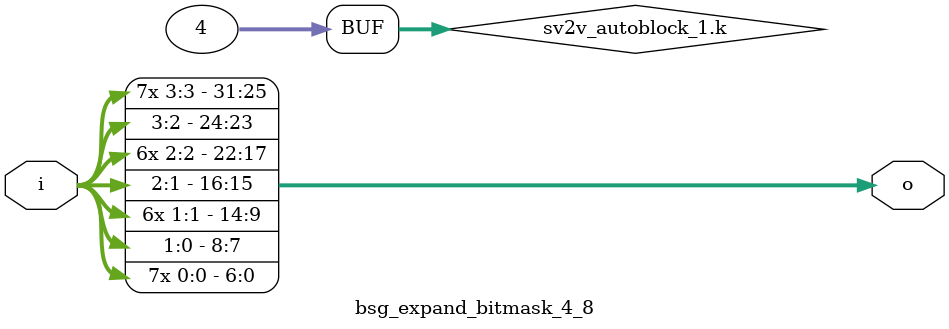
<source format=v>


(* dont_touch = "yes" *)
module top
(
  clk_i,
  reset_i,
  cache_pkt_i,
  v_i,
  ready_o,
  data_o,
  v_o,
  yumi_i,
  dma_pkt_o,
  dma_pkt_v_o,
  dma_pkt_yumi_i,
  dma_data_i,
  dma_data_v_i,
  dma_data_ready_o,
  dma_data_o,
  dma_data_v_o,
  dma_data_yumi_i,
  v_we_o
);

  input [68:0] cache_pkt_i;
  output [31:0] data_o;
  output [28:0] dma_pkt_o;
  input [31:0] dma_data_i;
  output [31:0] dma_data_o;
  input clk_i;
  input reset_i;
  input v_i;
  input yumi_i;
  input dma_pkt_yumi_i;
  input dma_data_v_i;
  input dma_data_yumi_i;
  output ready_o;
  output v_o;
  output dma_pkt_v_o;
  output dma_data_ready_o;
  output dma_data_v_o;
  output v_we_o;

  bsg_cache
  wrapper
  (
    .cache_pkt_i(cache_pkt_i),
    .data_o(data_o),
    .dma_pkt_o(dma_pkt_o),
    .dma_data_i(dma_data_i),
    .dma_data_o(dma_data_o),
    .clk_i(clk_i),
    .reset_i(reset_i),
    .v_i(v_i),
    .yumi_i(yumi_i),
    .dma_pkt_yumi_i(dma_pkt_yumi_i),
    .dma_data_v_i(dma_data_v_i),
    .dma_data_yumi_i(dma_data_yumi_i),
    .ready_o(ready_o),
    .v_o(v_o),
    .dma_pkt_v_o(dma_pkt_v_o),
    .dma_data_ready_o(dma_data_ready_o),
    .dma_data_v_o(dma_data_v_o),
    .v_we_o(v_we_o)
  );


endmodule



module bsg_cache_pkt_decode_data_width_p32_addr_width_p28
(
  cache_pkt_i,
  decode_o
);

  input [68:0] cache_pkt_i;
  output [15:0] decode_o;
  wire [15:0] decode_o;
  wire N0,N1,N2,N3,N4,N5,N6,N7,N8,N9,N10,N11,N12,N13,N14,N15,N16,N17,N18,N19,N20,N21,
  N22,N23,N24,N25,N26,N27,N28,N29,N30,N31,N32,N33,N34,N35,N36,N37,N38,N39,N40,N42,
  N43,N44,N46,N48,N49,N50,N51,N52,N54,N56,N57,N59,N61,N62,N63,N64,N66,N67,N68,N69,
  N70,N71,N72,N73,N74,N75,N76,N77,N78,N79,N80,N81,N82,N83,N84,N85,N86,N87,N88,N89,
  N90,N91,N92,N93,N94,N95,N96,N97,N98,N99,N100,N101,N102,N103,N104,N105,N106,N107,
  N109,N110,N111,N112,N113,N114,N115,N116,N117,N118,N119,N120,N121,N122,N123,N124,
  N125,N126,N127,N128,N129,N130,N131,N132,N133,N134,N135;
  assign N7 = cache_pkt_i[67] | cache_pkt_i[66];
  assign N8 = N42 | N36;
  assign N9 = N7 | N8;
  assign N10 = N48 | cache_pkt_i[66];
  assign N11 = N10 | N8;
  assign N12 = cache_pkt_i[67] | N61;
  assign N13 = N12 | N8;
  assign N15 = N42 | cache_pkt_i[64];
  assign N16 = N7 | N15;
  assign N17 = N10 | N15;
  assign N18 = N12 | N15;
  assign N20 = cache_pkt_i[65] | N36;
  assign N21 = N7 | N20;
  assign N22 = N10 | N20;
  assign N23 = N12 | N20;
  assign N25 = N48 & N61;
  assign N26 = N42 & N36;
  assign N27 = N25 & N26;
  assign N28 = cache_pkt_i[65] | cache_pkt_i[64];
  assign N29 = N10 | N28;
  assign N30 = N12 | N28;
  assign N32 = cache_pkt_i[67] & cache_pkt_i[66];
  assign N35 = ~cache_pkt_i[68];
  assign N36 = ~cache_pkt_i[64];
  assign N37 = cache_pkt_i[67] | N35;
  assign N38 = cache_pkt_i[66] | N37;
  assign N39 = cache_pkt_i[65] | N38;
  assign N40 = N36 | N39;
  assign decode_o[8] = ~N40;
  assign N42 = ~cache_pkt_i[65];
  assign N43 = N42 | N38;
  assign N44 = cache_pkt_i[64] | N43;
  assign decode_o[7] = ~N44;
  assign N46 = N36 | N43;
  assign decode_o[6] = ~N46;
  assign N48 = ~cache_pkt_i[67];
  assign N49 = N48 | N35;
  assign N50 = cache_pkt_i[66] | N49;
  assign N51 = cache_pkt_i[65] | N50;
  assign N52 = cache_pkt_i[64] | N51;
  assign decode_o[5] = ~N52;
  assign N54 = N36 | N51;
  assign decode_o[4] = ~N54;
  assign N56 = N42 | N50;
  assign N57 = cache_pkt_i[64] | N56;
  assign decode_o[3] = ~N57;
  assign N59 = N36 | N56;
  assign decode_o[2] = ~N59;
  assign N61 = ~cache_pkt_i[66];
  assign N62 = N61 | N49;
  assign N63 = cache_pkt_i[65] | N62;
  assign N64 = cache_pkt_i[64] | N63;
  assign decode_o[1] = ~N64;
  assign N66 = cache_pkt_i[67] | cache_pkt_i[68];
  assign N67 = cache_pkt_i[66] | N66;
  assign N68 = cache_pkt_i[65] | N67;
  assign N69 = cache_pkt_i[64] | N68;
  assign N70 = ~N69;
  assign N71 = N36 | N68;
  assign N72 = ~N71;
  assign N73 = N42 | N67;
  assign N74 = cache_pkt_i[64] | N73;
  assign N75 = ~N74;
  assign N76 = N36 | N73;
  assign N77 = ~N76;
  assign N78 = N48 | cache_pkt_i[68];
  assign N79 = N61 | N78;
  assign N80 = cache_pkt_i[65] | N79;
  assign N81 = cache_pkt_i[64] | N80;
  assign N82 = ~N81;
  assign N83 = N36 | N80;
  assign N84 = ~N83;
  assign N85 = N61 | N66;
  assign N86 = cache_pkt_i[65] | N85;
  assign N87 = cache_pkt_i[64] | N86;
  assign N88 = ~N87;
  assign N89 = N36 | N86;
  assign N90 = ~N89;
  assign N91 = N42 | N85;
  assign N92 = cache_pkt_i[64] | N91;
  assign N93 = ~N92;
  assign N94 = N36 | N91;
  assign N95 = ~N94;
  assign N96 = cache_pkt_i[66] | N78;
  assign N97 = cache_pkt_i[65] | N96;
  assign N98 = cache_pkt_i[64] | N97;
  assign N99 = ~N98;
  assign N100 = N36 | N97;
  assign N101 = ~N100;
  assign N102 = N42 | N96;
  assign N103 = cache_pkt_i[64] | N102;
  assign N104 = ~N103;
  assign N105 = N36 | N102;
  assign N106 = ~N105;
  assign N107 = cache_pkt_i[64] | N39;
  assign decode_o[9] = ~N107;
  assign { N34, N33 } = (N0)? { 1'b1, 1'b1 } : 
                        (N1)? { 1'b1, 1'b0 } : 
                        (N2)? { 1'b0, 1'b1 } : 
                        (N3)? { 1'b0, 1'b0 } : 
                        (N4)? { 1'b0, 1'b0 } : 1'b0;
  assign N0 = N14;
  assign N1 = N19;
  assign N2 = N24;
  assign N3 = N31;
  assign N4 = N32;
  assign decode_o[15:14] = (N5)? { N34, N33 } : 
                           (N6)? { 1'b0, 1'b0 } : 1'b0;
  assign N5 = N35;
  assign N6 = cache_pkt_i[68];
  assign N14 = N111 | N112;
  assign N111 = N109 | N110;
  assign N109 = ~N9;
  assign N110 = ~N11;
  assign N112 = ~N13;
  assign N19 = N115 | N116;
  assign N115 = N113 | N114;
  assign N113 = ~N16;
  assign N114 = ~N17;
  assign N116 = ~N18;
  assign N24 = N119 | N120;
  assign N119 = N117 | N118;
  assign N117 = ~N21;
  assign N118 = ~N22;
  assign N120 = ~N23;
  assign N31 = N122 | N123;
  assign N122 = N27 | N121;
  assign N121 = ~N29;
  assign N123 = ~N30;
  assign decode_o[12] = N82 | N84;
  assign decode_o[13] = N125 | N77;
  assign N125 = N124 | N75;
  assign N124 = N70 | N72;
  assign decode_o[11] = N132 | N82;
  assign N132 = N131 | N95;
  assign N131 = N130 | N93;
  assign N130 = N129 | N90;
  assign N129 = N128 | N88;
  assign N128 = N127 | N77;
  assign N127 = N126 | N75;
  assign N126 = N70 | N72;
  assign decode_o[10] = N135 | N84;
  assign N135 = N134 | N106;
  assign N134 = N133 | N104;
  assign N133 = N99 | N101;
  assign decode_o[0] = ~decode_o[9];

endmodule



module bsg_dff_width_p1
(
  clk_i,
  data_i,
  data_o
);

  input [0:0] data_i;
  output [0:0] data_o;
  input clk_i;
  reg [0:0] data_o;

  always @(posedge clk_i) begin
    if(1'b1) begin
      { data_o[0:0] } <= { data_i[0:0] };
    end 
  end


endmodule



module bsg_dff_en_width_p40_harden_p0_strength_p0
(
  clk_i,
  data_i,
  en_i,
  data_o
);

  input [39:0] data_i;
  output [39:0] data_o;
  input clk_i;
  input en_i;
  reg [39:0] data_o;

  always @(posedge clk_i) begin
    if(en_i) begin
      { data_o[39:0] } <= { data_i[39:0] };
    end 
  end


endmodule



module bsg_dff_en_bypass_width_p40
(
  clk_i,
  en_i,
  data_i,
  data_o
);

  input [39:0] data_i;
  output [39:0] data_o;
  input clk_i;
  input en_i;
  wire [39:0] data_o,data_r;
  wire N0,N1,N2,N3;

  bsg_dff_en_width_p40_harden_p0_strength_p0
  dff
  (
    .clk_i(clk_i),
    .data_i(data_i),
    .en_i(en_i),
    .data_o(data_r)
  );

  assign data_o = (N0)? data_i : 
                  (N1)? data_r : 1'b0;
  assign N0 = N3;
  assign N1 = N2;
  assign N2 = ~en_i;
  assign N3 = en_i;

endmodule



module bsg_mem_1rw_sync_mask_write_bit_synth_width_p40_els_p64_latch_last_read_p1
(
  clk_i,
  reset_i,
  data_i,
  addr_i,
  v_i,
  w_mask_i,
  w_i,
  data_o
);

  input [39:0] data_i;
  input [5:0] addr_i;
  input [39:0] w_mask_i;
  output [39:0] data_o;
  input clk_i;
  input reset_i;
  input v_i;
  input w_i;
  wire [39:0] data_o,data_out;
  wire N0,N1,N2,N3,N4,N5,N6,N7,N8,N9,N10,N11,N12,N13,N14,N15,N16,N17,N18,N19,N20,N21,
  N22,N23,N24,N25,N26,N27,N28,N29,N30,N31,N32,N33,N34,N35,N36,N37,N38,N39,N40,N41,
  N42,N43,N44,N45,N46,N47,N48,read_en,N49,N50,N51,N52,N53,N54,N55,N56,N57,N58,N59,
  N60,N61,N62,N63,N64,N65,N66,N67,N68,N69,N70,N71,N72,N73,N74,N75,N76,N77,N78,N79,
  N80,N81,N82,N83,N84,N85,N86,N87,N88,N89,N90,N91,N92,N93,N94,N95,N96,N97,N98,N99,
  N100,N101,N102,N103,N104,N105,N106,N107,N108,N109,N110,N111,N112,N113,N114,N115,
  N116,N117,N118,N119,N120,N121,N122,N123,N124,N125,N126,N127,N128,N129,N130,N131,
  N132,N133,N134,N135,N136,N137,N138,N139,N140,N141,N142,N143,N144,N145,N146,N147,
  N148,N149,N150,N151,N152,N153,N154,N155,N156,N157,N158,N159,N160,N161,N162,N163,
  N164,N165,N166,N167,N168,N169,N170,N171,N172,N173,N174,N175,N176,N177,N178,
  llr_read_en_r,N179,N180,N181,N182,N183,N184,N185,N186,N187,N188,N189,N190,N191,N192,
  N193,N194,N195,N196,N197,N198,N199,N200,N201,N202,N203,N204,N205,N206,N207,N208,
  N209,N210,N211,N212,N213,N214,N215,N216,N217,N218,N219,N220,N221,N222,N223,N224,
  N225,N226,N227,N228,N229,N230,N231,N232,N233,N234,N235,N236,N237,N238,N239,N240,
  N241,N242,N243,N244,N245,N246,N247,N248,N249,N250,N251,N252,N253,N254,N255,N256,
  N257,N258,N259,N260,N261,N262,N263,N264,N265,N266,N267,N268,N269,N270,N271,N272,
  N273,N274,N275,N276,N277,N278,N279,N280,N281,N282,N283,N284,N285,N286,N287,N288,
  N289,N290,N291,N292,N293,N294,N295,N296,N297,N298,N299,N300,N301,N302,N303,N304,
  N305,N306,N307,N308,N309,N310,N311,N312,N313,N314,N315,N316,N317,N318,N319,N320,
  N321,N322,N323,N324,N325,N326,N327,N328,N329,N330,N331,N332,N333,N334,N335,N336,
  N337,N338,N339,N340,N341,N342,N343,N344,N345,N346,N347,N348,N349,N350,N351,N352,
  N353,N354,N355,N356,N357,N358,N359,N360,N361,N362,N363,N364,N365,N366,N367,N368,
  N369,N370,N371,N372,N373,N374,N375,N376,N377,N378,N379,N380,N381,N382,N383,N384,
  N385,N386,N387,N388,N389,N390,N391,N392,N393,N394,N395,N396,N397,N398,N399,N400,
  N401,N402,N403,N404,N405,N406,N407,N408,N409,N410,N411,N412,N413,N414,N415,N416,
  N417,N418,N419,N420,N421,N422,N423,N424,N425,N426,N427,N428,N429,N430,N431,N432,
  N433,N434,N435,N436,N437,N438,N439,N440,N441,N442,N443,N444,N445,N446,N447,N448,
  N449,N450,N451,N452,N453,N454,N455,N456,N457,N458,N459,N460,N461,N462,N463,N464,
  N465,N466,N467,N468,N469,N470,N471,N472,N473,N474,N475,N476,N477,N478,N479,N480,
  N481,N482,N483,N484,N485,N486,N487,N488,N489,N490,N491,N492,N493,N494,N495,N496,
  N497,N498,N499,N500,N501,N502,N503,N504,N505,N506,N507,N508,N509,N510,N511,N512,
  N513,N514,N515,N516,N517,N518,N519,N520,N521,N522,N523,N524,N525,N526,N527,N528,
  N529,N530,N531,N532,N533,N534,N535,N536,N537,N538,N539,N540,N541,N542,N543,N544,
  N545,N546,N547,N548,N549,N550,N551,N552,N553,N554,N555,N556,N557,N558,N559,N560,
  N561,N562,N563,N564,N565,N566,N567,N568,N569,N570,N571,N572,N573,N574,N575,N576,
  N577,N578,N579,N580,N581,N582,N583,N584,N585,N586,N587,N588,N589,N590,N591,N592,
  N593,N594,N595,N596,N597,N598,N599,N600,N601,N602,N603,N604,N605,N606,N607,N608,
  N609,N610,N611,N612,N613,N614,N615,N616,N617,N618,N619,N620,N621,N622,N623,N624,
  N625,N626,N627,N628,N629,N630,N631,N632,N633,N634,N635,N636,N637,N638,N639,N640,
  N641,N642,N643,N644,N645,N646,N647,N648,N649,N650,N651,N652,N653,N654,N655,N656,
  N657,N658,N659,N660,N661,N662,N663,N664,N665,N666,N667,N668,N669,N670,N671,N672,
  N673,N674,N675,N676,N677,N678,N679,N680,N681,N682,N683,N684,N685,N686,N687,N688,
  N689,N690,N691,N692,N693,N694,N695,N696,N697,N698,N699,N700,N701,N702,N703,N704,
  N705,N706,N707,N708,N709,N710,N711,N712,N713,N714,N715,N716,N717,N718,N719,N720,
  N721,N722,N723,N724,N725,N726,N727,N728,N729,N730,N731,N732,N733,N734,N735,N736,
  N737,N738,N739,N740,N741,N742,N743,N744,N745,N746,N747,N748,N749,N750,N751,N752,
  N753,N754,N755,N756,N757,N758,N759,N760,N761,N762,N763,N764,N765,N766,N767,N768,
  N769,N770,N771,N772,N773,N774,N775,N776,N777,N778,N779,N780,N781,N782,N783,N784,
  N785,N786,N787,N788,N789,N790,N791,N792,N793,N794,N795,N796,N797,N798,N799,N800,
  N801,N802,N803,N804,N805,N806,N807,N808,N809,N810,N811,N812,N813,N814,N815,N816,
  N817,N818,N819,N820,N821,N822,N823,N824,N825,N826,N827,N828,N829,N830,N831,N832,
  N833,N834,N835,N836,N837,N838,N839,N840,N841,N842,N843,N844,N845,N846,N847,N848,
  N849,N850,N851,N852,N853,N854,N855,N856,N857,N858,N859,N860,N861,N862,N863,N864,
  N865,N866,N867,N868,N869,N870,N871,N872,N873,N874,N875,N876,N877,N878,N879,N880,
  N881,N882,N883,N884,N885,N886,N887,N888,N889,N890,N891,N892,N893,N894,N895,N896,
  N897,N898,N899,N900,N901,N902,N903,N904,N905,N906,N907,N908,N909,N910,N911,N912,
  N913,N914,N915,N916,N917,N918,N919,N920,N921,N922,N923,N924,N925,N926,N927,N928,
  N929,N930,N931,N932,N933,N934,N935,N936,N937,N938,N939,N940,N941,N942,N943,N944,
  N945,N946,N947,N948,N949,N950,N951,N952,N953,N954,N955,N956,N957,N958,N959,N960,
  N961,N962,N963,N964,N965,N966,N967,N968,N969,N970,N971,N972,N973,N974,N975,N976,
  N977,N978,N979,N980,N981,N982,N983,N984,N985,N986,N987,N988,N989,N990,N991,N992,
  N993,N994,N995,N996,N997,N998,N999,N1000,N1001,N1002,N1003,N1004,N1005,N1006,N1007,
  N1008,N1009,N1010,N1011,N1012,N1013,N1014,N1015,N1016,N1017,N1018,N1019,N1020,
  N1021,N1022,N1023,N1024,N1025,N1026,N1027,N1028,N1029,N1030,N1031,N1032,N1033,
  N1034,N1035,N1036,N1037,N1038,N1039,N1040,N1041,N1042,N1043,N1044,N1045,N1046,N1047,
  N1048,N1049,N1050,N1051,N1052,N1053,N1054,N1055,N1056,N1057,N1058,N1059,N1060,
  N1061,N1062,N1063,N1064,N1065,N1066,N1067,N1068,N1069,N1070,N1071,N1072,N1073,
  N1074,N1075,N1076,N1077,N1078,N1079,N1080,N1081,N1082,N1083,N1084,N1085,N1086,N1087,
  N1088,N1089,N1090,N1091,N1092,N1093,N1094,N1095,N1096,N1097,N1098,N1099,N1100,
  N1101,N1102,N1103,N1104,N1105,N1106,N1107,N1108,N1109,N1110,N1111,N1112,N1113,
  N1114,N1115,N1116,N1117,N1118,N1119,N1120,N1121,N1122,N1123,N1124,N1125,N1126,N1127,
  N1128,N1129,N1130,N1131,N1132,N1133,N1134,N1135,N1136,N1137,N1138,N1139,N1140,
  N1141,N1142,N1143,N1144,N1145,N1146,N1147,N1148,N1149,N1150,N1151,N1152,N1153,
  N1154,N1155,N1156,N1157,N1158,N1159,N1160,N1161,N1162,N1163,N1164,N1165,N1166,N1167,
  N1168,N1169,N1170,N1171,N1172,N1173,N1174,N1175,N1176,N1177,N1178,N1179,N1180,
  N1181,N1182,N1183,N1184,N1185,N1186,N1187,N1188,N1189,N1190,N1191,N1192,N1193,
  N1194,N1195,N1196,N1197,N1198,N1199,N1200,N1201,N1202,N1203,N1204,N1205,N1206,N1207,
  N1208,N1209,N1210,N1211,N1212,N1213,N1214,N1215,N1216,N1217,N1218,N1219,N1220,
  N1221,N1222,N1223,N1224,N1225,N1226,N1227,N1228,N1229,N1230,N1231,N1232,N1233,
  N1234,N1235,N1236,N1237,N1238,N1239,N1240,N1241,N1242,N1243,N1244,N1245,N1246,N1247,
  N1248,N1249,N1250,N1251,N1252,N1253,N1254,N1255,N1256,N1257,N1258,N1259,N1260,
  N1261,N1262,N1263,N1264,N1265,N1266,N1267,N1268,N1269,N1270,N1271,N1272,N1273,
  N1274,N1275,N1276,N1277,N1278,N1279,N1280,N1281,N1282,N1283,N1284,N1285,N1286,N1287,
  N1288,N1289,N1290,N1291,N1292,N1293,N1294,N1295,N1296,N1297,N1298,N1299,N1300,
  N1301,N1302,N1303,N1304,N1305,N1306,N1307,N1308,N1309,N1310,N1311,N1312,N1313,
  N1314,N1315,N1316,N1317,N1318,N1319,N1320,N1321,N1322,N1323,N1324,N1325,N1326,N1327,
  N1328,N1329,N1330,N1331,N1332,N1333,N1334,N1335,N1336,N1337,N1338,N1339,N1340,
  N1341,N1342,N1343,N1344,N1345,N1346,N1347,N1348,N1349,N1350,N1351,N1352,N1353,
  N1354,N1355,N1356,N1357,N1358,N1359,N1360,N1361,N1362,N1363,N1364,N1365,N1366,N1367,
  N1368,N1369,N1370,N1371,N1372,N1373,N1374,N1375,N1376,N1377,N1378,N1379,N1380,
  N1381,N1382,N1383,N1384,N1385,N1386,N1387,N1388,N1389,N1390,N1391,N1392,N1393,
  N1394,N1395,N1396,N1397,N1398,N1399,N1400,N1401,N1402,N1403,N1404,N1405,N1406,N1407,
  N1408,N1409,N1410,N1411,N1412,N1413,N1414,N1415,N1416,N1417,N1418,N1419,N1420,
  N1421,N1422,N1423,N1424,N1425,N1426,N1427,N1428,N1429,N1430,N1431,N1432,N1433,
  N1434,N1435,N1436,N1437,N1438,N1439,N1440,N1441,N1442,N1443,N1444,N1445,N1446,N1447,
  N1448,N1449,N1450,N1451,N1452,N1453,N1454,N1455,N1456,N1457,N1458,N1459,N1460,
  N1461,N1462,N1463,N1464,N1465,N1466,N1467,N1468,N1469,N1470,N1471,N1472,N1473,
  N1474,N1475,N1476,N1477,N1478,N1479,N1480,N1481,N1482,N1483,N1484,N1485,N1486,N1487,
  N1488,N1489,N1490,N1491,N1492,N1493,N1494,N1495,N1496,N1497,N1498,N1499,N1500,
  N1501,N1502,N1503,N1504,N1505,N1506,N1507,N1508,N1509,N1510,N1511,N1512,N1513,
  N1514,N1515,N1516,N1517,N1518,N1519,N1520,N1521,N1522,N1523,N1524,N1525,N1526,N1527,
  N1528,N1529,N1530,N1531,N1532,N1533,N1534,N1535,N1536,N1537,N1538,N1539,N1540,
  N1541,N1542,N1543,N1544,N1545,N1546,N1547,N1548,N1549,N1550,N1551,N1552,N1553,
  N1554,N1555,N1556,N1557,N1558,N1559,N1560,N1561,N1562,N1563,N1564,N1565,N1566,N1567,
  N1568,N1569,N1570,N1571,N1572,N1573,N1574,N1575,N1576,N1577,N1578,N1579,N1580,
  N1581,N1582,N1583,N1584,N1585,N1586,N1587,N1588,N1589,N1590,N1591,N1592,N1593,
  N1594,N1595,N1596,N1597,N1598,N1599,N1600,N1601,N1602,N1603,N1604,N1605,N1606,N1607,
  N1608,N1609,N1610,N1611,N1612,N1613,N1614,N1615,N1616,N1617,N1618,N1619,N1620,
  N1621,N1622,N1623,N1624,N1625,N1626,N1627,N1628,N1629,N1630,N1631,N1632,N1633,
  N1634,N1635,N1636,N1637,N1638,N1639,N1640,N1641,N1642,N1643,N1644,N1645,N1646,N1647,
  N1648,N1649,N1650,N1651,N1652,N1653,N1654,N1655,N1656,N1657,N1658,N1659,N1660,
  N1661,N1662,N1663,N1664,N1665,N1666,N1667,N1668,N1669,N1670,N1671,N1672,N1673,
  N1674,N1675,N1676,N1677,N1678,N1679,N1680,N1681,N1682,N1683,N1684,N1685,N1686,N1687,
  N1688,N1689,N1690,N1691,N1692,N1693,N1694,N1695,N1696,N1697,N1698,N1699,N1700,
  N1701,N1702,N1703,N1704,N1705,N1706,N1707,N1708,N1709,N1710,N1711,N1712,N1713,
  N1714,N1715,N1716,N1717,N1718,N1719,N1720,N1721,N1722,N1723,N1724,N1725,N1726,N1727,
  N1728,N1729,N1730,N1731,N1732,N1733,N1734,N1735,N1736,N1737,N1738,N1739,N1740,
  N1741,N1742,N1743,N1744,N1745,N1746,N1747,N1748,N1749,N1750,N1751,N1752,N1753,
  N1754,N1755,N1756,N1757,N1758,N1759,N1760,N1761,N1762,N1763,N1764,N1765,N1766,N1767,
  N1768,N1769,N1770,N1771,N1772,N1773,N1774,N1775,N1776,N1777,N1778,N1779,N1780,
  N1781,N1782,N1783,N1784,N1785,N1786,N1787,N1788,N1789,N1790,N1791,N1792,N1793,
  N1794,N1795,N1796,N1797,N1798,N1799,N1800,N1801,N1802,N1803,N1804,N1805,N1806,N1807,
  N1808,N1809,N1810,N1811,N1812,N1813,N1814,N1815,N1816,N1817,N1818,N1819,N1820,
  N1821,N1822,N1823,N1824,N1825,N1826,N1827,N1828,N1829,N1830,N1831,N1832,N1833,
  N1834,N1835,N1836,N1837,N1838,N1839,N1840,N1841,N1842,N1843,N1844,N1845,N1846,N1847,
  N1848,N1849,N1850,N1851,N1852,N1853,N1854,N1855,N1856,N1857,N1858,N1859,N1860,
  N1861,N1862,N1863,N1864,N1865,N1866,N1867,N1868,N1869,N1870,N1871,N1872,N1873,
  N1874,N1875,N1876,N1877,N1878,N1879,N1880,N1881,N1882,N1883,N1884,N1885,N1886,N1887,
  N1888,N1889,N1890,N1891,N1892,N1893,N1894,N1895,N1896,N1897,N1898,N1899,N1900,
  N1901,N1902,N1903,N1904,N1905,N1906,N1907,N1908,N1909,N1910,N1911,N1912,N1913,
  N1914,N1915,N1916,N1917,N1918,N1919,N1920,N1921,N1922,N1923,N1924,N1925,N1926,N1927,
  N1928,N1929,N1930,N1931,N1932,N1933,N1934,N1935,N1936,N1937,N1938,N1939,N1940,
  N1941,N1942,N1943,N1944,N1945,N1946,N1947,N1948,N1949,N1950,N1951,N1952,N1953,
  N1954,N1955,N1956,N1957,N1958,N1959,N1960,N1961,N1962,N1963,N1964,N1965,N1966,N1967,
  N1968,N1969,N1970,N1971,N1972,N1973,N1974,N1975,N1976,N1977,N1978,N1979,N1980,
  N1981,N1982,N1983,N1984,N1985,N1986,N1987,N1988,N1989,N1990,N1991,N1992,N1993,
  N1994,N1995,N1996,N1997,N1998,N1999,N2000,N2001,N2002,N2003,N2004,N2005,N2006,N2007,
  N2008,N2009,N2010,N2011,N2012,N2013,N2014,N2015,N2016,N2017,N2018,N2019,N2020,
  N2021,N2022,N2023,N2024,N2025,N2026,N2027,N2028,N2029,N2030,N2031,N2032,N2033,
  N2034,N2035,N2036,N2037,N2038,N2039,N2040,N2041,N2042,N2043,N2044,N2045,N2046,N2047,
  N2048,N2049,N2050,N2051,N2052,N2053,N2054,N2055,N2056,N2057,N2058,N2059,N2060,
  N2061,N2062,N2063,N2064,N2065,N2066,N2067,N2068,N2069,N2070,N2071,N2072,N2073,
  N2074,N2075,N2076,N2077,N2078,N2079,N2080,N2081,N2082,N2083,N2084,N2085,N2086,N2087,
  N2088,N2089,N2090,N2091,N2092,N2093,N2094,N2095,N2096,N2097,N2098,N2099,N2100,
  N2101,N2102,N2103,N2104,N2105,N2106,N2107,N2108,N2109,N2110,N2111,N2112,N2113,
  N2114,N2115,N2116,N2117,N2118,N2119,N2120,N2121,N2122,N2123,N2124,N2125,N2126,N2127,
  N2128,N2129,N2130,N2131,N2132,N2133,N2134,N2135,N2136,N2137,N2138,N2139,N2140,
  N2141,N2142,N2143,N2144,N2145,N2146,N2147,N2148,N2149,N2150,N2151,N2152,N2153,
  N2154,N2155,N2156,N2157,N2158,N2159,N2160,N2161,N2162,N2163,N2164,N2165,N2166,N2167,
  N2168,N2169,N2170,N2171,N2172,N2173,N2174,N2175,N2176,N2177,N2178,N2179,N2180,
  N2181,N2182,N2183,N2184,N2185,N2186,N2187,N2188,N2189,N2190,N2191,N2192,N2193,
  N2194,N2195,N2196,N2197,N2198,N2199,N2200,N2201,N2202,N2203,N2204,N2205,N2206,N2207,
  N2208,N2209,N2210,N2211,N2212,N2213,N2214,N2215,N2216,N2217,N2218,N2219,N2220,
  N2221,N2222,N2223,N2224,N2225,N2226,N2227,N2228,N2229,N2230,N2231,N2232,N2233,
  N2234,N2235,N2236,N2237,N2238,N2239,N2240,N2241,N2242,N2243,N2244,N2245,N2246,N2247,
  N2248,N2249,N2250,N2251,N2252,N2253,N2254,N2255,N2256,N2257,N2258,N2259,N2260,
  N2261,N2262,N2263,N2264,N2265,N2266,N2267,N2268,N2269,N2270,N2271,N2272,N2273,
  N2274,N2275,N2276,N2277,N2278,N2279,N2280,N2281,N2282,N2283,N2284,N2285,N2286,N2287,
  N2288,N2289,N2290,N2291,N2292,N2293,N2294,N2295,N2296,N2297,N2298,N2299,N2300,
  N2301,N2302,N2303,N2304,N2305,N2306,N2307,N2308,N2309,N2310,N2311,N2312,N2313,
  N2314,N2315,N2316,N2317,N2318,N2319,N2320,N2321,N2322,N2323,N2324,N2325,N2326,N2327,
  N2328,N2329,N2330,N2331,N2332,N2333,N2334,N2335,N2336,N2337,N2338,N2339,N2340,
  N2341,N2342,N2343,N2344,N2345,N2346,N2347,N2348,N2349,N2350,N2351,N2352,N2353,
  N2354,N2355,N2356,N2357,N2358,N2359,N2360,N2361,N2362,N2363,N2364,N2365,N2366,N2367,
  N2368,N2369,N2370,N2371,N2372,N2373,N2374,N2375,N2376,N2377,N2378,N2379,N2380,
  N2381,N2382,N2383,N2384,N2385,N2386,N2387,N2388,N2389,N2390,N2391,N2392,N2393,
  N2394,N2395,N2396,N2397,N2398,N2399,N2400,N2401,N2402,N2403,N2404,N2405,N2406,N2407,
  N2408,N2409,N2410,N2411,N2412,N2413,N2414,N2415,N2416,N2417,N2418,N2419,N2420,
  N2421,N2422,N2423,N2424,N2425,N2426,N2427,N2428,N2429,N2430,N2431,N2432,N2433,
  N2434,N2435,N2436,N2437,N2438,N2439,N2440,N2441,N2442,N2443,N2444,N2445,N2446,N2447,
  N2448,N2449,N2450,N2451,N2452,N2453,N2454,N2455,N2456,N2457,N2458,N2459,N2460,
  N2461,N2462,N2463,N2464,N2465,N2466,N2467,N2468,N2469,N2470,N2471,N2472,N2473,
  N2474,N2475,N2476,N2477,N2478,N2479,N2480,N2481,N2482,N2483,N2484,N2485,N2486,N2487,
  N2488,N2489,N2490,N2491,N2492,N2493,N2494,N2495,N2496,N2497,N2498,N2499,N2500,
  N2501,N2502,N2503,N2504,N2505,N2506,N2507,N2508,N2509,N2510,N2511,N2512,N2513,
  N2514,N2515,N2516,N2517,N2518,N2519,N2520,N2521,N2522,N2523,N2524,N2525,N2526,N2527,
  N2528,N2529,N2530,N2531,N2532,N2533,N2534,N2535,N2536,N2537,N2538,N2539,N2540,
  N2541,N2542,N2543,N2544,N2545,N2546,N2547,N2548,N2549,N2550,N2551,N2552,N2553,
  N2554,N2555,N2556,N2557,N2558,N2559,N2560,N2561,N2562,N2563,N2564,N2565,N2566,N2567,
  N2568,N2569,N2570,N2571,N2572,N2573,N2574,N2575,N2576,N2577,N2578,N2579,N2580,
  N2581,N2582,N2583,N2584,N2585,N2586,N2587,N2588,N2589,N2590,N2591,N2592,N2593,
  N2594,N2595,N2596,N2597,N2598,N2599,N2600,N2601,N2602,N2603,N2604,N2605,N2606,N2607,
  N2608,N2609,N2610,N2611,N2612,N2613,N2614,N2615,N2616,N2617,N2618,N2619,N2620,
  N2621,N2622,N2623,N2624,N2625,N2626,N2627,N2628,N2629,N2630,N2631,N2632,N2633,
  N2634,N2635,N2636,N2637,N2638,N2639,N2640,N2641,N2642,N2643,N2644,N2645,N2646,N2647,
  N2648,N2649,N2650,N2651,N2652,N2653,N2654,N2655,N2656,N2657,N2658,N2659,N2660,
  N2661,N2662,N2663,N2664,N2665,N2666,N2667,N2668,N2669,N2670,N2671,N2672,N2673,
  N2674,N2675,N2676,N2677,N2678,N2679,N2680,N2681,N2682,N2683,N2684,N2685,N2686,N2687,
  N2688,N2689,N2690,N2691,N2692,N2693,N2694,N2695,N2696,N2697,N2698,N2699,N2700,
  N2701,N2702,N2703,N2704,N2705,N2706,N2707,N2708,N2709,N2710,N2711,N2712,N2713,
  N2714,N2715,N2716,N2717,N2718,N2719,N2720,N2721,N2722,N2723,N2724,N2725,N2726,N2727,
  N2728,N2729,N2730,N2731,N2732,N2733,N2734,N2735,N2736,N2737,N2738,N2739,N2740,
  N2741,N2742,N2743,N2744,N2745,N2746,N2747,N2748,N2749,N2750,N2751,N2752,N2753,
  N2754,N2755,N2756,N2757,N2758,N2759,N2760,N2761,N2762,N2763,N2764,N2765,N2766,N2767,
  N2768,N2769,N2770,N2771,N2772,N2773,N2774,N2775,N2776,N2777,N2778,N2779,N2780,
  N2781,N2782,N2783,N2784,N2785,N2786,N2787,N2788,N2789,N2790,N2791,N2792,N2793,
  N2794,N2795,N2796,N2797,N2798,N2799,N2800,N2801,N2802,N2803,N2804,N2805,N2806,N2807,
  N2808,N2809,N2810,N2811,N2812,N2813,N2814,N2815,N2816,N2817,N2818,N2819,N2820,
  N2821,N2822,N2823,N2824,N2825,N2826,N2827,N2828,N2829,N2830,N2831,N2832,N2833,
  N2834,N2835,N2836,N2837,N2838,N2839,N2840,N2841,N2842,N2843,N2844,N2845,N2846,N2847,
  N2848,N2849,N2850,N2851,N2852,N2853,N2854,N2855,N2856,N2857,N2858,N2859,N2860,
  N2861,N2862,N2863,N2864,N2865,N2866,N2867,N2868,N2869,N2870,N2871,N2872,N2873,
  N2874,N2875,N2876,N2877,N2878,N2879,N2880,N2881,N2882,N2883,N2884,N2885,N2886,N2887,
  N2888,N2889,N2890,N2891,N2892,N2893,N2894,N2895,N2896,N2897,N2898,N2899,N2900,
  N2901,N2902,N2903,N2904,N2905,N2906,N2907,N2908,N2909,N2910,N2911,N2912,N2913,
  N2914,N2915,N2916,N2917,N2918,N2919,N2920,N2921,N2922,N2923,N2924,N2925,N2926,N2927,
  N2928,N2929,N2930,N2931,N2932,N2933,N2934,N2935,N2936,N2937,N2938,N2939,N2940,
  N2941,N2942,N2943,N2944,N2945,N2946,N2947,N2948,N2949,N2950,N2951,N2952,N2953,
  N2954,N2955,N2956,N2957,N2958,N2959,N2960,N2961,N2962,N2963,N2964,N2965,N2966,N2967,
  N2968,N2969,N2970,N2971,N2972,N2973,N2974,N2975,N2976,N2977,N2978,N2979,N2980,
  N2981,N2982,N2983,N2984,N2985,N2986,N2987,N2988,N2989,N2990,N2991,N2992,N2993,
  N2994,N2995,N2996,N2997,N2998,N2999,N3000,N3001,N3002,N3003,N3004,N3005,N3006,N3007,
  N3008,N3009,N3010,N3011,N3012,N3013,N3014,N3015,N3016,N3017,N3018,N3019,N3020,
  N3021,N3022,N3023,N3024,N3025,N3026,N3027,N3028,N3029,N3030,N3031,N3032,N3033,
  N3034,N3035,N3036,N3037,N3038,N3039,N3040,N3041,N3042,N3043,N3044,N3045,N3046,N3047,
  N3048,N3049,N3050,N3051,N3052,N3053,N3054,N3055,N3056,N3057,N3058,N3059,N3060,
  N3061,N3062,N3063,N3064,N3065,N3066,N3067,N3068,N3069,N3070,N3071,N3072,N3073,
  N3074,N3075,N3076,N3077,N3078,N3079,N3080,N3081,N3082,N3083,N3084,N3085,N3086,N3087,
  N3088,N3089,N3090,N3091,N3092,N3093,N3094,N3095,N3096,N3097,N3098,N3099,N3100,
  N3101,N3102,N3103,N3104,N3105,N3106,N3107,N3108,N3109,N3110,N3111,N3112,N3113,
  N3114,N3115,N3116,N3117,N3118,N3119,N3120,N3121,N3122,N3123,N3124,N3125,N3126,N3127,
  N3128,N3129,N3130,N3131,N3132,N3133,N3134,N3135,N3136,N3137,N3138,N3139,N3140,
  N3141,N3142,N3143,N3144,N3145,N3146,N3147,N3148,N3149,N3150,N3151,N3152,N3153,
  N3154,N3155,N3156,N3157,N3158,N3159,N3160,N3161,N3162,N3163,N3164,N3165,N3166,N3167,
  N3168,N3169,N3170,N3171,N3172,N3173,N3174,N3175,N3176,N3177,N3178,N3179,N3180,
  N3181,N3182,N3183,N3184,N3185,N3186,N3187,N3188,N3189,N3190,N3191,N3192,N3193,
  N3194,N3195,N3196,N3197,N3198,N3199,N3200,N3201,N3202,N3203,N3204,N3205,N3206,N3207,
  N3208,N3209,N3210,N3211,N3212,N3213,N3214,N3215,N3216,N3217,N3218,N3219,N3220,
  N3221,N3222,N3223,N3224,N3225,N3226,N3227,N3228,N3229,N3230,N3231,N3232,N3233,
  N3234,N3235,N3236,N3237,N3238,N3239,N3240,N3241,N3242,N3243,N3244,N3245,N3246,N3247,
  N3248,N3249,N3250,N3251,N3252,N3253,N3254,N3255,N3256,N3257,N3258,N3259,N3260,
  N3261,N3262,N3263,N3264,N3265,N3266,N3267,N3268,N3269,N3270,N3271,N3272,N3273,
  N3274,N3275,N3276,N3277,N3278,N3279,N3280,N3281,N3282,N3283,N3284,N3285,N3286,N3287,
  N3288,N3289,N3290,N3291,N3292,N3293,N3294,N3295,N3296,N3297,N3298,N3299,N3300,
  N3301,N3302,N3303,N3304,N3305,N3306,N3307,N3308,N3309,N3310,N3311,N3312,N3313,
  N3314,N3315,N3316,N3317,N3318,N3319,N3320,N3321,N3322,N3323,N3324,N3325,N3326,N3327,
  N3328,N3329,N3330,N3331,N3332,N3333,N3334,N3335,N3336,N3337,N3338,N3339,N3340,
  N3341,N3342,N3343,N3344,N3345,N3346,N3347,N3348,N3349,N3350,N3351,N3352,N3353,
  N3354,N3355,N3356,N3357,N3358,N3359,N3360,N3361,N3362,N3363,N3364,N3365,N3366,N3367,
  N3368,N3369,N3370,N3371,N3372,N3373,N3374,N3375,N3376,N3377,N3378,N3379,N3380,
  N3381,N3382,N3383,N3384,N3385,N3386,N3387,N3388,N3389,N3390,N3391,N3392,N3393,
  N3394,N3395,N3396,N3397,N3398,N3399,N3400,N3401,N3402,N3403,N3404,N3405,N3406,N3407,
  N3408,N3409,N3410,N3411,N3412,N3413,N3414,N3415,N3416,N3417,N3418,N3419,N3420,
  N3421,N3422,N3423,N3424,N3425,N3426,N3427,N3428,N3429,N3430,N3431,N3432,N3433,
  N3434,N3435,N3436,N3437,N3438,N3439,N3440,N3441,N3442,N3443,N3444,N3445,N3446,N3447,
  N3448,N3449,N3450,N3451,N3452,N3453,N3454,N3455,N3456,N3457,N3458,N3459,N3460,
  N3461,N3462,N3463,N3464,N3465,N3466,N3467,N3468,N3469,N3470,N3471,N3472,N3473,
  N3474,N3475,N3476,N3477,N3478,N3479,N3480,N3481,N3482,N3483,N3484,N3485,N3486,N3487,
  N3488,N3489,N3490,N3491,N3492,N3493,N3494,N3495,N3496,N3497,N3498,N3499,N3500,
  N3501,N3502,N3503,N3504,N3505,N3506,N3507,N3508,N3509,N3510,N3511,N3512,N3513,
  N3514,N3515,N3516,N3517,N3518,N3519,N3520,N3521,N3522,N3523,N3524,N3525,N3526,N3527,
  N3528,N3529,N3530,N3531,N3532,N3533,N3534,N3535,N3536,N3537,N3538,N3539,N3540,
  N3541,N3542,N3543,N3544,N3545,N3546,N3547,N3548,N3549,N3550,N3551,N3552,N3553,
  N3554,N3555,N3556,N3557,N3558,N3559,N3560,N3561,N3562,N3563,N3564,N3565,N3566,N3567,
  N3568,N3569,N3570,N3571,N3572,N3573,N3574,N3575,N3576,N3577,N3578,N3579,N3580,
  N3581,N3582,N3583,N3584,N3585,N3586,N3587,N3588,N3589,N3590,N3591,N3592,N3593,
  N3594,N3595,N3596,N3597,N3598,N3599,N3600,N3601,N3602,N3603,N3604,N3605,N3606,N3607,
  N3608,N3609,N3610,N3611,N3612,N3613,N3614,N3615,N3616,N3617,N3618,N3619,N3620,
  N3621,N3622,N3623,N3624,N3625,N3626,N3627,N3628,N3629,N3630,N3631,N3632,N3633,
  N3634,N3635,N3636,N3637,N3638,N3639,N3640,N3641,N3642,N3643,N3644,N3645,N3646,N3647,
  N3648,N3649,N3650,N3651,N3652,N3653,N3654,N3655,N3656,N3657,N3658,N3659,N3660,
  N3661,N3662,N3663,N3664,N3665,N3666,N3667,N3668,N3669,N3670,N3671,N3672,N3673,
  N3674,N3675,N3676,N3677,N3678,N3679,N3680,N3681,N3682,N3683,N3684,N3685,N3686,N3687,
  N3688,N3689,N3690,N3691,N3692,N3693,N3694,N3695,N3696,N3697,N3698,N3699,N3700,
  N3701,N3702,N3703,N3704,N3705,N3706,N3707,N3708,N3709,N3710,N3711,N3712,N3713,
  N3714,N3715,N3716,N3717,N3718,N3719,N3720,N3721,N3722,N3723,N3724,N3725,N3726,N3727,
  N3728,N3729,N3730,N3731,N3732,N3733,N3734,N3735,N3736,N3737,N3738,N3739,N3740,
  N3741,N3742,N3743,N3744,N3745,N3746,N3747,N3748,N3749,N3750,N3751,N3752,N3753,
  N3754,N3755,N3756,N3757,N3758,N3759,N3760,N3761,N3762,N3763,N3764,N3765,N3766,N3767,
  N3768,N3769,N3770,N3771,N3772,N3773,N3774,N3775,N3776,N3777,N3778,N3779,N3780,
  N3781,N3782,N3783,N3784,N3785,N3786,N3787,N3788,N3789,N3790,N3791,N3792,N3793,
  N3794,N3795,N3796,N3797,N3798,N3799,N3800,N3801,N3802,N3803,N3804,N3805,N3806,N3807,
  N3808,N3809,N3810,N3811,N3812,N3813,N3814,N3815,N3816,N3817,N3818,N3819,N3820,
  N3821,N3822,N3823,N3824,N3825,N3826,N3827,N3828,N3829,N3830,N3831,N3832,N3833,
  N3834,N3835,N3836,N3837,N3838,N3839,N3840,N3841,N3842,N3843,N3844,N3845,N3846,N3847,
  N3848,N3849,N3850,N3851,N3852,N3853,N3854,N3855,N3856,N3857,N3858,N3859,N3860,
  N3861,N3862,N3863,N3864,N3865,N3866,N3867,N3868,N3869,N3870,N3871,N3872,N3873,
  N3874,N3875,N3876,N3877,N3878,N3879,N3880,N3881,N3882,N3883,N3884,N3885,N3886,N3887,
  N3888,N3889,N3890,N3891,N3892,N3893,N3894,N3895,N3896,N3897,N3898,N3899,N3900,
  N3901,N3902,N3903,N3904,N3905,N3906,N3907,N3908,N3909,N3910,N3911,N3912,N3913,
  N3914,N3915,N3916,N3917,N3918,N3919,N3920,N3921,N3922,N3923,N3924,N3925,N3926,N3927,
  N3928,N3929,N3930,N3931,N3932,N3933,N3934,N3935,N3936,N3937,N3938,N3939,N3940,
  N3941,N3942,N3943,N3944,N3945,N3946,N3947,N3948,N3949,N3950,N3951,N3952,N3953,
  N3954,N3955,N3956,N3957,N3958,N3959,N3960,N3961,N3962,N3963,N3964,N3965,N3966,N3967,
  N3968,N3969,N3970,N3971,N3972,N3973,N3974,N3975,N3976,N3977,N3978,N3979,N3980,
  N3981,N3982,N3983,N3984,N3985,N3986,N3987,N3988,N3989,N3990,N3991,N3992,N3993,
  N3994,N3995,N3996,N3997,N3998,N3999,N4000,N4001,N4002,N4003,N4004,N4005,N4006,N4007,
  N4008,N4009,N4010,N4011,N4012,N4013,N4014,N4015,N4016,N4017,N4018,N4019,N4020,
  N4021,N4022,N4023,N4024,N4025,N4026,N4027,N4028,N4029,N4030,N4031,N4032,N4033,
  N4034,N4035,N4036,N4037,N4038,N4039,N4040,N4041,N4042,N4043,N4044,N4045,N4046,N4047,
  N4048,N4049,N4050,N4051,N4052,N4053,N4054,N4055,N4056,N4057,N4058,N4059,N4060,
  N4061,N4062,N4063,N4064,N4065,N4066,N4067,N4068,N4069,N4070,N4071,N4072,N4073,
  N4074,N4075,N4076,N4077,N4078,N4079,N4080,N4081,N4082,N4083,N4084,N4085,N4086,N4087,
  N4088,N4089,N4090,N4091,N4092,N4093,N4094,N4095,N4096,N4097,N4098,N4099,N4100,
  N4101,N4102,N4103,N4104,N4105,N4106,N4107,N4108,N4109,N4110,N4111,N4112,N4113,
  N4114,N4115,N4116,N4117,N4118,N4119,N4120,N4121,N4122,N4123,N4124,N4125,N4126,N4127,
  N4128,N4129,N4130,N4131,N4132,N4133,N4134,N4135,N4136,N4137,N4138,N4139,N4140,
  N4141,N4142,N4143,N4144,N4145,N4146,N4147,N4148,N4149,N4150,N4151,N4152,N4153,
  N4154,N4155,N4156,N4157,N4158,N4159,N4160,N4161,N4162,N4163,N4164,N4165,N4166,N4167,
  N4168,N4169,N4170,N4171,N4172,N4173,N4174,N4175,N4176,N4177,N4178,N4179,N4180,
  N4181,N4182,N4183,N4184,N4185,N4186,N4187,N4188,N4189,N4190,N4191,N4192,N4193,
  N4194,N4195,N4196,N4197,N4198,N4199,N4200,N4201,N4202,N4203,N4204,N4205,N4206,N4207,
  N4208,N4209,N4210,N4211,N4212,N4213,N4214,N4215,N4216,N4217,N4218,N4219,N4220,
  N4221,N4222,N4223,N4224,N4225,N4226,N4227,N4228,N4229,N4230,N4231,N4232,N4233,
  N4234,N4235,N4236,N4237,N4238,N4239,N4240,N4241,N4242,N4243,N4244,N4245,N4246,N4247,
  N4248,N4249,N4250,N4251,N4252,N4253,N4254,N4255,N4256,N4257,N4258,N4259,N4260,
  N4261,N4262,N4263,N4264,N4265,N4266,N4267,N4268,N4269,N4270,N4271,N4272,N4273,
  N4274,N4275,N4276,N4277,N4278,N4279,N4280,N4281,N4282,N4283,N4284,N4285,N4286,N4287,
  N4288,N4289,N4290,N4291,N4292,N4293,N4294,N4295,N4296,N4297,N4298,N4299,N4300,
  N4301,N4302,N4303,N4304,N4305,N4306,N4307,N4308,N4309,N4310,N4311,N4312,N4313,
  N4314,N4315,N4316,N4317,N4318,N4319,N4320,N4321,N4322,N4323,N4324,N4325,N4326,N4327,
  N4328,N4329,N4330,N4331,N4332,N4333,N4334,N4335,N4336,N4337,N4338,N4339,N4340,
  N4341,N4342,N4343,N4344,N4345,N4346,N4347,N4348,N4349,N4350,N4351,N4352,N4353,
  N4354,N4355,N4356,N4357,N4358,N4359,N4360,N4361,N4362,N4363,N4364,N4365,N4366,N4367,
  N4368,N4369,N4370,N4371,N4372,N4373,N4374,N4375,N4376,N4377,N4378,N4379,N4380,
  N4381,N4382,N4383,N4384,N4385,N4386,N4387,N4388,N4389,N4390,N4391,N4392,N4393,
  N4394,N4395,N4396,N4397,N4398,N4399,N4400,N4401,N4402,N4403,N4404,N4405,N4406,N4407,
  N4408,N4409,N4410,N4411,N4412,N4413,N4414,N4415,N4416,N4417,N4418,N4419,N4420,
  N4421,N4422,N4423,N4424,N4425,N4426,N4427,N4428,N4429,N4430,N4431,N4432,N4433,
  N4434,N4435,N4436,N4437,N4438,N4439,N4440,N4441,N4442,N4443,N4444,N4445,N4446,N4447,
  N4448,N4449,N4450,N4451,N4452,N4453,N4454,N4455,N4456,N4457,N4458,N4459,N4460,
  N4461,N4462,N4463,N4464,N4465,N4466,N4467,N4468,N4469,N4470,N4471,N4472,N4473,
  N4474,N4475,N4476,N4477,N4478,N4479,N4480,N4481,N4482,N4483,N4484,N4485,N4486,N4487,
  N4488,N4489,N4490,N4491,N4492,N4493,N4494,N4495,N4496,N4497,N4498,N4499,N4500,
  N4501,N4502,N4503,N4504,N4505,N4506,N4507,N4508,N4509,N4510,N4511,N4512,N4513,
  N4514,N4515,N4516,N4517,N4518,N4519,N4520,N4521,N4522,N4523,N4524,N4525,N4526,N4527,
  N4528,N4529,N4530,N4531,N4532,N4533,N4534,N4535,N4536,N4537,N4538,N4539,N4540,
  N4541,N4542,N4543,N4544,N4545,N4546,N4547,N4548,N4549,N4550,N4551,N4552,N4553,
  N4554,N4555,N4556,N4557,N4558,N4559,N4560,N4561,N4562,N4563,N4564,N4565,N4566,N4567,
  N4568,N4569,N4570,N4571,N4572,N4573,N4574,N4575,N4576,N4577,N4578,N4579,N4580,
  N4581,N4582,N4583,N4584,N4585,N4586,N4587,N4588,N4589,N4590,N4591,N4592,N4593,
  N4594,N4595,N4596,N4597,N4598,N4599,N4600,N4601,N4602,N4603,N4604,N4605,N4606,N4607,
  N4608,N4609,N4610,N4611,N4612,N4613,N4614,N4615,N4616,N4617,N4618,N4619,N4620,
  N4621,N4622,N4623,N4624,N4625,N4626,N4627,N4628,N4629,N4630,N4631,N4632,N4633,
  N4634,N4635,N4636,N4637,N4638,N4639,N4640,N4641,N4642,N4643,N4644,N4645,N4646,N4647,
  N4648,N4649,N4650,N4651,N4652,N4653,N4654,N4655,N4656,N4657,N4658,N4659,N4660,
  N4661,N4662,N4663,N4664,N4665,N4666,N4667,N4668,N4669,N4670,N4671,N4672,N4673,
  N4674,N4675,N4676,N4677,N4678,N4679,N4680,N4681,N4682,N4683,N4684,N4685,N4686,N4687,
  N4688,N4689,N4690,N4691,N4692,N4693,N4694,N4695,N4696,N4697,N4698,N4699,N4700,
  N4701,N4702,N4703,N4704,N4705,N4706,N4707,N4708,N4709,N4710,N4711,N4712,N4713,
  N4714,N4715,N4716,N4717,N4718,N4719,N4720,N4721,N4722,N4723,N4724,N4725,N4726,N4727,
  N4728,N4729,N4730,N4731,N4732,N4733,N4734,N4735,N4736,N4737,N4738,N4739,N4740,
  N4741,N4742,N4743,N4744,N4745,N4746,N4747,N4748,N4749,N4750,N4751,N4752,N4753,
  N4754,N4755,N4756,N4757,N4758,N4759,N4760,N4761,N4762,N4763,N4764,N4765,N4766,N4767,
  N4768,N4769,N4770,N4771,N4772,N4773,N4774,N4775,N4776,N4777,N4778,N4779,N4780,
  N4781,N4782,N4783,N4784,N4785,N4786,N4787,N4788,N4789,N4790,N4791,N4792,N4793,
  N4794,N4795,N4796,N4797,N4798,N4799,N4800,N4801,N4802,N4803,N4804,N4805,N4806,N4807,
  N4808,N4809,N4810,N4811,N4812,N4813,N4814,N4815,N4816,N4817,N4818,N4819,N4820,
  N4821,N4822,N4823,N4824,N4825,N4826,N4827,N4828,N4829,N4830,N4831,N4832,N4833,
  N4834,N4835,N4836,N4837,N4838,N4839,N4840,N4841,N4842,N4843,N4844,N4845,N4846,N4847,
  N4848,N4849,N4850,N4851,N4852,N4853,N4854,N4855,N4856,N4857,N4858,N4859,N4860,
  N4861,N4862,N4863,N4864,N4865,N4866,N4867,N4868,N4869,N4870,N4871,N4872,N4873,
  N4874,N4875,N4876,N4877,N4878,N4879,N4880,N4881,N4882,N4883,N4884,N4885,N4886,N4887,
  N4888,N4889,N4890,N4891,N4892,N4893,N4894,N4895,N4896,N4897,N4898,N4899,N4900,
  N4901,N4902,N4903,N4904,N4905,N4906,N4907,N4908,N4909,N4910,N4911,N4912,N4913,
  N4914,N4915,N4916,N4917,N4918,N4919,N4920,N4921,N4922,N4923,N4924,N4925,N4926,N4927,
  N4928,N4929,N4930,N4931,N4932,N4933,N4934,N4935,N4936,N4937,N4938,N4939,N4940,
  N4941,N4942,N4943,N4944,N4945,N4946,N4947,N4948,N4949,N4950,N4951,N4952,N4953,
  N4954,N4955,N4956,N4957,N4958,N4959,N4960,N4961,N4962,N4963,N4964,N4965,N4966,N4967,
  N4968,N4969,N4970,N4971,N4972,N4973,N4974,N4975,N4976,N4977,N4978,N4979,N4980,
  N4981,N4982,N4983,N4984,N4985,N4986,N4987,N4988,N4989,N4990,N4991,N4992,N4993,
  N4994,N4995,N4996,N4997,N4998,N4999,N5000,N5001,N5002,N5003,N5004,N5005,N5006,N5007,
  N5008,N5009,N5010,N5011,N5012,N5013,N5014,N5015,N5016,N5017,N5018,N5019,N5020,
  N5021,N5022,N5023,N5024,N5025,N5026,N5027,N5028,N5029,N5030,N5031,N5032,N5033,
  N5034,N5035,N5036,N5037,N5038,N5039,N5040,N5041,N5042,N5043,N5044,N5045,N5046,N5047,
  N5048,N5049,N5050,N5051,N5052,N5053,N5054,N5055,N5056,N5057,N5058,N5059,N5060,
  N5061,N5062,N5063,N5064,N5065,N5066,N5067,N5068,N5069,N5070,N5071,N5072,N5073,
  N5074,N5075,N5076,N5077,N5078,N5079,N5080,N5081,N5082,N5083,N5084,N5085,N5086,N5087,
  N5088,N5089,N5090,N5091,N5092,N5093,N5094,N5095,N5096,N5097,N5098,N5099,N5100,
  N5101,N5102,N5103,N5104,N5105,N5106,N5107,N5108,N5109,N5110,N5111,N5112,N5113,
  N5114,N5115,N5116,N5117,N5118,N5119,N5120,N5121,N5122,N5123,N5124,N5125,N5126,N5127,
  N5128,N5129,N5130,N5131,N5132,N5133,N5134,N5135,N5136,N5137,N5138,N5139,N5140,
  N5141,N5142,N5143,N5144,N5145,N5146,N5147,N5148,N5149,N5150,N5151,N5152,N5153,
  N5154,N5155,N5156,N5157,N5158,N5159,N5160,N5161,N5162,N5163,N5164,N5165,N5166,N5167,
  N5168,N5169,N5170,N5171,N5172,N5173,N5174,N5175,N5176,N5177,N5178,N5179,N5180,
  N5181,N5182,N5183,N5184,N5185,N5186,N5187,N5188,N5189,N5190,N5191,N5192,N5193,
  N5194,N5195,N5196,N5197,N5198,N5199,N5200,N5201,N5202,N5203,N5204,N5205,N5206,N5207,
  N5208,N5209,N5210,N5211,N5212,N5213,N5214,N5215,N5216,N5217,N5218,N5219,N5220,
  N5221,N5222,N5223,N5224,N5225,N5226,N5227,N5228,N5229,N5230,N5231,N5232,N5233,
  N5234,N5235,N5236,N5237,N5238,N5239,N5240,N5241,N5242,N5243,N5244,N5245,N5246,N5247,
  N5248,N5249,N5250,N5251,N5252,N5253,N5254,N5255,N5256,N5257,N5258,N5259,N5260,
  N5261,N5262,N5263,N5264,N5265,N5266,N5267,N5268,N5269,N5270,N5271,N5272,N5273,
  N5274,N5275,N5276,N5277,N5278,N5279,N5280,N5281,N5282,N5283,N5284,N5285,N5286,N5287,
  N5288,N5289,N5290,N5291,N5292,N5293,N5294,N5295,N5296,N5297,N5298,N5299,N5300,
  N5301,N5302,N5303,N5304,N5305,N5306,N5307,N5308,N5309,N5310,N5311,N5312,N5313,
  N5314,N5315,N5316,N5317,N5318,N5319,N5320,N5321,N5322,N5323,N5324,N5325,N5326,N5327,
  N5328,N5329,N5330,N5331,N5332,N5333,N5334,N5335,N5336,N5337,N5338,N5339,N5340,
  N5341,N5342,N5343,N5344,N5345,N5346,N5347,N5348,N5349,N5350,N5351,N5352,N5353,
  N5354,N5355,N5356,N5357,N5358,N5359,N5360,N5361,N5362,N5363,N5364,N5365,N5366,N5367,
  N5368,N5369,N5370,N5371,N5372,N5373,N5374,N5375,N5376,N5377,N5378,N5379,N5380,
  N5381,N5382,N5383,N5384,N5385,N5386,N5387,N5388,N5389,N5390,N5391,N5392,N5393,
  N5394,N5395,N5396,N5397,N5398,N5399,N5400,N5401,N5402,N5403,N5404,N5405,N5406,N5407,
  N5408,N5409,N5410,N5411,N5412,N5413,N5414,N5415,N5416,N5417,N5418,N5419,N5420,
  N5421,N5422,N5423,N5424,N5425,N5426,N5427,N5428,N5429,N5430,N5431,N5432,N5433,
  N5434,N5435,N5436,N5437,N5438,N5439,N5440,N5441,N5442,N5443,N5444,N5445,N5446,N5447,
  N5448,N5449,N5450,N5451,N5452,N5453,N5454,N5455,N5456,N5457,N5458,N5459,N5460,
  N5461,N5462,N5463,N5464,N5465,N5466,N5467,N5468,N5469,N5470,N5471,N5472,N5473,
  N5474,N5475,N5476,N5477,N5478,N5479,N5480,N5481,N5482,N5483,N5484,N5485,N5486,N5487,
  N5488,N5489,N5490,N5491,N5492,N5493,N5494,N5495,N5496,N5497,N5498,N5499,N5500,
  N5501,N5502,N5503,N5504,N5505,N5506,N5507,N5508,N5509,N5510,N5511,N5512,N5513,
  N5514,N5515,N5516,N5517,N5518,N5519,N5520,N5521,N5522,N5523,N5524,N5525,N5526,N5527,
  N5528,N5529,N5530,N5531,N5532,N5533,N5534,N5535,N5536,N5537,N5538,N5539,N5540,
  N5541,N5542,N5543,N5544,N5545,N5546,N5547,N5548,N5549,N5550,N5551,N5552,N5553,
  N5554,N5555,N5556,N5557,N5558,N5559,N5560,N5561,N5562,N5563,N5564,N5565,N5566,N5567,
  N5568,N5569,N5570,N5571,N5572,N5573,N5574,N5575,N5576,N5577,N5578,N5579,N5580,
  N5581,N5582,N5583,N5584,N5585,N5586,N5587,N5588,N5589,N5590,N5591,N5592,N5593,
  N5594,N5595,N5596,N5597,N5598,N5599,N5600,N5601,N5602,N5603,N5604,N5605,N5606,N5607,
  N5608,N5609,N5610,N5611,N5612,N5613,N5614,N5615,N5616,N5617,N5618,N5619,N5620,
  N5621,N5622,N5623,N5624,N5625,N5626,N5627,N5628,N5629,N5630,N5631,N5632,N5633,
  N5634,N5635,N5636,N5637,N5638,N5639,N5640,N5641,N5642,N5643,N5644,N5645,N5646,N5647,
  N5648,N5649,N5650,N5651,N5652,N5653,N5654,N5655,N5656,N5657,N5658,N5659,N5660,
  N5661,N5662,N5663,N5664,N5665,N5666,N5667,N5668,N5669,N5670,N5671,N5672,N5673,
  N5674,N5675,N5676,N5677,N5678,N5679,N5680,N5681,N5682,N5683,N5684,N5685,N5686,N5687,
  N5688,N5689,N5690,N5691,N5692,N5693,N5694,N5695,N5696,N5697,N5698,N5699,N5700,
  N5701,N5702,N5703,N5704,N5705,N5706,N5707,N5708,N5709,N5710,N5711,N5712,N5713,
  N5714,N5715,N5716,N5717,N5718,N5719,N5720,N5721,N5722,N5723,N5724,N5725,N5726,N5727,
  N5728,N5729,N5730,N5731,N5732,N5733,N5734,N5735,N5736,N5737,N5738,N5739,N5740,
  N5741,N5742,N5743,N5744,N5745,N5746,N5747,N5748,N5749,N5750,N5751,N5752,N5753,
  N5754,N5755,N5756,N5757,N5758,N5759,N5760,N5761,N5762,N5763,N5764,N5765,N5766,N5767,
  N5768,N5769,N5770,N5771,N5772,N5773,N5774,N5775,N5776,N5777,N5778,N5779,N5780,
  N5781,N5782,N5783,N5784,N5785,N5786,N5787,N5788,N5789,N5790,N5791,N5792,N5793,
  N5794,N5795,N5796,N5797,N5798,N5799,N5800,N5801,N5802,N5803,N5804,N5805,N5806,N5807,
  N5808,N5809,N5810,N5811,N5812,N5813,N5814,N5815,N5816,N5817,N5818,N5819,N5820,
  N5821,N5822,N5823,N5824,N5825,N5826,N5827,N5828,N5829,N5830,N5831,N5832,N5833,
  N5834,N5835,N5836,N5837,N5838,N5839,N5840,N5841,N5842,N5843,N5844,N5845,N5846,N5847,
  N5848,N5849,N5850,N5851,N5852,N5853,N5854,N5855,N5856,N5857,N5858,N5859,N5860,
  N5861,N5862,N5863,N5864,N5865,N5866,N5867,N5868,N5869,N5870,N5871,N5872,N5873,
  N5874,N5875,N5876,N5877,N5878,N5879,N5880,N5881,N5882,N5883,N5884,N5885,N5886,N5887,
  N5888,N5889,N5890,N5891,N5892,N5893;
  reg [5:0] addr_r;
  reg [2559:0] mem;
  assign data_out[39] = (N115)? mem[39] : 
                        (N117)? mem[79] : 
                        (N119)? mem[119] : 
                        (N121)? mem[159] : 
                        (N123)? mem[199] : 
                        (N125)? mem[239] : 
                        (N127)? mem[279] : 
                        (N129)? mem[319] : 
                        (N131)? mem[359] : 
                        (N133)? mem[399] : 
                        (N135)? mem[439] : 
                        (N137)? mem[479] : 
                        (N139)? mem[519] : 
                        (N141)? mem[559] : 
                        (N143)? mem[599] : 
                        (N145)? mem[639] : 
                        (N147)? mem[679] : 
                        (N149)? mem[719] : 
                        (N151)? mem[759] : 
                        (N153)? mem[799] : 
                        (N155)? mem[839] : 
                        (N157)? mem[879] : 
                        (N159)? mem[919] : 
                        (N161)? mem[959] : 
                        (N163)? mem[999] : 
                        (N165)? mem[1039] : 
                        (N167)? mem[1079] : 
                        (N169)? mem[1119] : 
                        (N171)? mem[1159] : 
                        (N173)? mem[1199] : 
                        (N175)? mem[1239] : 
                        (N177)? mem[1279] : 
                        (N116)? mem[1319] : 
                        (N118)? mem[1359] : 
                        (N120)? mem[1399] : 
                        (N122)? mem[1439] : 
                        (N124)? mem[1479] : 
                        (N126)? mem[1519] : 
                        (N128)? mem[1559] : 
                        (N130)? mem[1599] : 
                        (N132)? mem[1639] : 
                        (N134)? mem[1679] : 
                        (N136)? mem[1719] : 
                        (N138)? mem[1759] : 
                        (N140)? mem[1799] : 
                        (N142)? mem[1839] : 
                        (N144)? mem[1879] : 
                        (N146)? mem[1919] : 
                        (N148)? mem[1959] : 
                        (N150)? mem[1999] : 
                        (N152)? mem[2039] : 
                        (N154)? mem[2079] : 
                        (N156)? mem[2119] : 
                        (N158)? mem[2159] : 
                        (N160)? mem[2199] : 
                        (N162)? mem[2239] : 
                        (N164)? mem[2279] : 
                        (N166)? mem[2319] : 
                        (N168)? mem[2359] : 
                        (N170)? mem[2399] : 
                        (N172)? mem[2439] : 
                        (N174)? mem[2479] : 
                        (N176)? mem[2519] : 
                        (N178)? mem[2559] : 1'b0;
  assign data_out[38] = (N115)? mem[38] : 
                        (N117)? mem[78] : 
                        (N119)? mem[118] : 
                        (N121)? mem[158] : 
                        (N123)? mem[198] : 
                        (N125)? mem[238] : 
                        (N127)? mem[278] : 
                        (N129)? mem[318] : 
                        (N131)? mem[358] : 
                        (N133)? mem[398] : 
                        (N135)? mem[438] : 
                        (N137)? mem[478] : 
                        (N139)? mem[518] : 
                        (N141)? mem[558] : 
                        (N143)? mem[598] : 
                        (N145)? mem[638] : 
                        (N147)? mem[678] : 
                        (N149)? mem[718] : 
                        (N151)? mem[758] : 
                        (N153)? mem[798] : 
                        (N155)? mem[838] : 
                        (N157)? mem[878] : 
                        (N159)? mem[918] : 
                        (N161)? mem[958] : 
                        (N163)? mem[998] : 
                        (N165)? mem[1038] : 
                        (N167)? mem[1078] : 
                        (N169)? mem[1118] : 
                        (N171)? mem[1158] : 
                        (N173)? mem[1198] : 
                        (N175)? mem[1238] : 
                        (N177)? mem[1278] : 
                        (N116)? mem[1318] : 
                        (N118)? mem[1358] : 
                        (N120)? mem[1398] : 
                        (N122)? mem[1438] : 
                        (N124)? mem[1478] : 
                        (N126)? mem[1518] : 
                        (N128)? mem[1558] : 
                        (N130)? mem[1598] : 
                        (N132)? mem[1638] : 
                        (N134)? mem[1678] : 
                        (N136)? mem[1718] : 
                        (N138)? mem[1758] : 
                        (N140)? mem[1798] : 
                        (N142)? mem[1838] : 
                        (N144)? mem[1878] : 
                        (N146)? mem[1918] : 
                        (N148)? mem[1958] : 
                        (N150)? mem[1998] : 
                        (N152)? mem[2038] : 
                        (N154)? mem[2078] : 
                        (N156)? mem[2118] : 
                        (N158)? mem[2158] : 
                        (N160)? mem[2198] : 
                        (N162)? mem[2238] : 
                        (N164)? mem[2278] : 
                        (N166)? mem[2318] : 
                        (N168)? mem[2358] : 
                        (N170)? mem[2398] : 
                        (N172)? mem[2438] : 
                        (N174)? mem[2478] : 
                        (N176)? mem[2518] : 
                        (N178)? mem[2558] : 1'b0;
  assign data_out[37] = (N115)? mem[37] : 
                        (N117)? mem[77] : 
                        (N119)? mem[117] : 
                        (N121)? mem[157] : 
                        (N123)? mem[197] : 
                        (N125)? mem[237] : 
                        (N127)? mem[277] : 
                        (N129)? mem[317] : 
                        (N131)? mem[357] : 
                        (N133)? mem[397] : 
                        (N135)? mem[437] : 
                        (N137)? mem[477] : 
                        (N139)? mem[517] : 
                        (N141)? mem[557] : 
                        (N143)? mem[597] : 
                        (N145)? mem[637] : 
                        (N147)? mem[677] : 
                        (N149)? mem[717] : 
                        (N151)? mem[757] : 
                        (N153)? mem[797] : 
                        (N155)? mem[837] : 
                        (N157)? mem[877] : 
                        (N159)? mem[917] : 
                        (N161)? mem[957] : 
                        (N163)? mem[997] : 
                        (N165)? mem[1037] : 
                        (N167)? mem[1077] : 
                        (N169)? mem[1117] : 
                        (N171)? mem[1157] : 
                        (N173)? mem[1197] : 
                        (N175)? mem[1237] : 
                        (N177)? mem[1277] : 
                        (N116)? mem[1317] : 
                        (N118)? mem[1357] : 
                        (N120)? mem[1397] : 
                        (N122)? mem[1437] : 
                        (N124)? mem[1477] : 
                        (N126)? mem[1517] : 
                        (N128)? mem[1557] : 
                        (N130)? mem[1597] : 
                        (N132)? mem[1637] : 
                        (N134)? mem[1677] : 
                        (N136)? mem[1717] : 
                        (N138)? mem[1757] : 
                        (N140)? mem[1797] : 
                        (N142)? mem[1837] : 
                        (N144)? mem[1877] : 
                        (N146)? mem[1917] : 
                        (N148)? mem[1957] : 
                        (N150)? mem[1997] : 
                        (N152)? mem[2037] : 
                        (N154)? mem[2077] : 
                        (N156)? mem[2117] : 
                        (N158)? mem[2157] : 
                        (N160)? mem[2197] : 
                        (N162)? mem[2237] : 
                        (N164)? mem[2277] : 
                        (N166)? mem[2317] : 
                        (N168)? mem[2357] : 
                        (N170)? mem[2397] : 
                        (N172)? mem[2437] : 
                        (N174)? mem[2477] : 
                        (N176)? mem[2517] : 
                        (N178)? mem[2557] : 1'b0;
  assign data_out[36] = (N115)? mem[36] : 
                        (N117)? mem[76] : 
                        (N119)? mem[116] : 
                        (N121)? mem[156] : 
                        (N123)? mem[196] : 
                        (N125)? mem[236] : 
                        (N127)? mem[276] : 
                        (N129)? mem[316] : 
                        (N131)? mem[356] : 
                        (N133)? mem[396] : 
                        (N135)? mem[436] : 
                        (N137)? mem[476] : 
                        (N139)? mem[516] : 
                        (N141)? mem[556] : 
                        (N143)? mem[596] : 
                        (N145)? mem[636] : 
                        (N147)? mem[676] : 
                        (N149)? mem[716] : 
                        (N151)? mem[756] : 
                        (N153)? mem[796] : 
                        (N155)? mem[836] : 
                        (N157)? mem[876] : 
                        (N159)? mem[916] : 
                        (N161)? mem[956] : 
                        (N163)? mem[996] : 
                        (N165)? mem[1036] : 
                        (N167)? mem[1076] : 
                        (N169)? mem[1116] : 
                        (N171)? mem[1156] : 
                        (N173)? mem[1196] : 
                        (N175)? mem[1236] : 
                        (N177)? mem[1276] : 
                        (N116)? mem[1316] : 
                        (N118)? mem[1356] : 
                        (N120)? mem[1396] : 
                        (N122)? mem[1436] : 
                        (N124)? mem[1476] : 
                        (N126)? mem[1516] : 
                        (N128)? mem[1556] : 
                        (N130)? mem[1596] : 
                        (N132)? mem[1636] : 
                        (N134)? mem[1676] : 
                        (N136)? mem[1716] : 
                        (N138)? mem[1756] : 
                        (N140)? mem[1796] : 
                        (N142)? mem[1836] : 
                        (N144)? mem[1876] : 
                        (N146)? mem[1916] : 
                        (N148)? mem[1956] : 
                        (N150)? mem[1996] : 
                        (N152)? mem[2036] : 
                        (N154)? mem[2076] : 
                        (N156)? mem[2116] : 
                        (N158)? mem[2156] : 
                        (N160)? mem[2196] : 
                        (N162)? mem[2236] : 
                        (N164)? mem[2276] : 
                        (N166)? mem[2316] : 
                        (N168)? mem[2356] : 
                        (N170)? mem[2396] : 
                        (N172)? mem[2436] : 
                        (N174)? mem[2476] : 
                        (N176)? mem[2516] : 
                        (N178)? mem[2556] : 1'b0;
  assign data_out[35] = (N115)? mem[35] : 
                        (N117)? mem[75] : 
                        (N119)? mem[115] : 
                        (N121)? mem[155] : 
                        (N123)? mem[195] : 
                        (N125)? mem[235] : 
                        (N127)? mem[275] : 
                        (N129)? mem[315] : 
                        (N131)? mem[355] : 
                        (N133)? mem[395] : 
                        (N135)? mem[435] : 
                        (N137)? mem[475] : 
                        (N139)? mem[515] : 
                        (N141)? mem[555] : 
                        (N143)? mem[595] : 
                        (N145)? mem[635] : 
                        (N147)? mem[675] : 
                        (N149)? mem[715] : 
                        (N151)? mem[755] : 
                        (N153)? mem[795] : 
                        (N155)? mem[835] : 
                        (N157)? mem[875] : 
                        (N159)? mem[915] : 
                        (N161)? mem[955] : 
                        (N163)? mem[995] : 
                        (N165)? mem[1035] : 
                        (N167)? mem[1075] : 
                        (N169)? mem[1115] : 
                        (N171)? mem[1155] : 
                        (N173)? mem[1195] : 
                        (N175)? mem[1235] : 
                        (N177)? mem[1275] : 
                        (N116)? mem[1315] : 
                        (N118)? mem[1355] : 
                        (N120)? mem[1395] : 
                        (N122)? mem[1435] : 
                        (N124)? mem[1475] : 
                        (N126)? mem[1515] : 
                        (N128)? mem[1555] : 
                        (N130)? mem[1595] : 
                        (N132)? mem[1635] : 
                        (N134)? mem[1675] : 
                        (N136)? mem[1715] : 
                        (N138)? mem[1755] : 
                        (N140)? mem[1795] : 
                        (N142)? mem[1835] : 
                        (N144)? mem[1875] : 
                        (N146)? mem[1915] : 
                        (N148)? mem[1955] : 
                        (N150)? mem[1995] : 
                        (N152)? mem[2035] : 
                        (N154)? mem[2075] : 
                        (N156)? mem[2115] : 
                        (N158)? mem[2155] : 
                        (N160)? mem[2195] : 
                        (N162)? mem[2235] : 
                        (N164)? mem[2275] : 
                        (N166)? mem[2315] : 
                        (N168)? mem[2355] : 
                        (N170)? mem[2395] : 
                        (N172)? mem[2435] : 
                        (N174)? mem[2475] : 
                        (N176)? mem[2515] : 
                        (N178)? mem[2555] : 1'b0;
  assign data_out[34] = (N115)? mem[34] : 
                        (N117)? mem[74] : 
                        (N119)? mem[114] : 
                        (N121)? mem[154] : 
                        (N123)? mem[194] : 
                        (N125)? mem[234] : 
                        (N127)? mem[274] : 
                        (N129)? mem[314] : 
                        (N131)? mem[354] : 
                        (N133)? mem[394] : 
                        (N135)? mem[434] : 
                        (N137)? mem[474] : 
                        (N139)? mem[514] : 
                        (N141)? mem[554] : 
                        (N143)? mem[594] : 
                        (N145)? mem[634] : 
                        (N147)? mem[674] : 
                        (N149)? mem[714] : 
                        (N151)? mem[754] : 
                        (N153)? mem[794] : 
                        (N155)? mem[834] : 
                        (N157)? mem[874] : 
                        (N159)? mem[914] : 
                        (N161)? mem[954] : 
                        (N163)? mem[994] : 
                        (N165)? mem[1034] : 
                        (N167)? mem[1074] : 
                        (N169)? mem[1114] : 
                        (N171)? mem[1154] : 
                        (N173)? mem[1194] : 
                        (N175)? mem[1234] : 
                        (N177)? mem[1274] : 
                        (N116)? mem[1314] : 
                        (N118)? mem[1354] : 
                        (N120)? mem[1394] : 
                        (N122)? mem[1434] : 
                        (N124)? mem[1474] : 
                        (N126)? mem[1514] : 
                        (N128)? mem[1554] : 
                        (N130)? mem[1594] : 
                        (N132)? mem[1634] : 
                        (N134)? mem[1674] : 
                        (N136)? mem[1714] : 
                        (N138)? mem[1754] : 
                        (N140)? mem[1794] : 
                        (N142)? mem[1834] : 
                        (N144)? mem[1874] : 
                        (N146)? mem[1914] : 
                        (N148)? mem[1954] : 
                        (N150)? mem[1994] : 
                        (N152)? mem[2034] : 
                        (N154)? mem[2074] : 
                        (N156)? mem[2114] : 
                        (N158)? mem[2154] : 
                        (N160)? mem[2194] : 
                        (N162)? mem[2234] : 
                        (N164)? mem[2274] : 
                        (N166)? mem[2314] : 
                        (N168)? mem[2354] : 
                        (N170)? mem[2394] : 
                        (N172)? mem[2434] : 
                        (N174)? mem[2474] : 
                        (N176)? mem[2514] : 
                        (N178)? mem[2554] : 1'b0;
  assign data_out[33] = (N115)? mem[33] : 
                        (N117)? mem[73] : 
                        (N119)? mem[113] : 
                        (N121)? mem[153] : 
                        (N123)? mem[193] : 
                        (N125)? mem[233] : 
                        (N127)? mem[273] : 
                        (N129)? mem[313] : 
                        (N131)? mem[353] : 
                        (N133)? mem[393] : 
                        (N135)? mem[433] : 
                        (N137)? mem[473] : 
                        (N139)? mem[513] : 
                        (N141)? mem[553] : 
                        (N143)? mem[593] : 
                        (N145)? mem[633] : 
                        (N147)? mem[673] : 
                        (N149)? mem[713] : 
                        (N151)? mem[753] : 
                        (N153)? mem[793] : 
                        (N155)? mem[833] : 
                        (N157)? mem[873] : 
                        (N159)? mem[913] : 
                        (N161)? mem[953] : 
                        (N163)? mem[993] : 
                        (N165)? mem[1033] : 
                        (N167)? mem[1073] : 
                        (N169)? mem[1113] : 
                        (N171)? mem[1153] : 
                        (N173)? mem[1193] : 
                        (N175)? mem[1233] : 
                        (N177)? mem[1273] : 
                        (N116)? mem[1313] : 
                        (N118)? mem[1353] : 
                        (N120)? mem[1393] : 
                        (N122)? mem[1433] : 
                        (N124)? mem[1473] : 
                        (N126)? mem[1513] : 
                        (N128)? mem[1553] : 
                        (N130)? mem[1593] : 
                        (N132)? mem[1633] : 
                        (N134)? mem[1673] : 
                        (N136)? mem[1713] : 
                        (N138)? mem[1753] : 
                        (N140)? mem[1793] : 
                        (N142)? mem[1833] : 
                        (N144)? mem[1873] : 
                        (N146)? mem[1913] : 
                        (N148)? mem[1953] : 
                        (N150)? mem[1993] : 
                        (N152)? mem[2033] : 
                        (N154)? mem[2073] : 
                        (N156)? mem[2113] : 
                        (N158)? mem[2153] : 
                        (N160)? mem[2193] : 
                        (N162)? mem[2233] : 
                        (N164)? mem[2273] : 
                        (N166)? mem[2313] : 
                        (N168)? mem[2353] : 
                        (N170)? mem[2393] : 
                        (N172)? mem[2433] : 
                        (N174)? mem[2473] : 
                        (N176)? mem[2513] : 
                        (N178)? mem[2553] : 1'b0;
  assign data_out[32] = (N115)? mem[32] : 
                        (N117)? mem[72] : 
                        (N119)? mem[112] : 
                        (N121)? mem[152] : 
                        (N123)? mem[192] : 
                        (N125)? mem[232] : 
                        (N127)? mem[272] : 
                        (N129)? mem[312] : 
                        (N131)? mem[352] : 
                        (N133)? mem[392] : 
                        (N135)? mem[432] : 
                        (N137)? mem[472] : 
                        (N139)? mem[512] : 
                        (N141)? mem[552] : 
                        (N143)? mem[592] : 
                        (N145)? mem[632] : 
                        (N147)? mem[672] : 
                        (N149)? mem[712] : 
                        (N151)? mem[752] : 
                        (N153)? mem[792] : 
                        (N155)? mem[832] : 
                        (N157)? mem[872] : 
                        (N159)? mem[912] : 
                        (N161)? mem[952] : 
                        (N163)? mem[992] : 
                        (N165)? mem[1032] : 
                        (N167)? mem[1072] : 
                        (N169)? mem[1112] : 
                        (N171)? mem[1152] : 
                        (N173)? mem[1192] : 
                        (N175)? mem[1232] : 
                        (N177)? mem[1272] : 
                        (N116)? mem[1312] : 
                        (N118)? mem[1352] : 
                        (N120)? mem[1392] : 
                        (N122)? mem[1432] : 
                        (N124)? mem[1472] : 
                        (N126)? mem[1512] : 
                        (N128)? mem[1552] : 
                        (N130)? mem[1592] : 
                        (N132)? mem[1632] : 
                        (N134)? mem[1672] : 
                        (N136)? mem[1712] : 
                        (N138)? mem[1752] : 
                        (N140)? mem[1792] : 
                        (N142)? mem[1832] : 
                        (N144)? mem[1872] : 
                        (N146)? mem[1912] : 
                        (N148)? mem[1952] : 
                        (N150)? mem[1992] : 
                        (N152)? mem[2032] : 
                        (N154)? mem[2072] : 
                        (N156)? mem[2112] : 
                        (N158)? mem[2152] : 
                        (N160)? mem[2192] : 
                        (N162)? mem[2232] : 
                        (N164)? mem[2272] : 
                        (N166)? mem[2312] : 
                        (N168)? mem[2352] : 
                        (N170)? mem[2392] : 
                        (N172)? mem[2432] : 
                        (N174)? mem[2472] : 
                        (N176)? mem[2512] : 
                        (N178)? mem[2552] : 1'b0;
  assign data_out[31] = (N115)? mem[31] : 
                        (N117)? mem[71] : 
                        (N119)? mem[111] : 
                        (N121)? mem[151] : 
                        (N123)? mem[191] : 
                        (N125)? mem[231] : 
                        (N127)? mem[271] : 
                        (N129)? mem[311] : 
                        (N131)? mem[351] : 
                        (N133)? mem[391] : 
                        (N135)? mem[431] : 
                        (N137)? mem[471] : 
                        (N139)? mem[511] : 
                        (N141)? mem[551] : 
                        (N143)? mem[591] : 
                        (N145)? mem[631] : 
                        (N147)? mem[671] : 
                        (N149)? mem[711] : 
                        (N151)? mem[751] : 
                        (N153)? mem[791] : 
                        (N155)? mem[831] : 
                        (N157)? mem[871] : 
                        (N159)? mem[911] : 
                        (N161)? mem[951] : 
                        (N163)? mem[991] : 
                        (N165)? mem[1031] : 
                        (N167)? mem[1071] : 
                        (N169)? mem[1111] : 
                        (N171)? mem[1151] : 
                        (N173)? mem[1191] : 
                        (N175)? mem[1231] : 
                        (N177)? mem[1271] : 
                        (N116)? mem[1311] : 
                        (N118)? mem[1351] : 
                        (N120)? mem[1391] : 
                        (N122)? mem[1431] : 
                        (N124)? mem[1471] : 
                        (N126)? mem[1511] : 
                        (N128)? mem[1551] : 
                        (N130)? mem[1591] : 
                        (N132)? mem[1631] : 
                        (N134)? mem[1671] : 
                        (N136)? mem[1711] : 
                        (N138)? mem[1751] : 
                        (N140)? mem[1791] : 
                        (N142)? mem[1831] : 
                        (N144)? mem[1871] : 
                        (N146)? mem[1911] : 
                        (N148)? mem[1951] : 
                        (N150)? mem[1991] : 
                        (N152)? mem[2031] : 
                        (N154)? mem[2071] : 
                        (N156)? mem[2111] : 
                        (N158)? mem[2151] : 
                        (N160)? mem[2191] : 
                        (N162)? mem[2231] : 
                        (N164)? mem[2271] : 
                        (N166)? mem[2311] : 
                        (N168)? mem[2351] : 
                        (N170)? mem[2391] : 
                        (N172)? mem[2431] : 
                        (N174)? mem[2471] : 
                        (N176)? mem[2511] : 
                        (N178)? mem[2551] : 1'b0;
  assign data_out[30] = (N115)? mem[30] : 
                        (N117)? mem[70] : 
                        (N119)? mem[110] : 
                        (N121)? mem[150] : 
                        (N123)? mem[190] : 
                        (N125)? mem[230] : 
                        (N127)? mem[270] : 
                        (N129)? mem[310] : 
                        (N131)? mem[350] : 
                        (N133)? mem[390] : 
                        (N135)? mem[430] : 
                        (N137)? mem[470] : 
                        (N139)? mem[510] : 
                        (N141)? mem[550] : 
                        (N143)? mem[590] : 
                        (N145)? mem[630] : 
                        (N147)? mem[670] : 
                        (N149)? mem[710] : 
                        (N151)? mem[750] : 
                        (N153)? mem[790] : 
                        (N155)? mem[830] : 
                        (N157)? mem[870] : 
                        (N159)? mem[910] : 
                        (N161)? mem[950] : 
                        (N163)? mem[990] : 
                        (N165)? mem[1030] : 
                        (N167)? mem[1070] : 
                        (N169)? mem[1110] : 
                        (N171)? mem[1150] : 
                        (N173)? mem[1190] : 
                        (N175)? mem[1230] : 
                        (N177)? mem[1270] : 
                        (N116)? mem[1310] : 
                        (N118)? mem[1350] : 
                        (N120)? mem[1390] : 
                        (N122)? mem[1430] : 
                        (N124)? mem[1470] : 
                        (N126)? mem[1510] : 
                        (N128)? mem[1550] : 
                        (N130)? mem[1590] : 
                        (N132)? mem[1630] : 
                        (N134)? mem[1670] : 
                        (N136)? mem[1710] : 
                        (N138)? mem[1750] : 
                        (N140)? mem[1790] : 
                        (N142)? mem[1830] : 
                        (N144)? mem[1870] : 
                        (N146)? mem[1910] : 
                        (N148)? mem[1950] : 
                        (N150)? mem[1990] : 
                        (N152)? mem[2030] : 
                        (N154)? mem[2070] : 
                        (N156)? mem[2110] : 
                        (N158)? mem[2150] : 
                        (N160)? mem[2190] : 
                        (N162)? mem[2230] : 
                        (N164)? mem[2270] : 
                        (N166)? mem[2310] : 
                        (N168)? mem[2350] : 
                        (N170)? mem[2390] : 
                        (N172)? mem[2430] : 
                        (N174)? mem[2470] : 
                        (N176)? mem[2510] : 
                        (N178)? mem[2550] : 1'b0;
  assign data_out[29] = (N115)? mem[29] : 
                        (N117)? mem[69] : 
                        (N119)? mem[109] : 
                        (N121)? mem[149] : 
                        (N123)? mem[189] : 
                        (N125)? mem[229] : 
                        (N127)? mem[269] : 
                        (N129)? mem[309] : 
                        (N131)? mem[349] : 
                        (N133)? mem[389] : 
                        (N135)? mem[429] : 
                        (N137)? mem[469] : 
                        (N139)? mem[509] : 
                        (N141)? mem[549] : 
                        (N143)? mem[589] : 
                        (N145)? mem[629] : 
                        (N147)? mem[669] : 
                        (N149)? mem[709] : 
                        (N151)? mem[749] : 
                        (N153)? mem[789] : 
                        (N155)? mem[829] : 
                        (N157)? mem[869] : 
                        (N159)? mem[909] : 
                        (N161)? mem[949] : 
                        (N163)? mem[989] : 
                        (N165)? mem[1029] : 
                        (N167)? mem[1069] : 
                        (N169)? mem[1109] : 
                        (N171)? mem[1149] : 
                        (N173)? mem[1189] : 
                        (N175)? mem[1229] : 
                        (N177)? mem[1269] : 
                        (N116)? mem[1309] : 
                        (N118)? mem[1349] : 
                        (N120)? mem[1389] : 
                        (N122)? mem[1429] : 
                        (N124)? mem[1469] : 
                        (N126)? mem[1509] : 
                        (N128)? mem[1549] : 
                        (N130)? mem[1589] : 
                        (N132)? mem[1629] : 
                        (N134)? mem[1669] : 
                        (N136)? mem[1709] : 
                        (N138)? mem[1749] : 
                        (N140)? mem[1789] : 
                        (N142)? mem[1829] : 
                        (N144)? mem[1869] : 
                        (N146)? mem[1909] : 
                        (N148)? mem[1949] : 
                        (N150)? mem[1989] : 
                        (N152)? mem[2029] : 
                        (N154)? mem[2069] : 
                        (N156)? mem[2109] : 
                        (N158)? mem[2149] : 
                        (N160)? mem[2189] : 
                        (N162)? mem[2229] : 
                        (N164)? mem[2269] : 
                        (N166)? mem[2309] : 
                        (N168)? mem[2349] : 
                        (N170)? mem[2389] : 
                        (N172)? mem[2429] : 
                        (N174)? mem[2469] : 
                        (N176)? mem[2509] : 
                        (N178)? mem[2549] : 1'b0;
  assign data_out[28] = (N115)? mem[28] : 
                        (N117)? mem[68] : 
                        (N119)? mem[108] : 
                        (N121)? mem[148] : 
                        (N123)? mem[188] : 
                        (N125)? mem[228] : 
                        (N127)? mem[268] : 
                        (N129)? mem[308] : 
                        (N131)? mem[348] : 
                        (N133)? mem[388] : 
                        (N135)? mem[428] : 
                        (N137)? mem[468] : 
                        (N139)? mem[508] : 
                        (N141)? mem[548] : 
                        (N143)? mem[588] : 
                        (N145)? mem[628] : 
                        (N147)? mem[668] : 
                        (N149)? mem[708] : 
                        (N151)? mem[748] : 
                        (N153)? mem[788] : 
                        (N155)? mem[828] : 
                        (N157)? mem[868] : 
                        (N159)? mem[908] : 
                        (N161)? mem[948] : 
                        (N163)? mem[988] : 
                        (N165)? mem[1028] : 
                        (N167)? mem[1068] : 
                        (N169)? mem[1108] : 
                        (N171)? mem[1148] : 
                        (N173)? mem[1188] : 
                        (N175)? mem[1228] : 
                        (N177)? mem[1268] : 
                        (N116)? mem[1308] : 
                        (N118)? mem[1348] : 
                        (N120)? mem[1388] : 
                        (N122)? mem[1428] : 
                        (N124)? mem[1468] : 
                        (N126)? mem[1508] : 
                        (N128)? mem[1548] : 
                        (N130)? mem[1588] : 
                        (N132)? mem[1628] : 
                        (N134)? mem[1668] : 
                        (N136)? mem[1708] : 
                        (N138)? mem[1748] : 
                        (N140)? mem[1788] : 
                        (N142)? mem[1828] : 
                        (N144)? mem[1868] : 
                        (N146)? mem[1908] : 
                        (N148)? mem[1948] : 
                        (N150)? mem[1988] : 
                        (N152)? mem[2028] : 
                        (N154)? mem[2068] : 
                        (N156)? mem[2108] : 
                        (N158)? mem[2148] : 
                        (N160)? mem[2188] : 
                        (N162)? mem[2228] : 
                        (N164)? mem[2268] : 
                        (N166)? mem[2308] : 
                        (N168)? mem[2348] : 
                        (N170)? mem[2388] : 
                        (N172)? mem[2428] : 
                        (N174)? mem[2468] : 
                        (N176)? mem[2508] : 
                        (N178)? mem[2548] : 1'b0;
  assign data_out[27] = (N115)? mem[27] : 
                        (N117)? mem[67] : 
                        (N119)? mem[107] : 
                        (N121)? mem[147] : 
                        (N123)? mem[187] : 
                        (N125)? mem[227] : 
                        (N127)? mem[267] : 
                        (N129)? mem[307] : 
                        (N131)? mem[347] : 
                        (N133)? mem[387] : 
                        (N135)? mem[427] : 
                        (N137)? mem[467] : 
                        (N139)? mem[507] : 
                        (N141)? mem[547] : 
                        (N143)? mem[587] : 
                        (N145)? mem[627] : 
                        (N147)? mem[667] : 
                        (N149)? mem[707] : 
                        (N151)? mem[747] : 
                        (N153)? mem[787] : 
                        (N155)? mem[827] : 
                        (N157)? mem[867] : 
                        (N159)? mem[907] : 
                        (N161)? mem[947] : 
                        (N163)? mem[987] : 
                        (N165)? mem[1027] : 
                        (N167)? mem[1067] : 
                        (N169)? mem[1107] : 
                        (N171)? mem[1147] : 
                        (N173)? mem[1187] : 
                        (N175)? mem[1227] : 
                        (N177)? mem[1267] : 
                        (N116)? mem[1307] : 
                        (N118)? mem[1347] : 
                        (N120)? mem[1387] : 
                        (N122)? mem[1427] : 
                        (N124)? mem[1467] : 
                        (N126)? mem[1507] : 
                        (N128)? mem[1547] : 
                        (N130)? mem[1587] : 
                        (N132)? mem[1627] : 
                        (N134)? mem[1667] : 
                        (N136)? mem[1707] : 
                        (N138)? mem[1747] : 
                        (N140)? mem[1787] : 
                        (N142)? mem[1827] : 
                        (N144)? mem[1867] : 
                        (N146)? mem[1907] : 
                        (N148)? mem[1947] : 
                        (N150)? mem[1987] : 
                        (N152)? mem[2027] : 
                        (N154)? mem[2067] : 
                        (N156)? mem[2107] : 
                        (N158)? mem[2147] : 
                        (N160)? mem[2187] : 
                        (N162)? mem[2227] : 
                        (N164)? mem[2267] : 
                        (N166)? mem[2307] : 
                        (N168)? mem[2347] : 
                        (N170)? mem[2387] : 
                        (N172)? mem[2427] : 
                        (N174)? mem[2467] : 
                        (N176)? mem[2507] : 
                        (N178)? mem[2547] : 1'b0;
  assign data_out[26] = (N115)? mem[26] : 
                        (N117)? mem[66] : 
                        (N119)? mem[106] : 
                        (N121)? mem[146] : 
                        (N123)? mem[186] : 
                        (N125)? mem[226] : 
                        (N127)? mem[266] : 
                        (N129)? mem[306] : 
                        (N131)? mem[346] : 
                        (N133)? mem[386] : 
                        (N135)? mem[426] : 
                        (N137)? mem[466] : 
                        (N139)? mem[506] : 
                        (N141)? mem[546] : 
                        (N143)? mem[586] : 
                        (N145)? mem[626] : 
                        (N147)? mem[666] : 
                        (N149)? mem[706] : 
                        (N151)? mem[746] : 
                        (N153)? mem[786] : 
                        (N155)? mem[826] : 
                        (N157)? mem[866] : 
                        (N159)? mem[906] : 
                        (N161)? mem[946] : 
                        (N163)? mem[986] : 
                        (N165)? mem[1026] : 
                        (N167)? mem[1066] : 
                        (N169)? mem[1106] : 
                        (N171)? mem[1146] : 
                        (N173)? mem[1186] : 
                        (N175)? mem[1226] : 
                        (N177)? mem[1266] : 
                        (N116)? mem[1306] : 
                        (N118)? mem[1346] : 
                        (N120)? mem[1386] : 
                        (N122)? mem[1426] : 
                        (N124)? mem[1466] : 
                        (N126)? mem[1506] : 
                        (N128)? mem[1546] : 
                        (N130)? mem[1586] : 
                        (N132)? mem[1626] : 
                        (N134)? mem[1666] : 
                        (N136)? mem[1706] : 
                        (N138)? mem[1746] : 
                        (N140)? mem[1786] : 
                        (N142)? mem[1826] : 
                        (N144)? mem[1866] : 
                        (N146)? mem[1906] : 
                        (N148)? mem[1946] : 
                        (N150)? mem[1986] : 
                        (N152)? mem[2026] : 
                        (N154)? mem[2066] : 
                        (N156)? mem[2106] : 
                        (N158)? mem[2146] : 
                        (N160)? mem[2186] : 
                        (N162)? mem[2226] : 
                        (N164)? mem[2266] : 
                        (N166)? mem[2306] : 
                        (N168)? mem[2346] : 
                        (N170)? mem[2386] : 
                        (N172)? mem[2426] : 
                        (N174)? mem[2466] : 
                        (N176)? mem[2506] : 
                        (N178)? mem[2546] : 1'b0;
  assign data_out[25] = (N115)? mem[25] : 
                        (N117)? mem[65] : 
                        (N119)? mem[105] : 
                        (N121)? mem[145] : 
                        (N123)? mem[185] : 
                        (N125)? mem[225] : 
                        (N127)? mem[265] : 
                        (N129)? mem[305] : 
                        (N131)? mem[345] : 
                        (N133)? mem[385] : 
                        (N135)? mem[425] : 
                        (N137)? mem[465] : 
                        (N139)? mem[505] : 
                        (N141)? mem[545] : 
                        (N143)? mem[585] : 
                        (N145)? mem[625] : 
                        (N147)? mem[665] : 
                        (N149)? mem[705] : 
                        (N151)? mem[745] : 
                        (N153)? mem[785] : 
                        (N155)? mem[825] : 
                        (N157)? mem[865] : 
                        (N159)? mem[905] : 
                        (N161)? mem[945] : 
                        (N163)? mem[985] : 
                        (N165)? mem[1025] : 
                        (N167)? mem[1065] : 
                        (N169)? mem[1105] : 
                        (N171)? mem[1145] : 
                        (N173)? mem[1185] : 
                        (N175)? mem[1225] : 
                        (N177)? mem[1265] : 
                        (N116)? mem[1305] : 
                        (N118)? mem[1345] : 
                        (N120)? mem[1385] : 
                        (N122)? mem[1425] : 
                        (N124)? mem[1465] : 
                        (N126)? mem[1505] : 
                        (N128)? mem[1545] : 
                        (N130)? mem[1585] : 
                        (N132)? mem[1625] : 
                        (N134)? mem[1665] : 
                        (N136)? mem[1705] : 
                        (N138)? mem[1745] : 
                        (N140)? mem[1785] : 
                        (N142)? mem[1825] : 
                        (N144)? mem[1865] : 
                        (N146)? mem[1905] : 
                        (N148)? mem[1945] : 
                        (N150)? mem[1985] : 
                        (N152)? mem[2025] : 
                        (N154)? mem[2065] : 
                        (N156)? mem[2105] : 
                        (N158)? mem[2145] : 
                        (N160)? mem[2185] : 
                        (N162)? mem[2225] : 
                        (N164)? mem[2265] : 
                        (N166)? mem[2305] : 
                        (N168)? mem[2345] : 
                        (N170)? mem[2385] : 
                        (N172)? mem[2425] : 
                        (N174)? mem[2465] : 
                        (N176)? mem[2505] : 
                        (N178)? mem[2545] : 1'b0;
  assign data_out[24] = (N115)? mem[24] : 
                        (N117)? mem[64] : 
                        (N119)? mem[104] : 
                        (N121)? mem[144] : 
                        (N123)? mem[184] : 
                        (N125)? mem[224] : 
                        (N127)? mem[264] : 
                        (N129)? mem[304] : 
                        (N131)? mem[344] : 
                        (N133)? mem[384] : 
                        (N135)? mem[424] : 
                        (N137)? mem[464] : 
                        (N139)? mem[504] : 
                        (N141)? mem[544] : 
                        (N143)? mem[584] : 
                        (N145)? mem[624] : 
                        (N147)? mem[664] : 
                        (N149)? mem[704] : 
                        (N151)? mem[744] : 
                        (N153)? mem[784] : 
                        (N155)? mem[824] : 
                        (N157)? mem[864] : 
                        (N159)? mem[904] : 
                        (N161)? mem[944] : 
                        (N163)? mem[984] : 
                        (N165)? mem[1024] : 
                        (N167)? mem[1064] : 
                        (N169)? mem[1104] : 
                        (N171)? mem[1144] : 
                        (N173)? mem[1184] : 
                        (N175)? mem[1224] : 
                        (N177)? mem[1264] : 
                        (N116)? mem[1304] : 
                        (N118)? mem[1344] : 
                        (N120)? mem[1384] : 
                        (N122)? mem[1424] : 
                        (N124)? mem[1464] : 
                        (N126)? mem[1504] : 
                        (N128)? mem[1544] : 
                        (N130)? mem[1584] : 
                        (N132)? mem[1624] : 
                        (N134)? mem[1664] : 
                        (N136)? mem[1704] : 
                        (N138)? mem[1744] : 
                        (N140)? mem[1784] : 
                        (N142)? mem[1824] : 
                        (N144)? mem[1864] : 
                        (N146)? mem[1904] : 
                        (N148)? mem[1944] : 
                        (N150)? mem[1984] : 
                        (N152)? mem[2024] : 
                        (N154)? mem[2064] : 
                        (N156)? mem[2104] : 
                        (N158)? mem[2144] : 
                        (N160)? mem[2184] : 
                        (N162)? mem[2224] : 
                        (N164)? mem[2264] : 
                        (N166)? mem[2304] : 
                        (N168)? mem[2344] : 
                        (N170)? mem[2384] : 
                        (N172)? mem[2424] : 
                        (N174)? mem[2464] : 
                        (N176)? mem[2504] : 
                        (N178)? mem[2544] : 1'b0;
  assign data_out[23] = (N115)? mem[23] : 
                        (N117)? mem[63] : 
                        (N119)? mem[103] : 
                        (N121)? mem[143] : 
                        (N123)? mem[183] : 
                        (N125)? mem[223] : 
                        (N127)? mem[263] : 
                        (N129)? mem[303] : 
                        (N131)? mem[343] : 
                        (N133)? mem[383] : 
                        (N135)? mem[423] : 
                        (N137)? mem[463] : 
                        (N139)? mem[503] : 
                        (N141)? mem[543] : 
                        (N143)? mem[583] : 
                        (N145)? mem[623] : 
                        (N147)? mem[663] : 
                        (N149)? mem[703] : 
                        (N151)? mem[743] : 
                        (N153)? mem[783] : 
                        (N155)? mem[823] : 
                        (N157)? mem[863] : 
                        (N159)? mem[903] : 
                        (N161)? mem[943] : 
                        (N163)? mem[983] : 
                        (N165)? mem[1023] : 
                        (N167)? mem[1063] : 
                        (N169)? mem[1103] : 
                        (N171)? mem[1143] : 
                        (N173)? mem[1183] : 
                        (N175)? mem[1223] : 
                        (N177)? mem[1263] : 
                        (N116)? mem[1303] : 
                        (N118)? mem[1343] : 
                        (N120)? mem[1383] : 
                        (N122)? mem[1423] : 
                        (N124)? mem[1463] : 
                        (N126)? mem[1503] : 
                        (N128)? mem[1543] : 
                        (N130)? mem[1583] : 
                        (N132)? mem[1623] : 
                        (N134)? mem[1663] : 
                        (N136)? mem[1703] : 
                        (N138)? mem[1743] : 
                        (N140)? mem[1783] : 
                        (N142)? mem[1823] : 
                        (N144)? mem[1863] : 
                        (N146)? mem[1903] : 
                        (N148)? mem[1943] : 
                        (N150)? mem[1983] : 
                        (N152)? mem[2023] : 
                        (N154)? mem[2063] : 
                        (N156)? mem[2103] : 
                        (N158)? mem[2143] : 
                        (N160)? mem[2183] : 
                        (N162)? mem[2223] : 
                        (N164)? mem[2263] : 
                        (N166)? mem[2303] : 
                        (N168)? mem[2343] : 
                        (N170)? mem[2383] : 
                        (N172)? mem[2423] : 
                        (N174)? mem[2463] : 
                        (N176)? mem[2503] : 
                        (N178)? mem[2543] : 1'b0;
  assign data_out[22] = (N115)? mem[22] : 
                        (N117)? mem[62] : 
                        (N119)? mem[102] : 
                        (N121)? mem[142] : 
                        (N123)? mem[182] : 
                        (N125)? mem[222] : 
                        (N127)? mem[262] : 
                        (N129)? mem[302] : 
                        (N131)? mem[342] : 
                        (N133)? mem[382] : 
                        (N135)? mem[422] : 
                        (N137)? mem[462] : 
                        (N139)? mem[502] : 
                        (N141)? mem[542] : 
                        (N143)? mem[582] : 
                        (N145)? mem[622] : 
                        (N147)? mem[662] : 
                        (N149)? mem[702] : 
                        (N151)? mem[742] : 
                        (N153)? mem[782] : 
                        (N155)? mem[822] : 
                        (N157)? mem[862] : 
                        (N159)? mem[902] : 
                        (N161)? mem[942] : 
                        (N163)? mem[982] : 
                        (N165)? mem[1022] : 
                        (N167)? mem[1062] : 
                        (N169)? mem[1102] : 
                        (N171)? mem[1142] : 
                        (N173)? mem[1182] : 
                        (N175)? mem[1222] : 
                        (N177)? mem[1262] : 
                        (N116)? mem[1302] : 
                        (N118)? mem[1342] : 
                        (N120)? mem[1382] : 
                        (N122)? mem[1422] : 
                        (N124)? mem[1462] : 
                        (N126)? mem[1502] : 
                        (N128)? mem[1542] : 
                        (N130)? mem[1582] : 
                        (N132)? mem[1622] : 
                        (N134)? mem[1662] : 
                        (N136)? mem[1702] : 
                        (N138)? mem[1742] : 
                        (N140)? mem[1782] : 
                        (N142)? mem[1822] : 
                        (N144)? mem[1862] : 
                        (N146)? mem[1902] : 
                        (N148)? mem[1942] : 
                        (N150)? mem[1982] : 
                        (N152)? mem[2022] : 
                        (N154)? mem[2062] : 
                        (N156)? mem[2102] : 
                        (N158)? mem[2142] : 
                        (N160)? mem[2182] : 
                        (N162)? mem[2222] : 
                        (N164)? mem[2262] : 
                        (N166)? mem[2302] : 
                        (N168)? mem[2342] : 
                        (N170)? mem[2382] : 
                        (N172)? mem[2422] : 
                        (N174)? mem[2462] : 
                        (N176)? mem[2502] : 
                        (N178)? mem[2542] : 1'b0;
  assign data_out[21] = (N115)? mem[21] : 
                        (N117)? mem[61] : 
                        (N119)? mem[101] : 
                        (N121)? mem[141] : 
                        (N123)? mem[181] : 
                        (N125)? mem[221] : 
                        (N127)? mem[261] : 
                        (N129)? mem[301] : 
                        (N131)? mem[341] : 
                        (N133)? mem[381] : 
                        (N135)? mem[421] : 
                        (N137)? mem[461] : 
                        (N139)? mem[501] : 
                        (N141)? mem[541] : 
                        (N143)? mem[581] : 
                        (N145)? mem[621] : 
                        (N147)? mem[661] : 
                        (N149)? mem[701] : 
                        (N151)? mem[741] : 
                        (N153)? mem[781] : 
                        (N155)? mem[821] : 
                        (N157)? mem[861] : 
                        (N159)? mem[901] : 
                        (N161)? mem[941] : 
                        (N163)? mem[981] : 
                        (N165)? mem[1021] : 
                        (N167)? mem[1061] : 
                        (N169)? mem[1101] : 
                        (N171)? mem[1141] : 
                        (N173)? mem[1181] : 
                        (N175)? mem[1221] : 
                        (N177)? mem[1261] : 
                        (N116)? mem[1301] : 
                        (N118)? mem[1341] : 
                        (N120)? mem[1381] : 
                        (N122)? mem[1421] : 
                        (N124)? mem[1461] : 
                        (N126)? mem[1501] : 
                        (N128)? mem[1541] : 
                        (N130)? mem[1581] : 
                        (N132)? mem[1621] : 
                        (N134)? mem[1661] : 
                        (N136)? mem[1701] : 
                        (N138)? mem[1741] : 
                        (N140)? mem[1781] : 
                        (N142)? mem[1821] : 
                        (N144)? mem[1861] : 
                        (N146)? mem[1901] : 
                        (N148)? mem[1941] : 
                        (N150)? mem[1981] : 
                        (N152)? mem[2021] : 
                        (N154)? mem[2061] : 
                        (N156)? mem[2101] : 
                        (N158)? mem[2141] : 
                        (N160)? mem[2181] : 
                        (N162)? mem[2221] : 
                        (N164)? mem[2261] : 
                        (N166)? mem[2301] : 
                        (N168)? mem[2341] : 
                        (N170)? mem[2381] : 
                        (N172)? mem[2421] : 
                        (N174)? mem[2461] : 
                        (N176)? mem[2501] : 
                        (N178)? mem[2541] : 1'b0;
  assign data_out[20] = (N115)? mem[20] : 
                        (N117)? mem[60] : 
                        (N119)? mem[100] : 
                        (N121)? mem[140] : 
                        (N123)? mem[180] : 
                        (N125)? mem[220] : 
                        (N127)? mem[260] : 
                        (N129)? mem[300] : 
                        (N131)? mem[340] : 
                        (N133)? mem[380] : 
                        (N135)? mem[420] : 
                        (N137)? mem[460] : 
                        (N139)? mem[500] : 
                        (N141)? mem[540] : 
                        (N143)? mem[580] : 
                        (N145)? mem[620] : 
                        (N147)? mem[660] : 
                        (N149)? mem[700] : 
                        (N151)? mem[740] : 
                        (N153)? mem[780] : 
                        (N155)? mem[820] : 
                        (N157)? mem[860] : 
                        (N159)? mem[900] : 
                        (N161)? mem[940] : 
                        (N163)? mem[980] : 
                        (N165)? mem[1020] : 
                        (N167)? mem[1060] : 
                        (N169)? mem[1100] : 
                        (N171)? mem[1140] : 
                        (N173)? mem[1180] : 
                        (N175)? mem[1220] : 
                        (N177)? mem[1260] : 
                        (N116)? mem[1300] : 
                        (N118)? mem[1340] : 
                        (N120)? mem[1380] : 
                        (N122)? mem[1420] : 
                        (N124)? mem[1460] : 
                        (N126)? mem[1500] : 
                        (N128)? mem[1540] : 
                        (N130)? mem[1580] : 
                        (N132)? mem[1620] : 
                        (N134)? mem[1660] : 
                        (N136)? mem[1700] : 
                        (N138)? mem[1740] : 
                        (N140)? mem[1780] : 
                        (N142)? mem[1820] : 
                        (N144)? mem[1860] : 
                        (N146)? mem[1900] : 
                        (N148)? mem[1940] : 
                        (N150)? mem[1980] : 
                        (N152)? mem[2020] : 
                        (N154)? mem[2060] : 
                        (N156)? mem[2100] : 
                        (N158)? mem[2140] : 
                        (N160)? mem[2180] : 
                        (N162)? mem[2220] : 
                        (N164)? mem[2260] : 
                        (N166)? mem[2300] : 
                        (N168)? mem[2340] : 
                        (N170)? mem[2380] : 
                        (N172)? mem[2420] : 
                        (N174)? mem[2460] : 
                        (N176)? mem[2500] : 
                        (N178)? mem[2540] : 1'b0;
  assign data_out[19] = (N115)? mem[19] : 
                        (N117)? mem[59] : 
                        (N119)? mem[99] : 
                        (N121)? mem[139] : 
                        (N123)? mem[179] : 
                        (N125)? mem[219] : 
                        (N127)? mem[259] : 
                        (N129)? mem[299] : 
                        (N131)? mem[339] : 
                        (N133)? mem[379] : 
                        (N135)? mem[419] : 
                        (N137)? mem[459] : 
                        (N139)? mem[499] : 
                        (N141)? mem[539] : 
                        (N143)? mem[579] : 
                        (N145)? mem[619] : 
                        (N147)? mem[659] : 
                        (N149)? mem[699] : 
                        (N151)? mem[739] : 
                        (N153)? mem[779] : 
                        (N155)? mem[819] : 
                        (N157)? mem[859] : 
                        (N159)? mem[899] : 
                        (N161)? mem[939] : 
                        (N163)? mem[979] : 
                        (N165)? mem[1019] : 
                        (N167)? mem[1059] : 
                        (N169)? mem[1099] : 
                        (N171)? mem[1139] : 
                        (N173)? mem[1179] : 
                        (N175)? mem[1219] : 
                        (N177)? mem[1259] : 
                        (N116)? mem[1299] : 
                        (N118)? mem[1339] : 
                        (N120)? mem[1379] : 
                        (N122)? mem[1419] : 
                        (N124)? mem[1459] : 
                        (N126)? mem[1499] : 
                        (N128)? mem[1539] : 
                        (N130)? mem[1579] : 
                        (N132)? mem[1619] : 
                        (N134)? mem[1659] : 
                        (N136)? mem[1699] : 
                        (N138)? mem[1739] : 
                        (N140)? mem[1779] : 
                        (N142)? mem[1819] : 
                        (N144)? mem[1859] : 
                        (N146)? mem[1899] : 
                        (N148)? mem[1939] : 
                        (N150)? mem[1979] : 
                        (N152)? mem[2019] : 
                        (N154)? mem[2059] : 
                        (N156)? mem[2099] : 
                        (N158)? mem[2139] : 
                        (N160)? mem[2179] : 
                        (N162)? mem[2219] : 
                        (N164)? mem[2259] : 
                        (N166)? mem[2299] : 
                        (N168)? mem[2339] : 
                        (N170)? mem[2379] : 
                        (N172)? mem[2419] : 
                        (N174)? mem[2459] : 
                        (N176)? mem[2499] : 
                        (N178)? mem[2539] : 1'b0;
  assign data_out[18] = (N115)? mem[18] : 
                        (N117)? mem[58] : 
                        (N119)? mem[98] : 
                        (N121)? mem[138] : 
                        (N123)? mem[178] : 
                        (N125)? mem[218] : 
                        (N127)? mem[258] : 
                        (N129)? mem[298] : 
                        (N131)? mem[338] : 
                        (N133)? mem[378] : 
                        (N135)? mem[418] : 
                        (N137)? mem[458] : 
                        (N139)? mem[498] : 
                        (N141)? mem[538] : 
                        (N143)? mem[578] : 
                        (N145)? mem[618] : 
                        (N147)? mem[658] : 
                        (N149)? mem[698] : 
                        (N151)? mem[738] : 
                        (N153)? mem[778] : 
                        (N155)? mem[818] : 
                        (N157)? mem[858] : 
                        (N159)? mem[898] : 
                        (N161)? mem[938] : 
                        (N163)? mem[978] : 
                        (N165)? mem[1018] : 
                        (N167)? mem[1058] : 
                        (N169)? mem[1098] : 
                        (N171)? mem[1138] : 
                        (N173)? mem[1178] : 
                        (N175)? mem[1218] : 
                        (N177)? mem[1258] : 
                        (N116)? mem[1298] : 
                        (N118)? mem[1338] : 
                        (N120)? mem[1378] : 
                        (N122)? mem[1418] : 
                        (N124)? mem[1458] : 
                        (N126)? mem[1498] : 
                        (N128)? mem[1538] : 
                        (N130)? mem[1578] : 
                        (N132)? mem[1618] : 
                        (N134)? mem[1658] : 
                        (N136)? mem[1698] : 
                        (N138)? mem[1738] : 
                        (N140)? mem[1778] : 
                        (N142)? mem[1818] : 
                        (N144)? mem[1858] : 
                        (N146)? mem[1898] : 
                        (N148)? mem[1938] : 
                        (N150)? mem[1978] : 
                        (N152)? mem[2018] : 
                        (N154)? mem[2058] : 
                        (N156)? mem[2098] : 
                        (N158)? mem[2138] : 
                        (N160)? mem[2178] : 
                        (N162)? mem[2218] : 
                        (N164)? mem[2258] : 
                        (N166)? mem[2298] : 
                        (N168)? mem[2338] : 
                        (N170)? mem[2378] : 
                        (N172)? mem[2418] : 
                        (N174)? mem[2458] : 
                        (N176)? mem[2498] : 
                        (N178)? mem[2538] : 1'b0;
  assign data_out[17] = (N115)? mem[17] : 
                        (N117)? mem[57] : 
                        (N119)? mem[97] : 
                        (N121)? mem[137] : 
                        (N123)? mem[177] : 
                        (N125)? mem[217] : 
                        (N127)? mem[257] : 
                        (N129)? mem[297] : 
                        (N131)? mem[337] : 
                        (N133)? mem[377] : 
                        (N135)? mem[417] : 
                        (N137)? mem[457] : 
                        (N139)? mem[497] : 
                        (N141)? mem[537] : 
                        (N143)? mem[577] : 
                        (N145)? mem[617] : 
                        (N147)? mem[657] : 
                        (N149)? mem[697] : 
                        (N151)? mem[737] : 
                        (N153)? mem[777] : 
                        (N155)? mem[817] : 
                        (N157)? mem[857] : 
                        (N159)? mem[897] : 
                        (N161)? mem[937] : 
                        (N163)? mem[977] : 
                        (N165)? mem[1017] : 
                        (N167)? mem[1057] : 
                        (N169)? mem[1097] : 
                        (N171)? mem[1137] : 
                        (N173)? mem[1177] : 
                        (N175)? mem[1217] : 
                        (N177)? mem[1257] : 
                        (N116)? mem[1297] : 
                        (N118)? mem[1337] : 
                        (N120)? mem[1377] : 
                        (N122)? mem[1417] : 
                        (N124)? mem[1457] : 
                        (N126)? mem[1497] : 
                        (N128)? mem[1537] : 
                        (N130)? mem[1577] : 
                        (N132)? mem[1617] : 
                        (N134)? mem[1657] : 
                        (N136)? mem[1697] : 
                        (N138)? mem[1737] : 
                        (N140)? mem[1777] : 
                        (N142)? mem[1817] : 
                        (N144)? mem[1857] : 
                        (N146)? mem[1897] : 
                        (N148)? mem[1937] : 
                        (N150)? mem[1977] : 
                        (N152)? mem[2017] : 
                        (N154)? mem[2057] : 
                        (N156)? mem[2097] : 
                        (N158)? mem[2137] : 
                        (N160)? mem[2177] : 
                        (N162)? mem[2217] : 
                        (N164)? mem[2257] : 
                        (N166)? mem[2297] : 
                        (N168)? mem[2337] : 
                        (N170)? mem[2377] : 
                        (N172)? mem[2417] : 
                        (N174)? mem[2457] : 
                        (N176)? mem[2497] : 
                        (N178)? mem[2537] : 1'b0;
  assign data_out[16] = (N115)? mem[16] : 
                        (N117)? mem[56] : 
                        (N119)? mem[96] : 
                        (N121)? mem[136] : 
                        (N123)? mem[176] : 
                        (N125)? mem[216] : 
                        (N127)? mem[256] : 
                        (N129)? mem[296] : 
                        (N131)? mem[336] : 
                        (N133)? mem[376] : 
                        (N135)? mem[416] : 
                        (N137)? mem[456] : 
                        (N139)? mem[496] : 
                        (N141)? mem[536] : 
                        (N143)? mem[576] : 
                        (N145)? mem[616] : 
                        (N147)? mem[656] : 
                        (N149)? mem[696] : 
                        (N151)? mem[736] : 
                        (N153)? mem[776] : 
                        (N155)? mem[816] : 
                        (N157)? mem[856] : 
                        (N159)? mem[896] : 
                        (N161)? mem[936] : 
                        (N163)? mem[976] : 
                        (N165)? mem[1016] : 
                        (N167)? mem[1056] : 
                        (N169)? mem[1096] : 
                        (N171)? mem[1136] : 
                        (N173)? mem[1176] : 
                        (N175)? mem[1216] : 
                        (N177)? mem[1256] : 
                        (N116)? mem[1296] : 
                        (N118)? mem[1336] : 
                        (N120)? mem[1376] : 
                        (N122)? mem[1416] : 
                        (N124)? mem[1456] : 
                        (N126)? mem[1496] : 
                        (N128)? mem[1536] : 
                        (N130)? mem[1576] : 
                        (N132)? mem[1616] : 
                        (N134)? mem[1656] : 
                        (N136)? mem[1696] : 
                        (N138)? mem[1736] : 
                        (N140)? mem[1776] : 
                        (N142)? mem[1816] : 
                        (N144)? mem[1856] : 
                        (N146)? mem[1896] : 
                        (N148)? mem[1936] : 
                        (N150)? mem[1976] : 
                        (N152)? mem[2016] : 
                        (N154)? mem[2056] : 
                        (N156)? mem[2096] : 
                        (N158)? mem[2136] : 
                        (N160)? mem[2176] : 
                        (N162)? mem[2216] : 
                        (N164)? mem[2256] : 
                        (N166)? mem[2296] : 
                        (N168)? mem[2336] : 
                        (N170)? mem[2376] : 
                        (N172)? mem[2416] : 
                        (N174)? mem[2456] : 
                        (N176)? mem[2496] : 
                        (N178)? mem[2536] : 1'b0;
  assign data_out[15] = (N115)? mem[15] : 
                        (N117)? mem[55] : 
                        (N119)? mem[95] : 
                        (N121)? mem[135] : 
                        (N123)? mem[175] : 
                        (N125)? mem[215] : 
                        (N127)? mem[255] : 
                        (N129)? mem[295] : 
                        (N131)? mem[335] : 
                        (N133)? mem[375] : 
                        (N135)? mem[415] : 
                        (N137)? mem[455] : 
                        (N139)? mem[495] : 
                        (N141)? mem[535] : 
                        (N143)? mem[575] : 
                        (N145)? mem[615] : 
                        (N147)? mem[655] : 
                        (N149)? mem[695] : 
                        (N151)? mem[735] : 
                        (N153)? mem[775] : 
                        (N155)? mem[815] : 
                        (N157)? mem[855] : 
                        (N159)? mem[895] : 
                        (N161)? mem[935] : 
                        (N163)? mem[975] : 
                        (N165)? mem[1015] : 
                        (N167)? mem[1055] : 
                        (N169)? mem[1095] : 
                        (N171)? mem[1135] : 
                        (N173)? mem[1175] : 
                        (N175)? mem[1215] : 
                        (N177)? mem[1255] : 
                        (N116)? mem[1295] : 
                        (N118)? mem[1335] : 
                        (N120)? mem[1375] : 
                        (N122)? mem[1415] : 
                        (N124)? mem[1455] : 
                        (N126)? mem[1495] : 
                        (N128)? mem[1535] : 
                        (N130)? mem[1575] : 
                        (N132)? mem[1615] : 
                        (N134)? mem[1655] : 
                        (N136)? mem[1695] : 
                        (N138)? mem[1735] : 
                        (N140)? mem[1775] : 
                        (N142)? mem[1815] : 
                        (N144)? mem[1855] : 
                        (N146)? mem[1895] : 
                        (N148)? mem[1935] : 
                        (N150)? mem[1975] : 
                        (N152)? mem[2015] : 
                        (N154)? mem[2055] : 
                        (N156)? mem[2095] : 
                        (N158)? mem[2135] : 
                        (N160)? mem[2175] : 
                        (N162)? mem[2215] : 
                        (N164)? mem[2255] : 
                        (N166)? mem[2295] : 
                        (N168)? mem[2335] : 
                        (N170)? mem[2375] : 
                        (N172)? mem[2415] : 
                        (N174)? mem[2455] : 
                        (N176)? mem[2495] : 
                        (N178)? mem[2535] : 1'b0;
  assign data_out[14] = (N115)? mem[14] : 
                        (N117)? mem[54] : 
                        (N119)? mem[94] : 
                        (N121)? mem[134] : 
                        (N123)? mem[174] : 
                        (N125)? mem[214] : 
                        (N127)? mem[254] : 
                        (N129)? mem[294] : 
                        (N131)? mem[334] : 
                        (N133)? mem[374] : 
                        (N135)? mem[414] : 
                        (N137)? mem[454] : 
                        (N139)? mem[494] : 
                        (N141)? mem[534] : 
                        (N143)? mem[574] : 
                        (N145)? mem[614] : 
                        (N147)? mem[654] : 
                        (N149)? mem[694] : 
                        (N151)? mem[734] : 
                        (N153)? mem[774] : 
                        (N155)? mem[814] : 
                        (N157)? mem[854] : 
                        (N159)? mem[894] : 
                        (N161)? mem[934] : 
                        (N163)? mem[974] : 
                        (N165)? mem[1014] : 
                        (N167)? mem[1054] : 
                        (N169)? mem[1094] : 
                        (N171)? mem[1134] : 
                        (N173)? mem[1174] : 
                        (N175)? mem[1214] : 
                        (N177)? mem[1254] : 
                        (N116)? mem[1294] : 
                        (N118)? mem[1334] : 
                        (N120)? mem[1374] : 
                        (N122)? mem[1414] : 
                        (N124)? mem[1454] : 
                        (N126)? mem[1494] : 
                        (N128)? mem[1534] : 
                        (N130)? mem[1574] : 
                        (N132)? mem[1614] : 
                        (N134)? mem[1654] : 
                        (N136)? mem[1694] : 
                        (N138)? mem[1734] : 
                        (N140)? mem[1774] : 
                        (N142)? mem[1814] : 
                        (N144)? mem[1854] : 
                        (N146)? mem[1894] : 
                        (N148)? mem[1934] : 
                        (N150)? mem[1974] : 
                        (N152)? mem[2014] : 
                        (N154)? mem[2054] : 
                        (N156)? mem[2094] : 
                        (N158)? mem[2134] : 
                        (N160)? mem[2174] : 
                        (N162)? mem[2214] : 
                        (N164)? mem[2254] : 
                        (N166)? mem[2294] : 
                        (N168)? mem[2334] : 
                        (N170)? mem[2374] : 
                        (N172)? mem[2414] : 
                        (N174)? mem[2454] : 
                        (N176)? mem[2494] : 
                        (N178)? mem[2534] : 1'b0;
  assign data_out[13] = (N115)? mem[13] : 
                        (N117)? mem[53] : 
                        (N119)? mem[93] : 
                        (N121)? mem[133] : 
                        (N123)? mem[173] : 
                        (N125)? mem[213] : 
                        (N127)? mem[253] : 
                        (N129)? mem[293] : 
                        (N131)? mem[333] : 
                        (N133)? mem[373] : 
                        (N135)? mem[413] : 
                        (N137)? mem[453] : 
                        (N139)? mem[493] : 
                        (N141)? mem[533] : 
                        (N143)? mem[573] : 
                        (N145)? mem[613] : 
                        (N147)? mem[653] : 
                        (N149)? mem[693] : 
                        (N151)? mem[733] : 
                        (N153)? mem[773] : 
                        (N155)? mem[813] : 
                        (N157)? mem[853] : 
                        (N159)? mem[893] : 
                        (N161)? mem[933] : 
                        (N163)? mem[973] : 
                        (N165)? mem[1013] : 
                        (N167)? mem[1053] : 
                        (N169)? mem[1093] : 
                        (N171)? mem[1133] : 
                        (N173)? mem[1173] : 
                        (N175)? mem[1213] : 
                        (N177)? mem[1253] : 
                        (N116)? mem[1293] : 
                        (N118)? mem[1333] : 
                        (N120)? mem[1373] : 
                        (N122)? mem[1413] : 
                        (N124)? mem[1453] : 
                        (N126)? mem[1493] : 
                        (N128)? mem[1533] : 
                        (N130)? mem[1573] : 
                        (N132)? mem[1613] : 
                        (N134)? mem[1653] : 
                        (N136)? mem[1693] : 
                        (N138)? mem[1733] : 
                        (N140)? mem[1773] : 
                        (N142)? mem[1813] : 
                        (N144)? mem[1853] : 
                        (N146)? mem[1893] : 
                        (N148)? mem[1933] : 
                        (N150)? mem[1973] : 
                        (N152)? mem[2013] : 
                        (N154)? mem[2053] : 
                        (N156)? mem[2093] : 
                        (N158)? mem[2133] : 
                        (N160)? mem[2173] : 
                        (N162)? mem[2213] : 
                        (N164)? mem[2253] : 
                        (N166)? mem[2293] : 
                        (N168)? mem[2333] : 
                        (N170)? mem[2373] : 
                        (N172)? mem[2413] : 
                        (N174)? mem[2453] : 
                        (N176)? mem[2493] : 
                        (N178)? mem[2533] : 1'b0;
  assign data_out[12] = (N115)? mem[12] : 
                        (N117)? mem[52] : 
                        (N119)? mem[92] : 
                        (N121)? mem[132] : 
                        (N123)? mem[172] : 
                        (N125)? mem[212] : 
                        (N127)? mem[252] : 
                        (N129)? mem[292] : 
                        (N131)? mem[332] : 
                        (N133)? mem[372] : 
                        (N135)? mem[412] : 
                        (N137)? mem[452] : 
                        (N139)? mem[492] : 
                        (N141)? mem[532] : 
                        (N143)? mem[572] : 
                        (N145)? mem[612] : 
                        (N147)? mem[652] : 
                        (N149)? mem[692] : 
                        (N151)? mem[732] : 
                        (N153)? mem[772] : 
                        (N155)? mem[812] : 
                        (N157)? mem[852] : 
                        (N159)? mem[892] : 
                        (N161)? mem[932] : 
                        (N163)? mem[972] : 
                        (N165)? mem[1012] : 
                        (N167)? mem[1052] : 
                        (N169)? mem[1092] : 
                        (N171)? mem[1132] : 
                        (N173)? mem[1172] : 
                        (N175)? mem[1212] : 
                        (N177)? mem[1252] : 
                        (N116)? mem[1292] : 
                        (N118)? mem[1332] : 
                        (N120)? mem[1372] : 
                        (N122)? mem[1412] : 
                        (N124)? mem[1452] : 
                        (N126)? mem[1492] : 
                        (N128)? mem[1532] : 
                        (N130)? mem[1572] : 
                        (N132)? mem[1612] : 
                        (N134)? mem[1652] : 
                        (N136)? mem[1692] : 
                        (N138)? mem[1732] : 
                        (N140)? mem[1772] : 
                        (N142)? mem[1812] : 
                        (N144)? mem[1852] : 
                        (N146)? mem[1892] : 
                        (N148)? mem[1932] : 
                        (N150)? mem[1972] : 
                        (N152)? mem[2012] : 
                        (N154)? mem[2052] : 
                        (N156)? mem[2092] : 
                        (N158)? mem[2132] : 
                        (N160)? mem[2172] : 
                        (N162)? mem[2212] : 
                        (N164)? mem[2252] : 
                        (N166)? mem[2292] : 
                        (N168)? mem[2332] : 
                        (N170)? mem[2372] : 
                        (N172)? mem[2412] : 
                        (N174)? mem[2452] : 
                        (N176)? mem[2492] : 
                        (N178)? mem[2532] : 1'b0;
  assign data_out[11] = (N115)? mem[11] : 
                        (N117)? mem[51] : 
                        (N119)? mem[91] : 
                        (N121)? mem[131] : 
                        (N123)? mem[171] : 
                        (N125)? mem[211] : 
                        (N127)? mem[251] : 
                        (N129)? mem[291] : 
                        (N131)? mem[331] : 
                        (N133)? mem[371] : 
                        (N135)? mem[411] : 
                        (N137)? mem[451] : 
                        (N139)? mem[491] : 
                        (N141)? mem[531] : 
                        (N143)? mem[571] : 
                        (N145)? mem[611] : 
                        (N147)? mem[651] : 
                        (N149)? mem[691] : 
                        (N151)? mem[731] : 
                        (N153)? mem[771] : 
                        (N155)? mem[811] : 
                        (N157)? mem[851] : 
                        (N159)? mem[891] : 
                        (N161)? mem[931] : 
                        (N163)? mem[971] : 
                        (N165)? mem[1011] : 
                        (N167)? mem[1051] : 
                        (N169)? mem[1091] : 
                        (N171)? mem[1131] : 
                        (N173)? mem[1171] : 
                        (N175)? mem[1211] : 
                        (N177)? mem[1251] : 
                        (N116)? mem[1291] : 
                        (N118)? mem[1331] : 
                        (N120)? mem[1371] : 
                        (N122)? mem[1411] : 
                        (N124)? mem[1451] : 
                        (N126)? mem[1491] : 
                        (N128)? mem[1531] : 
                        (N130)? mem[1571] : 
                        (N132)? mem[1611] : 
                        (N134)? mem[1651] : 
                        (N136)? mem[1691] : 
                        (N138)? mem[1731] : 
                        (N140)? mem[1771] : 
                        (N142)? mem[1811] : 
                        (N144)? mem[1851] : 
                        (N146)? mem[1891] : 
                        (N148)? mem[1931] : 
                        (N150)? mem[1971] : 
                        (N152)? mem[2011] : 
                        (N154)? mem[2051] : 
                        (N156)? mem[2091] : 
                        (N158)? mem[2131] : 
                        (N160)? mem[2171] : 
                        (N162)? mem[2211] : 
                        (N164)? mem[2251] : 
                        (N166)? mem[2291] : 
                        (N168)? mem[2331] : 
                        (N170)? mem[2371] : 
                        (N172)? mem[2411] : 
                        (N174)? mem[2451] : 
                        (N176)? mem[2491] : 
                        (N178)? mem[2531] : 1'b0;
  assign data_out[10] = (N115)? mem[10] : 
                        (N117)? mem[50] : 
                        (N119)? mem[90] : 
                        (N121)? mem[130] : 
                        (N123)? mem[170] : 
                        (N125)? mem[210] : 
                        (N127)? mem[250] : 
                        (N129)? mem[290] : 
                        (N131)? mem[330] : 
                        (N133)? mem[370] : 
                        (N135)? mem[410] : 
                        (N137)? mem[450] : 
                        (N139)? mem[490] : 
                        (N141)? mem[530] : 
                        (N143)? mem[570] : 
                        (N145)? mem[610] : 
                        (N147)? mem[650] : 
                        (N149)? mem[690] : 
                        (N151)? mem[730] : 
                        (N153)? mem[770] : 
                        (N155)? mem[810] : 
                        (N157)? mem[850] : 
                        (N159)? mem[890] : 
                        (N161)? mem[930] : 
                        (N163)? mem[970] : 
                        (N165)? mem[1010] : 
                        (N167)? mem[1050] : 
                        (N169)? mem[1090] : 
                        (N171)? mem[1130] : 
                        (N173)? mem[1170] : 
                        (N175)? mem[1210] : 
                        (N177)? mem[1250] : 
                        (N116)? mem[1290] : 
                        (N118)? mem[1330] : 
                        (N120)? mem[1370] : 
                        (N122)? mem[1410] : 
                        (N124)? mem[1450] : 
                        (N126)? mem[1490] : 
                        (N128)? mem[1530] : 
                        (N130)? mem[1570] : 
                        (N132)? mem[1610] : 
                        (N134)? mem[1650] : 
                        (N136)? mem[1690] : 
                        (N138)? mem[1730] : 
                        (N140)? mem[1770] : 
                        (N142)? mem[1810] : 
                        (N144)? mem[1850] : 
                        (N146)? mem[1890] : 
                        (N148)? mem[1930] : 
                        (N150)? mem[1970] : 
                        (N152)? mem[2010] : 
                        (N154)? mem[2050] : 
                        (N156)? mem[2090] : 
                        (N158)? mem[2130] : 
                        (N160)? mem[2170] : 
                        (N162)? mem[2210] : 
                        (N164)? mem[2250] : 
                        (N166)? mem[2290] : 
                        (N168)? mem[2330] : 
                        (N170)? mem[2370] : 
                        (N172)? mem[2410] : 
                        (N174)? mem[2450] : 
                        (N176)? mem[2490] : 
                        (N178)? mem[2530] : 1'b0;
  assign data_out[9] = (N115)? mem[9] : 
                       (N117)? mem[49] : 
                       (N119)? mem[89] : 
                       (N121)? mem[129] : 
                       (N123)? mem[169] : 
                       (N125)? mem[209] : 
                       (N127)? mem[249] : 
                       (N129)? mem[289] : 
                       (N131)? mem[329] : 
                       (N133)? mem[369] : 
                       (N135)? mem[409] : 
                       (N137)? mem[449] : 
                       (N139)? mem[489] : 
                       (N141)? mem[529] : 
                       (N143)? mem[569] : 
                       (N145)? mem[609] : 
                       (N147)? mem[649] : 
                       (N149)? mem[689] : 
                       (N151)? mem[729] : 
                       (N153)? mem[769] : 
                       (N155)? mem[809] : 
                       (N157)? mem[849] : 
                       (N159)? mem[889] : 
                       (N161)? mem[929] : 
                       (N163)? mem[969] : 
                       (N165)? mem[1009] : 
                       (N167)? mem[1049] : 
                       (N169)? mem[1089] : 
                       (N171)? mem[1129] : 
                       (N173)? mem[1169] : 
                       (N175)? mem[1209] : 
                       (N177)? mem[1249] : 
                       (N116)? mem[1289] : 
                       (N118)? mem[1329] : 
                       (N120)? mem[1369] : 
                       (N122)? mem[1409] : 
                       (N124)? mem[1449] : 
                       (N126)? mem[1489] : 
                       (N128)? mem[1529] : 
                       (N130)? mem[1569] : 
                       (N132)? mem[1609] : 
                       (N134)? mem[1649] : 
                       (N136)? mem[1689] : 
                       (N138)? mem[1729] : 
                       (N140)? mem[1769] : 
                       (N142)? mem[1809] : 
                       (N144)? mem[1849] : 
                       (N146)? mem[1889] : 
                       (N148)? mem[1929] : 
                       (N150)? mem[1969] : 
                       (N152)? mem[2009] : 
                       (N154)? mem[2049] : 
                       (N156)? mem[2089] : 
                       (N158)? mem[2129] : 
                       (N160)? mem[2169] : 
                       (N162)? mem[2209] : 
                       (N164)? mem[2249] : 
                       (N166)? mem[2289] : 
                       (N168)? mem[2329] : 
                       (N170)? mem[2369] : 
                       (N172)? mem[2409] : 
                       (N174)? mem[2449] : 
                       (N176)? mem[2489] : 
                       (N178)? mem[2529] : 1'b0;
  assign data_out[8] = (N115)? mem[8] : 
                       (N117)? mem[48] : 
                       (N119)? mem[88] : 
                       (N121)? mem[128] : 
                       (N123)? mem[168] : 
                       (N125)? mem[208] : 
                       (N127)? mem[248] : 
                       (N129)? mem[288] : 
                       (N131)? mem[328] : 
                       (N133)? mem[368] : 
                       (N135)? mem[408] : 
                       (N137)? mem[448] : 
                       (N139)? mem[488] : 
                       (N141)? mem[528] : 
                       (N143)? mem[568] : 
                       (N145)? mem[608] : 
                       (N147)? mem[648] : 
                       (N149)? mem[688] : 
                       (N151)? mem[728] : 
                       (N153)? mem[768] : 
                       (N155)? mem[808] : 
                       (N157)? mem[848] : 
                       (N159)? mem[888] : 
                       (N161)? mem[928] : 
                       (N163)? mem[968] : 
                       (N165)? mem[1008] : 
                       (N167)? mem[1048] : 
                       (N169)? mem[1088] : 
                       (N171)? mem[1128] : 
                       (N173)? mem[1168] : 
                       (N175)? mem[1208] : 
                       (N177)? mem[1248] : 
                       (N116)? mem[1288] : 
                       (N118)? mem[1328] : 
                       (N120)? mem[1368] : 
                       (N122)? mem[1408] : 
                       (N124)? mem[1448] : 
                       (N126)? mem[1488] : 
                       (N128)? mem[1528] : 
                       (N130)? mem[1568] : 
                       (N132)? mem[1608] : 
                       (N134)? mem[1648] : 
                       (N136)? mem[1688] : 
                       (N138)? mem[1728] : 
                       (N140)? mem[1768] : 
                       (N142)? mem[1808] : 
                       (N144)? mem[1848] : 
                       (N146)? mem[1888] : 
                       (N148)? mem[1928] : 
                       (N150)? mem[1968] : 
                       (N152)? mem[2008] : 
                       (N154)? mem[2048] : 
                       (N156)? mem[2088] : 
                       (N158)? mem[2128] : 
                       (N160)? mem[2168] : 
                       (N162)? mem[2208] : 
                       (N164)? mem[2248] : 
                       (N166)? mem[2288] : 
                       (N168)? mem[2328] : 
                       (N170)? mem[2368] : 
                       (N172)? mem[2408] : 
                       (N174)? mem[2448] : 
                       (N176)? mem[2488] : 
                       (N178)? mem[2528] : 1'b0;
  assign data_out[7] = (N115)? mem[7] : 
                       (N117)? mem[47] : 
                       (N119)? mem[87] : 
                       (N121)? mem[127] : 
                       (N123)? mem[167] : 
                       (N125)? mem[207] : 
                       (N127)? mem[247] : 
                       (N129)? mem[287] : 
                       (N131)? mem[327] : 
                       (N133)? mem[367] : 
                       (N135)? mem[407] : 
                       (N137)? mem[447] : 
                       (N139)? mem[487] : 
                       (N141)? mem[527] : 
                       (N143)? mem[567] : 
                       (N145)? mem[607] : 
                       (N147)? mem[647] : 
                       (N149)? mem[687] : 
                       (N151)? mem[727] : 
                       (N153)? mem[767] : 
                       (N155)? mem[807] : 
                       (N157)? mem[847] : 
                       (N159)? mem[887] : 
                       (N161)? mem[927] : 
                       (N163)? mem[967] : 
                       (N165)? mem[1007] : 
                       (N167)? mem[1047] : 
                       (N169)? mem[1087] : 
                       (N171)? mem[1127] : 
                       (N173)? mem[1167] : 
                       (N175)? mem[1207] : 
                       (N177)? mem[1247] : 
                       (N116)? mem[1287] : 
                       (N118)? mem[1327] : 
                       (N120)? mem[1367] : 
                       (N122)? mem[1407] : 
                       (N124)? mem[1447] : 
                       (N126)? mem[1487] : 
                       (N128)? mem[1527] : 
                       (N130)? mem[1567] : 
                       (N132)? mem[1607] : 
                       (N134)? mem[1647] : 
                       (N136)? mem[1687] : 
                       (N138)? mem[1727] : 
                       (N140)? mem[1767] : 
                       (N142)? mem[1807] : 
                       (N144)? mem[1847] : 
                       (N146)? mem[1887] : 
                       (N148)? mem[1927] : 
                       (N150)? mem[1967] : 
                       (N152)? mem[2007] : 
                       (N154)? mem[2047] : 
                       (N156)? mem[2087] : 
                       (N158)? mem[2127] : 
                       (N160)? mem[2167] : 
                       (N162)? mem[2207] : 
                       (N164)? mem[2247] : 
                       (N166)? mem[2287] : 
                       (N168)? mem[2327] : 
                       (N170)? mem[2367] : 
                       (N172)? mem[2407] : 
                       (N174)? mem[2447] : 
                       (N176)? mem[2487] : 
                       (N178)? mem[2527] : 1'b0;
  assign data_out[6] = (N115)? mem[6] : 
                       (N117)? mem[46] : 
                       (N119)? mem[86] : 
                       (N121)? mem[126] : 
                       (N123)? mem[166] : 
                       (N125)? mem[206] : 
                       (N127)? mem[246] : 
                       (N129)? mem[286] : 
                       (N131)? mem[326] : 
                       (N133)? mem[366] : 
                       (N135)? mem[406] : 
                       (N137)? mem[446] : 
                       (N139)? mem[486] : 
                       (N141)? mem[526] : 
                       (N143)? mem[566] : 
                       (N145)? mem[606] : 
                       (N147)? mem[646] : 
                       (N149)? mem[686] : 
                       (N151)? mem[726] : 
                       (N153)? mem[766] : 
                       (N155)? mem[806] : 
                       (N157)? mem[846] : 
                       (N159)? mem[886] : 
                       (N161)? mem[926] : 
                       (N163)? mem[966] : 
                       (N165)? mem[1006] : 
                       (N167)? mem[1046] : 
                       (N169)? mem[1086] : 
                       (N171)? mem[1126] : 
                       (N173)? mem[1166] : 
                       (N175)? mem[1206] : 
                       (N177)? mem[1246] : 
                       (N116)? mem[1286] : 
                       (N118)? mem[1326] : 
                       (N120)? mem[1366] : 
                       (N122)? mem[1406] : 
                       (N124)? mem[1446] : 
                       (N126)? mem[1486] : 
                       (N128)? mem[1526] : 
                       (N130)? mem[1566] : 
                       (N132)? mem[1606] : 
                       (N134)? mem[1646] : 
                       (N136)? mem[1686] : 
                       (N138)? mem[1726] : 
                       (N140)? mem[1766] : 
                       (N142)? mem[1806] : 
                       (N144)? mem[1846] : 
                       (N146)? mem[1886] : 
                       (N148)? mem[1926] : 
                       (N150)? mem[1966] : 
                       (N152)? mem[2006] : 
                       (N154)? mem[2046] : 
                       (N156)? mem[2086] : 
                       (N158)? mem[2126] : 
                       (N160)? mem[2166] : 
                       (N162)? mem[2206] : 
                       (N164)? mem[2246] : 
                       (N166)? mem[2286] : 
                       (N168)? mem[2326] : 
                       (N170)? mem[2366] : 
                       (N172)? mem[2406] : 
                       (N174)? mem[2446] : 
                       (N176)? mem[2486] : 
                       (N178)? mem[2526] : 1'b0;
  assign data_out[5] = (N115)? mem[5] : 
                       (N117)? mem[45] : 
                       (N119)? mem[85] : 
                       (N121)? mem[125] : 
                       (N123)? mem[165] : 
                       (N125)? mem[205] : 
                       (N127)? mem[245] : 
                       (N129)? mem[285] : 
                       (N131)? mem[325] : 
                       (N133)? mem[365] : 
                       (N135)? mem[405] : 
                       (N137)? mem[445] : 
                       (N139)? mem[485] : 
                       (N141)? mem[525] : 
                       (N143)? mem[565] : 
                       (N145)? mem[605] : 
                       (N147)? mem[645] : 
                       (N149)? mem[685] : 
                       (N151)? mem[725] : 
                       (N153)? mem[765] : 
                       (N155)? mem[805] : 
                       (N157)? mem[845] : 
                       (N159)? mem[885] : 
                       (N161)? mem[925] : 
                       (N163)? mem[965] : 
                       (N165)? mem[1005] : 
                       (N167)? mem[1045] : 
                       (N169)? mem[1085] : 
                       (N171)? mem[1125] : 
                       (N173)? mem[1165] : 
                       (N175)? mem[1205] : 
                       (N177)? mem[1245] : 
                       (N116)? mem[1285] : 
                       (N118)? mem[1325] : 
                       (N120)? mem[1365] : 
                       (N122)? mem[1405] : 
                       (N124)? mem[1445] : 
                       (N126)? mem[1485] : 
                       (N128)? mem[1525] : 
                       (N130)? mem[1565] : 
                       (N132)? mem[1605] : 
                       (N134)? mem[1645] : 
                       (N136)? mem[1685] : 
                       (N138)? mem[1725] : 
                       (N140)? mem[1765] : 
                       (N142)? mem[1805] : 
                       (N144)? mem[1845] : 
                       (N146)? mem[1885] : 
                       (N148)? mem[1925] : 
                       (N150)? mem[1965] : 
                       (N152)? mem[2005] : 
                       (N154)? mem[2045] : 
                       (N156)? mem[2085] : 
                       (N158)? mem[2125] : 
                       (N160)? mem[2165] : 
                       (N162)? mem[2205] : 
                       (N164)? mem[2245] : 
                       (N166)? mem[2285] : 
                       (N168)? mem[2325] : 
                       (N170)? mem[2365] : 
                       (N172)? mem[2405] : 
                       (N174)? mem[2445] : 
                       (N176)? mem[2485] : 
                       (N178)? mem[2525] : 1'b0;
  assign data_out[4] = (N115)? mem[4] : 
                       (N117)? mem[44] : 
                       (N119)? mem[84] : 
                       (N121)? mem[124] : 
                       (N123)? mem[164] : 
                       (N125)? mem[204] : 
                       (N127)? mem[244] : 
                       (N129)? mem[284] : 
                       (N131)? mem[324] : 
                       (N133)? mem[364] : 
                       (N135)? mem[404] : 
                       (N137)? mem[444] : 
                       (N139)? mem[484] : 
                       (N141)? mem[524] : 
                       (N143)? mem[564] : 
                       (N145)? mem[604] : 
                       (N147)? mem[644] : 
                       (N149)? mem[684] : 
                       (N151)? mem[724] : 
                       (N153)? mem[764] : 
                       (N155)? mem[804] : 
                       (N157)? mem[844] : 
                       (N159)? mem[884] : 
                       (N161)? mem[924] : 
                       (N163)? mem[964] : 
                       (N165)? mem[1004] : 
                       (N167)? mem[1044] : 
                       (N169)? mem[1084] : 
                       (N171)? mem[1124] : 
                       (N173)? mem[1164] : 
                       (N175)? mem[1204] : 
                       (N177)? mem[1244] : 
                       (N116)? mem[1284] : 
                       (N118)? mem[1324] : 
                       (N120)? mem[1364] : 
                       (N122)? mem[1404] : 
                       (N124)? mem[1444] : 
                       (N126)? mem[1484] : 
                       (N128)? mem[1524] : 
                       (N130)? mem[1564] : 
                       (N132)? mem[1604] : 
                       (N134)? mem[1644] : 
                       (N136)? mem[1684] : 
                       (N138)? mem[1724] : 
                       (N140)? mem[1764] : 
                       (N142)? mem[1804] : 
                       (N144)? mem[1844] : 
                       (N146)? mem[1884] : 
                       (N148)? mem[1924] : 
                       (N150)? mem[1964] : 
                       (N152)? mem[2004] : 
                       (N154)? mem[2044] : 
                       (N156)? mem[2084] : 
                       (N158)? mem[2124] : 
                       (N160)? mem[2164] : 
                       (N162)? mem[2204] : 
                       (N164)? mem[2244] : 
                       (N166)? mem[2284] : 
                       (N168)? mem[2324] : 
                       (N170)? mem[2364] : 
                       (N172)? mem[2404] : 
                       (N174)? mem[2444] : 
                       (N176)? mem[2484] : 
                       (N178)? mem[2524] : 1'b0;
  assign data_out[3] = (N115)? mem[3] : 
                       (N117)? mem[43] : 
                       (N119)? mem[83] : 
                       (N121)? mem[123] : 
                       (N123)? mem[163] : 
                       (N125)? mem[203] : 
                       (N127)? mem[243] : 
                       (N129)? mem[283] : 
                       (N131)? mem[323] : 
                       (N133)? mem[363] : 
                       (N135)? mem[403] : 
                       (N137)? mem[443] : 
                       (N139)? mem[483] : 
                       (N141)? mem[523] : 
                       (N143)? mem[563] : 
                       (N145)? mem[603] : 
                       (N147)? mem[643] : 
                       (N149)? mem[683] : 
                       (N151)? mem[723] : 
                       (N153)? mem[763] : 
                       (N155)? mem[803] : 
                       (N157)? mem[843] : 
                       (N159)? mem[883] : 
                       (N161)? mem[923] : 
                       (N163)? mem[963] : 
                       (N165)? mem[1003] : 
                       (N167)? mem[1043] : 
                       (N169)? mem[1083] : 
                       (N171)? mem[1123] : 
                       (N173)? mem[1163] : 
                       (N175)? mem[1203] : 
                       (N177)? mem[1243] : 
                       (N116)? mem[1283] : 
                       (N118)? mem[1323] : 
                       (N120)? mem[1363] : 
                       (N122)? mem[1403] : 
                       (N124)? mem[1443] : 
                       (N126)? mem[1483] : 
                       (N128)? mem[1523] : 
                       (N130)? mem[1563] : 
                       (N132)? mem[1603] : 
                       (N134)? mem[1643] : 
                       (N136)? mem[1683] : 
                       (N138)? mem[1723] : 
                       (N140)? mem[1763] : 
                       (N142)? mem[1803] : 
                       (N144)? mem[1843] : 
                       (N146)? mem[1883] : 
                       (N148)? mem[1923] : 
                       (N150)? mem[1963] : 
                       (N152)? mem[2003] : 
                       (N154)? mem[2043] : 
                       (N156)? mem[2083] : 
                       (N158)? mem[2123] : 
                       (N160)? mem[2163] : 
                       (N162)? mem[2203] : 
                       (N164)? mem[2243] : 
                       (N166)? mem[2283] : 
                       (N168)? mem[2323] : 
                       (N170)? mem[2363] : 
                       (N172)? mem[2403] : 
                       (N174)? mem[2443] : 
                       (N176)? mem[2483] : 
                       (N178)? mem[2523] : 1'b0;
  assign data_out[2] = (N115)? mem[2] : 
                       (N117)? mem[42] : 
                       (N119)? mem[82] : 
                       (N121)? mem[122] : 
                       (N123)? mem[162] : 
                       (N125)? mem[202] : 
                       (N127)? mem[242] : 
                       (N129)? mem[282] : 
                       (N131)? mem[322] : 
                       (N133)? mem[362] : 
                       (N135)? mem[402] : 
                       (N137)? mem[442] : 
                       (N139)? mem[482] : 
                       (N141)? mem[522] : 
                       (N143)? mem[562] : 
                       (N145)? mem[602] : 
                       (N147)? mem[642] : 
                       (N149)? mem[682] : 
                       (N151)? mem[722] : 
                       (N153)? mem[762] : 
                       (N155)? mem[802] : 
                       (N157)? mem[842] : 
                       (N159)? mem[882] : 
                       (N161)? mem[922] : 
                       (N163)? mem[962] : 
                       (N165)? mem[1002] : 
                       (N167)? mem[1042] : 
                       (N169)? mem[1082] : 
                       (N171)? mem[1122] : 
                       (N173)? mem[1162] : 
                       (N175)? mem[1202] : 
                       (N177)? mem[1242] : 
                       (N116)? mem[1282] : 
                       (N118)? mem[1322] : 
                       (N120)? mem[1362] : 
                       (N122)? mem[1402] : 
                       (N124)? mem[1442] : 
                       (N126)? mem[1482] : 
                       (N128)? mem[1522] : 
                       (N130)? mem[1562] : 
                       (N132)? mem[1602] : 
                       (N134)? mem[1642] : 
                       (N136)? mem[1682] : 
                       (N138)? mem[1722] : 
                       (N140)? mem[1762] : 
                       (N142)? mem[1802] : 
                       (N144)? mem[1842] : 
                       (N146)? mem[1882] : 
                       (N148)? mem[1922] : 
                       (N150)? mem[1962] : 
                       (N152)? mem[2002] : 
                       (N154)? mem[2042] : 
                       (N156)? mem[2082] : 
                       (N158)? mem[2122] : 
                       (N160)? mem[2162] : 
                       (N162)? mem[2202] : 
                       (N164)? mem[2242] : 
                       (N166)? mem[2282] : 
                       (N168)? mem[2322] : 
                       (N170)? mem[2362] : 
                       (N172)? mem[2402] : 
                       (N174)? mem[2442] : 
                       (N176)? mem[2482] : 
                       (N178)? mem[2522] : 1'b0;
  assign data_out[1] = (N115)? mem[1] : 
                       (N117)? mem[41] : 
                       (N119)? mem[81] : 
                       (N121)? mem[121] : 
                       (N123)? mem[161] : 
                       (N125)? mem[201] : 
                       (N127)? mem[241] : 
                       (N129)? mem[281] : 
                       (N131)? mem[321] : 
                       (N133)? mem[361] : 
                       (N135)? mem[401] : 
                       (N137)? mem[441] : 
                       (N139)? mem[481] : 
                       (N141)? mem[521] : 
                       (N143)? mem[561] : 
                       (N145)? mem[601] : 
                       (N147)? mem[641] : 
                       (N149)? mem[681] : 
                       (N151)? mem[721] : 
                       (N153)? mem[761] : 
                       (N155)? mem[801] : 
                       (N157)? mem[841] : 
                       (N159)? mem[881] : 
                       (N161)? mem[921] : 
                       (N163)? mem[961] : 
                       (N165)? mem[1001] : 
                       (N167)? mem[1041] : 
                       (N169)? mem[1081] : 
                       (N171)? mem[1121] : 
                       (N173)? mem[1161] : 
                       (N175)? mem[1201] : 
                       (N177)? mem[1241] : 
                       (N116)? mem[1281] : 
                       (N118)? mem[1321] : 
                       (N120)? mem[1361] : 
                       (N122)? mem[1401] : 
                       (N124)? mem[1441] : 
                       (N126)? mem[1481] : 
                       (N128)? mem[1521] : 
                       (N130)? mem[1561] : 
                       (N132)? mem[1601] : 
                       (N134)? mem[1641] : 
                       (N136)? mem[1681] : 
                       (N138)? mem[1721] : 
                       (N140)? mem[1761] : 
                       (N142)? mem[1801] : 
                       (N144)? mem[1841] : 
                       (N146)? mem[1881] : 
                       (N148)? mem[1921] : 
                       (N150)? mem[1961] : 
                       (N152)? mem[2001] : 
                       (N154)? mem[2041] : 
                       (N156)? mem[2081] : 
                       (N158)? mem[2121] : 
                       (N160)? mem[2161] : 
                       (N162)? mem[2201] : 
                       (N164)? mem[2241] : 
                       (N166)? mem[2281] : 
                       (N168)? mem[2321] : 
                       (N170)? mem[2361] : 
                       (N172)? mem[2401] : 
                       (N174)? mem[2441] : 
                       (N176)? mem[2481] : 
                       (N178)? mem[2521] : 1'b0;
  assign data_out[0] = (N115)? mem[0] : 
                       (N117)? mem[40] : 
                       (N119)? mem[80] : 
                       (N121)? mem[120] : 
                       (N123)? mem[160] : 
                       (N125)? mem[200] : 
                       (N127)? mem[240] : 
                       (N129)? mem[280] : 
                       (N131)? mem[320] : 
                       (N133)? mem[360] : 
                       (N135)? mem[400] : 
                       (N137)? mem[440] : 
                       (N139)? mem[480] : 
                       (N141)? mem[520] : 
                       (N143)? mem[560] : 
                       (N145)? mem[600] : 
                       (N147)? mem[640] : 
                       (N149)? mem[680] : 
                       (N151)? mem[720] : 
                       (N153)? mem[760] : 
                       (N155)? mem[800] : 
                       (N157)? mem[840] : 
                       (N159)? mem[880] : 
                       (N161)? mem[920] : 
                       (N163)? mem[960] : 
                       (N165)? mem[1000] : 
                       (N167)? mem[1040] : 
                       (N169)? mem[1080] : 
                       (N171)? mem[1120] : 
                       (N173)? mem[1160] : 
                       (N175)? mem[1200] : 
                       (N177)? mem[1240] : 
                       (N116)? mem[1280] : 
                       (N118)? mem[1320] : 
                       (N120)? mem[1360] : 
                       (N122)? mem[1400] : 
                       (N124)? mem[1440] : 
                       (N126)? mem[1480] : 
                       (N128)? mem[1520] : 
                       (N130)? mem[1560] : 
                       (N132)? mem[1600] : 
                       (N134)? mem[1640] : 
                       (N136)? mem[1680] : 
                       (N138)? mem[1720] : 
                       (N140)? mem[1760] : 
                       (N142)? mem[1800] : 
                       (N144)? mem[1840] : 
                       (N146)? mem[1880] : 
                       (N148)? mem[1920] : 
                       (N150)? mem[1960] : 
                       (N152)? mem[2000] : 
                       (N154)? mem[2040] : 
                       (N156)? mem[2080] : 
                       (N158)? mem[2120] : 
                       (N160)? mem[2160] : 
                       (N162)? mem[2200] : 
                       (N164)? mem[2240] : 
                       (N166)? mem[2280] : 
                       (N168)? mem[2320] : 
                       (N170)? mem[2360] : 
                       (N172)? mem[2400] : 
                       (N174)? mem[2440] : 
                       (N176)? mem[2480] : 
                       (N178)? mem[2520] : 1'b0;

  bsg_dff_width_p1
  llr_read_en_dff
  (
    .clk_i(clk_i),
    .data_i(read_en),
    .data_o(llr_read_en_r)
  );


  bsg_dff_en_bypass_width_p40
  llr_dff_bypass
  (
    .clk_i(clk_i),
    .en_i(llr_read_en_r),
    .data_i(data_out),
    .data_o(data_o)
  );

  assign N5811 = addr_i[5] & N5869;
  assign N5812 = addr_i[5] & N5870;
  assign N5813 = addr_i[5] & N5871;
  assign N5814 = addr_i[2] & N5881;
  assign N5815 = addr_i[2] & N5882;
  assign N5816 = addr_i[2] & N5883;
  assign N415 = N5811 & N5814;
  assign N414 = N5811 & N5815;
  assign N413 = N5811 & N5816;
  assign N412 = N5811 & N5888;
  assign N411 = N5811 & N5831;
  assign N410 = N5811 & N5832;
  assign N409 = N5811 & N5833;
  assign N408 = N5811 & N5834;
  assign N407 = N5812 & N5814;
  assign N406 = N5812 & N5815;
  assign N405 = N5812 & N5816;
  assign N404 = N5812 & N5888;
  assign N403 = N5812 & N5831;
  assign N402 = N5812 & N5832;
  assign N401 = N5812 & N5833;
  assign N400 = N5812 & N5834;
  assign N399 = N5813 & N5814;
  assign N398 = N5813 & N5815;
  assign N397 = N5813 & N5816;
  assign N396 = N5813 & N5888;
  assign N395 = N5813 & N5831;
  assign N394 = N5813 & N5832;
  assign N393 = N5813 & N5833;
  assign N392 = N5813 & N5834;
  assign N391 = N5876 & N5814;
  assign N390 = N5876 & N5815;
  assign N389 = N5876 & N5816;
  assign N388 = N5826 & N5814;
  assign N387 = N5826 & N5815;
  assign N386 = N5826 & N5816;
  assign N385 = N5827 & N5814;
  assign N384 = N5827 & N5815;
  assign N383 = N5827 & N5816;
  assign N382 = N5828 & N5814;
  assign N381 = N5828 & N5815;
  assign N380 = N5828 & N5816;
  assign N379 = N5829 & N5814;
  assign N378 = N5829 & N5815;
  assign N377 = N5829 & N5816;
  assign N884 = N5835 & N5888;
  assign N883 = N5836 & N5888;
  assign N882 = N5837 & N5888;
  assign N881 = N5876 & N5838;
  assign N880 = N5876 & N5839;
  assign N879 = N5876 & N5840;
  assign N878 = N5876 & N5831;
  assign N877 = N5876 & N5832;
  assign N876 = N5876 & N5833;
  assign N875 = N5876 & N5834;
  assign N874 = N5826 & N5888;
  assign N873 = N5827 & N5888;
  assign N872 = N5828 & N5888;
  assign N871 = N5829 & N5888;
  assign N5817 = N5825 & N5869;
  assign N5818 = N5825 & N5870;
  assign N5819 = N5825 & N5871;
  assign N5820 = N5825 & N5872;
  assign N5821 = N5830 & N5881;
  assign N5822 = N5830 & N5882;
  assign N5823 = N5830 & N5883;
  assign N5824 = N5830 & N5884;
  assign N1127 = N5835 & N5821;
  assign N1126 = N5835 & N5822;
  assign N1125 = N5835 & N5823;
  assign N1124 = N5835 & N5824;
  assign N1123 = N5836 & N5821;
  assign N1122 = N5836 & N5822;
  assign N1121 = N5836 & N5823;
  assign N1120 = N5836 & N5824;
  assign N1119 = N5837 & N5821;
  assign N1118 = N5837 & N5822;
  assign N1117 = N5837 & N5823;
  assign N1116 = N5837 & N5824;
  assign N1115 = N5859 & N5821;
  assign N1114 = N5859 & N5822;
  assign N1113 = N5859 & N5823;
  assign N1112 = N5859 & N5824;
  assign N1111 = N5817 & N5838;
  assign N1110 = N5817 & N5839;
  assign N1109 = N5817 & N5840;
  assign N1108 = N5817 & N5864;
  assign N1107 = N5817 & N5821;
  assign N1106 = N5817 & N5822;
  assign N1105 = N5817 & N5823;
  assign N1104 = N5817 & N5824;
  assign N1103 = N5818 & N5838;
  assign N1102 = N5818 & N5839;
  assign N1101 = N5818 & N5840;
  assign N1100 = N5818 & N5864;
  assign N1099 = N5818 & N5821;
  assign N1098 = N5818 & N5822;
  assign N1097 = N5818 & N5823;
  assign N1096 = N5818 & N5824;
  assign N1095 = N5819 & N5838;
  assign N1094 = N5819 & N5839;
  assign N1093 = N5819 & N5840;
  assign N1092 = N5819 & N5864;
  assign N1091 = N5819 & N5821;
  assign N1090 = N5819 & N5822;
  assign N1089 = N5819 & N5823;
  assign N1088 = N5819 & N5824;
  assign N1087 = N5820 & N5838;
  assign N1086 = N5820 & N5839;
  assign N1085 = N5820 & N5840;
  assign N1084 = N5820 & N5864;
  assign N1083 = N5820 & N5821;
  assign N1082 = N5820 & N5822;
  assign N1081 = N5820 & N5823;
  assign N1080 = N5820 & N5824;
  assign N5825 = ~addr_i[5];
  assign N5826 = N5825 & N5869;
  assign N5827 = N5825 & N5870;
  assign N5828 = N5825 & N5871;
  assign N5829 = N5825 & N5872;
  assign N5830 = ~addr_i[2];
  assign N5831 = N5830 & N5881;
  assign N5832 = N5830 & N5882;
  assign N5833 = N5830 & N5883;
  assign N5834 = N5830 & N5884;
  assign N1240 = N5835 & N5831;
  assign N1239 = N5835 & N5832;
  assign N1238 = N5835 & N5833;
  assign N1237 = N5835 & N5834;
  assign N1236 = N5836 & N5831;
  assign N1235 = N5836 & N5832;
  assign N1234 = N5836 & N5833;
  assign N1233 = N5836 & N5834;
  assign N1232 = N5837 & N5831;
  assign N1231 = N5837 & N5832;
  assign N1230 = N5837 & N5833;
  assign N1229 = N5837 & N5834;
  assign N1228 = N5859 & N5831;
  assign N1227 = N5859 & N5832;
  assign N1226 = N5859 & N5833;
  assign N1225 = N5859 & N5834;
  assign N1224 = N5826 & N5838;
  assign N1223 = N5826 & N5839;
  assign N1222 = N5826 & N5840;
  assign N1221 = N5826 & N5864;
  assign N1220 = N5826 & N5831;
  assign N1219 = N5826 & N5832;
  assign N1218 = N5826 & N5833;
  assign N1217 = N5826 & N5834;
  assign N1216 = N5827 & N5838;
  assign N1215 = N5827 & N5839;
  assign N1214 = N5827 & N5840;
  assign N1213 = N5827 & N5864;
  assign N1212 = N5827 & N5831;
  assign N1211 = N5827 & N5832;
  assign N1210 = N5827 & N5833;
  assign N1209 = N5827 & N5834;
  assign N1208 = N5828 & N5838;
  assign N1207 = N5828 & N5839;
  assign N1206 = N5828 & N5840;
  assign N1205 = N5828 & N5864;
  assign N1204 = N5828 & N5831;
  assign N1203 = N5828 & N5832;
  assign N1202 = N5828 & N5833;
  assign N1201 = N5828 & N5834;
  assign N1200 = N5829 & N5838;
  assign N1199 = N5829 & N5839;
  assign N1198 = N5829 & N5840;
  assign N1197 = N5829 & N5864;
  assign N1196 = N5829 & N5831;
  assign N1195 = N5829 & N5832;
  assign N1194 = N5829 & N5833;
  assign N1193 = N5829 & N5834;
  assign N5835 = addr_i[5] & N5869;
  assign N5836 = addr_i[5] & N5870;
  assign N5837 = addr_i[5] & N5871;
  assign N5838 = addr_i[2] & N5881;
  assign N5839 = addr_i[2] & N5882;
  assign N5840 = addr_i[2] & N5883;
  assign N1344 = N5835 & N5838;
  assign N1343 = N5835 & N5839;
  assign N1342 = N5835 & N5840;
  assign N1341 = N5835 & N5864;
  assign N1340 = N5835 & N5889;
  assign N1339 = N5835 & N5890;
  assign N1338 = N5835 & N5891;
  assign N1337 = N5835 & N5892;
  assign N1336 = N5836 & N5838;
  assign N1335 = N5836 & N5839;
  assign N1334 = N5836 & N5840;
  assign N1333 = N5836 & N5864;
  assign N1332 = N5836 & N5889;
  assign N1331 = N5836 & N5890;
  assign N1330 = N5836 & N5891;
  assign N1329 = N5836 & N5892;
  assign N1328 = N5837 & N5838;
  assign N1327 = N5837 & N5839;
  assign N1326 = N5837 & N5840;
  assign N1325 = N5837 & N5864;
  assign N1324 = N5837 & N5889;
  assign N1323 = N5837 & N5890;
  assign N1322 = N5837 & N5891;
  assign N1321 = N5837 & N5892;
  assign N1320 = N5859 & N5838;
  assign N1319 = N5859 & N5839;
  assign N1318 = N5859 & N5840;
  assign N1317 = N5877 & N5838;
  assign N1316 = N5877 & N5839;
  assign N1315 = N5877 & N5840;
  assign N1314 = N5878 & N5838;
  assign N1313 = N5878 & N5839;
  assign N1312 = N5878 & N5840;
  assign N1311 = N5879 & N5838;
  assign N1310 = N5879 & N5839;
  assign N1309 = N5879 & N5840;
  assign N1308 = N5880 & N5838;
  assign N1307 = N5880 & N5839;
  assign N1306 = N5880 & N5840;
  assign N1748 = N5841 & N5864;
  assign N1747 = N5842 & N5864;
  assign N1746 = N5843 & N5864;
  assign N1745 = N5859 & N5844;
  assign N1744 = N5859 & N5845;
  assign N1743 = N5859 & N5846;
  assign N1742 = N5859 & N5889;
  assign N1741 = N5859 & N5890;
  assign N1740 = N5859 & N5891;
  assign N1739 = N5859 & N5892;
  assign N1738 = N5877 & N5864;
  assign N1737 = N5878 & N5864;
  assign N1736 = N5879 & N5864;
  assign N1735 = N5880 & N5864;
  assign N2040 = N5841 & N5889;
  assign N2039 = N5841 & N5890;
  assign N2038 = N5841 & N5891;
  assign N2037 = N5841 & N5892;
  assign N2036 = N5842 & N5889;
  assign N2035 = N5842 & N5890;
  assign N2034 = N5842 & N5891;
  assign N2033 = N5842 & N5892;
  assign N2032 = N5843 & N5889;
  assign N2031 = N5843 & N5890;
  assign N2030 = N5843 & N5891;
  assign N2029 = N5843 & N5892;
  assign N2028 = N5849 & N5889;
  assign N2027 = N5849 & N5890;
  assign N2026 = N5849 & N5891;
  assign N2025 = N5849 & N5892;
  assign N2024 = N5877 & N5844;
  assign N2023 = N5877 & N5845;
  assign N2022 = N5877 & N5846;
  assign N2021 = N5877 & N5854;
  assign N2020 = N5878 & N5844;
  assign N2019 = N5878 & N5845;
  assign N2018 = N5878 & N5846;
  assign N2017 = N5878 & N5854;
  assign N2016 = N5879 & N5844;
  assign N2015 = N5879 & N5845;
  assign N2014 = N5879 & N5846;
  assign N2013 = N5879 & N5854;
  assign N2012 = N5880 & N5844;
  assign N2011 = N5880 & N5845;
  assign N2010 = N5880 & N5846;
  assign N2009 = N5880 & N5854;
  assign N5841 = addr_i[5] & N5869;
  assign N5842 = addr_i[5] & N5870;
  assign N5843 = addr_i[5] & N5871;
  assign N5844 = addr_i[2] & N5881;
  assign N5845 = addr_i[2] & N5882;
  assign N5846 = addr_i[2] & N5883;
  assign N2209 = N5841 & N5844;
  assign N2208 = N5841 & N5845;
  assign N2207 = N5841 & N5846;
  assign N2206 = N5841 & N5854;
  assign N2205 = N5841 & N5865;
  assign N2204 = N5841 & N5866;
  assign N2203 = N5841 & N5867;
  assign N2202 = N5841 & N5868;
  assign N2201 = N5842 & N5844;
  assign N2200 = N5842 & N5845;
  assign N2199 = N5842 & N5846;
  assign N2198 = N5842 & N5854;
  assign N2197 = N5842 & N5865;
  assign N2196 = N5842 & N5866;
  assign N2195 = N5842 & N5867;
  assign N2194 = N5842 & N5868;
  assign N2193 = N5843 & N5844;
  assign N2192 = N5843 & N5845;
  assign N2191 = N5843 & N5846;
  assign N2190 = N5843 & N5854;
  assign N2189 = N5843 & N5865;
  assign N2188 = N5843 & N5866;
  assign N2187 = N5843 & N5867;
  assign N2186 = N5843 & N5868;
  assign N2185 = N5849 & N5844;
  assign N2184 = N5849 & N5845;
  assign N2183 = N5849 & N5846;
  assign N2182 = N5860 & N5844;
  assign N2181 = N5860 & N5845;
  assign N2180 = N5860 & N5846;
  assign N2179 = N5861 & N5844;
  assign N2178 = N5861 & N5845;
  assign N2177 = N5861 & N5846;
  assign N2176 = N5862 & N5844;
  assign N2175 = N5862 & N5845;
  assign N2174 = N5862 & N5846;
  assign N2173 = N5863 & N5844;
  assign N2172 = N5863 & N5845;
  assign N2171 = N5863 & N5846;
  assign N2542 = N5849 & N5865;
  assign N2541 = N5849 & N5866;
  assign N2540 = N5849 & N5867;
  assign N2539 = N5849 & N5868;
  assign N2538 = N5860 & N5854;
  assign N2537 = N5861 & N5854;
  assign N2536 = N5862 & N5854;
  assign N2535 = N5863 & N5854;
  assign N5847 = addr_i[5] & N5872;
  assign N5848 = addr_i[2] & N5884;
  assign N2817 = N5873 & N5848;
  assign N2816 = N5874 & N5848;
  assign N2815 = N5875 & N5848;
  assign N2814 = N5847 & N5885;
  assign N2813 = N5847 & N5886;
  assign N2812 = N5847 & N5887;
  assign N2811 = N5847 & N5848;
  assign N2810 = N5847 & N5865;
  assign N2809 = N5847 & N5866;
  assign N2808 = N5847 & N5867;
  assign N2807 = N5847 & N5868;
  assign N2806 = N5860 & N5848;
  assign N2805 = N5861 & N5848;
  assign N2804 = N5862 & N5848;
  assign N2803 = N5863 & N5848;
  assign N5849 = addr_i[5] & N5872;
  assign N5850 = N5825 & N5869;
  assign N5851 = N5825 & N5870;
  assign N5852 = N5825 & N5871;
  assign N5853 = N5825 & N5872;
  assign N5854 = addr_i[2] & N5884;
  assign N5855 = N5830 & N5881;
  assign N5856 = N5830 & N5882;
  assign N5857 = N5830 & N5883;
  assign N5858 = N5830 & N5884;
  assign N2937 = N5873 & N5854;
  assign N2936 = N5873 & N5855;
  assign N2935 = N5873 & N5856;
  assign N2934 = N5873 & N5857;
  assign N2933 = N5873 & N5858;
  assign N2932 = N5874 & N5854;
  assign N2931 = N5874 & N5855;
  assign N2930 = N5874 & N5856;
  assign N2929 = N5874 & N5857;
  assign N2928 = N5874 & N5858;
  assign N2927 = N5875 & N5854;
  assign N2926 = N5875 & N5855;
  assign N2925 = N5875 & N5856;
  assign N2924 = N5875 & N5857;
  assign N2923 = N5875 & N5858;
  assign N2922 = N5849 & N5885;
  assign N2921 = N5849 & N5886;
  assign N2920 = N5849 & N5887;
  assign N2919 = N5849 & N5854;
  assign N2918 = N5849 & N5855;
  assign N2917 = N5849 & N5856;
  assign N2916 = N5849 & N5857;
  assign N2915 = N5849 & N5858;
  assign N2914 = N5850 & N5885;
  assign N2913 = N5850 & N5886;
  assign N2912 = N5850 & N5887;
  assign N2911 = N5850 & N5854;
  assign N2910 = N5850 & N5855;
  assign N2909 = N5850 & N5856;
  assign N2908 = N5850 & N5857;
  assign N2907 = N5850 & N5858;
  assign N2906 = N5851 & N5885;
  assign N2905 = N5851 & N5886;
  assign N2904 = N5851 & N5887;
  assign N2903 = N5851 & N5854;
  assign N2902 = N5851 & N5855;
  assign N2901 = N5851 & N5856;
  assign N2900 = N5851 & N5857;
  assign N2899 = N5851 & N5858;
  assign N2898 = N5852 & N5885;
  assign N2897 = N5852 & N5886;
  assign N2896 = N5852 & N5887;
  assign N2895 = N5852 & N5854;
  assign N2894 = N5852 & N5855;
  assign N2893 = N5852 & N5856;
  assign N2892 = N5852 & N5857;
  assign N2891 = N5852 & N5858;
  assign N2890 = N5853 & N5885;
  assign N2889 = N5853 & N5886;
  assign N2888 = N5853 & N5887;
  assign N2887 = N5853 & N5854;
  assign N2886 = N5853 & N5855;
  assign N2885 = N5853 & N5856;
  assign N2884 = N5853 & N5857;
  assign N2883 = N5853 & N5858;
  assign N5859 = addr_i[5] & N5872;
  assign N5860 = N5825 & N5869;
  assign N5861 = N5825 & N5870;
  assign N5862 = N5825 & N5871;
  assign N5863 = N5825 & N5872;
  assign N5864 = addr_i[2] & N5884;
  assign N5865 = N5830 & N5881;
  assign N5866 = N5830 & N5882;
  assign N5867 = N5830 & N5883;
  assign N5868 = N5830 & N5884;
  assign N3057 = N5873 & N5864;
  assign N3056 = N5873 & N5865;
  assign N3055 = N5873 & N5866;
  assign N3054 = N5873 & N5867;
  assign N3053 = N5873 & N5868;
  assign N3052 = N5874 & N5864;
  assign N3051 = N5874 & N5865;
  assign N3050 = N5874 & N5866;
  assign N3049 = N5874 & N5867;
  assign N3048 = N5874 & N5868;
  assign N3047 = N5875 & N5864;
  assign N3046 = N5875 & N5865;
  assign N3045 = N5875 & N5866;
  assign N3044 = N5875 & N5867;
  assign N3043 = N5875 & N5868;
  assign N3042 = N5859 & N5885;
  assign N3041 = N5859 & N5886;
  assign N3040 = N5859 & N5887;
  assign N3039 = N5859 & N5864;
  assign N3038 = N5859 & N5865;
  assign N3037 = N5859 & N5866;
  assign N3036 = N5859 & N5867;
  assign N3035 = N5859 & N5868;
  assign N3034 = N5860 & N5885;
  assign N3033 = N5860 & N5886;
  assign N3032 = N5860 & N5887;
  assign N3031 = N5860 & N5864;
  assign N3030 = N5860 & N5865;
  assign N3029 = N5860 & N5866;
  assign N3028 = N5860 & N5867;
  assign N3027 = N5860 & N5868;
  assign N3026 = N5861 & N5885;
  assign N3025 = N5861 & N5886;
  assign N3024 = N5861 & N5887;
  assign N3023 = N5861 & N5864;
  assign N3022 = N5861 & N5865;
  assign N3021 = N5861 & N5866;
  assign N3020 = N5861 & N5867;
  assign N3019 = N5861 & N5868;
  assign N3018 = N5862 & N5885;
  assign N3017 = N5862 & N5886;
  assign N3016 = N5862 & N5887;
  assign N3015 = N5862 & N5864;
  assign N3014 = N5862 & N5865;
  assign N3013 = N5862 & N5866;
  assign N3012 = N5862 & N5867;
  assign N3011 = N5862 & N5868;
  assign N3010 = N5863 & N5885;
  assign N3009 = N5863 & N5886;
  assign N3008 = N5863 & N5887;
  assign N3007 = N5863 & N5864;
  assign N3006 = N5863 & N5865;
  assign N3005 = N5863 & N5866;
  assign N3004 = N5863 & N5867;
  assign N3003 = N5863 & N5868;
  assign N5869 = addr_i[3] & addr_i[4];
  assign N5870 = N0 & addr_i[4];
  assign N0 = ~addr_i[3];
  assign N5871 = addr_i[3] & N1;
  assign N1 = ~addr_i[4];
  assign N5872 = N2 & N3;
  assign N2 = ~addr_i[3];
  assign N3 = ~addr_i[4];
  assign N5873 = addr_i[5] & N5869;
  assign N5874 = addr_i[5] & N5870;
  assign N5875 = addr_i[5] & N5871;
  assign N5876 = addr_i[5] & N5872;
  assign N5877 = N5825 & N5869;
  assign N5878 = N5825 & N5870;
  assign N5879 = N5825 & N5871;
  assign N5880 = N5825 & N5872;
  assign N5881 = addr_i[0] & addr_i[1];
  assign N5882 = N4 & addr_i[1];
  assign N4 = ~addr_i[0];
  assign N5883 = addr_i[0] & N5;
  assign N5 = ~addr_i[1];
  assign N5884 = N6 & N7;
  assign N6 = ~addr_i[0];
  assign N7 = ~addr_i[1];
  assign N5885 = addr_i[2] & N5881;
  assign N5886 = addr_i[2] & N5882;
  assign N5887 = addr_i[2] & N5883;
  assign N5888 = addr_i[2] & N5884;
  assign N5889 = N5830 & N5881;
  assign N5890 = N5830 & N5882;
  assign N5891 = N5830 & N5883;
  assign N5892 = N5830 & N5884;
  assign N3186 = N5873 & N5885;
  assign N3185 = N5873 & N5886;
  assign N3184 = N5873 & N5887;
  assign N3183 = N5873 & N5888;
  assign N3182 = N5873 & N5889;
  assign N3181 = N5873 & N5890;
  assign N3180 = N5873 & N5891;
  assign N3179 = N5873 & N5892;
  assign N3178 = N5874 & N5885;
  assign N3177 = N5874 & N5886;
  assign N3176 = N5874 & N5887;
  assign N3175 = N5874 & N5888;
  assign N3174 = N5874 & N5889;
  assign N3173 = N5874 & N5890;
  assign N3172 = N5874 & N5891;
  assign N3171 = N5874 & N5892;
  assign N3170 = N5875 & N5885;
  assign N3169 = N5875 & N5886;
  assign N3168 = N5875 & N5887;
  assign N3167 = N5875 & N5888;
  assign N3166 = N5875 & N5889;
  assign N3165 = N5875 & N5890;
  assign N3164 = N5875 & N5891;
  assign N3163 = N5875 & N5892;
  assign N3162 = N5876 & N5885;
  assign N3161 = N5876 & N5886;
  assign N3160 = N5876 & N5887;
  assign N3159 = N5876 & N5888;
  assign N3158 = N5876 & N5889;
  assign N3157 = N5876 & N5890;
  assign N3156 = N5876 & N5891;
  assign N3155 = N5876 & N5892;
  assign N3154 = N5877 & N5885;
  assign N3153 = N5877 & N5886;
  assign N3152 = N5877 & N5887;
  assign N3151 = N5877 & N5888;
  assign N3150 = N5877 & N5889;
  assign N3149 = N5877 & N5890;
  assign N3148 = N5877 & N5891;
  assign N3147 = N5877 & N5892;
  assign N3146 = N5878 & N5885;
  assign N3145 = N5878 & N5886;
  assign N3144 = N5878 & N5887;
  assign N3143 = N5878 & N5888;
  assign N3142 = N5878 & N5889;
  assign N3141 = N5878 & N5890;
  assign N3140 = N5878 & N5891;
  assign N3139 = N5878 & N5892;
  assign N3138 = N5879 & N5885;
  assign N3137 = N5879 & N5886;
  assign N3136 = N5879 & N5887;
  assign N3135 = N5879 & N5888;
  assign N3134 = N5879 & N5889;
  assign N3133 = N5879 & N5890;
  assign N3132 = N5879 & N5891;
  assign N3131 = N5879 & N5892;
  assign N3130 = N5880 & N5885;
  assign N3129 = N5880 & N5886;
  assign N3128 = N5880 & N5887;
  assign N3127 = N5880 & N5888;
  assign N3126 = N5880 & N5889;
  assign N3125 = N5880 & N5890;
  assign N3124 = N5880 & N5891;
  assign N3123 = N5880 & N5892;
  assign { N245, N244, N243, N242, N241, N240, N239, N238, N237, N236, N235, N234, N233, N232, N231, N230, N229, N228, N227, N226, N225, N224, N223, N222, N221, N220, N219, N218, N217, N216, N215, N214, N213, N212, N211, N210, N209, N208, N207, N206, N205, N204, N203, N202, N201, N200, N199, N198, N197, N196, N195, N194, N193, N192, N191, N190, N189, N188, N187, N186, N185, N184, N183, N182 } = (N8)? { N415, N414, N413, N412, N411, N410, N409, N408, N407, N406, N405, N404, N403, N402, N401, N400, N399, N398, N397, N396, N395, N394, N393, N392, N391, N390, N389, N3159, N878, N877, N876, N875, N388, N387, N386, N874, N1220, N1219, N1218, N1217, N385, N384, N383, N873, N1212, N1211, N1210, N1209, N382, N381, N380, N872, N1204, N1203, N1202, N1201, N379, N378, N377, N871, N1196, N1195, N1194, N1193 } : 
                                                                                                                                                                                                                                                                                                                                                                                                              (N181)? { 1'b0, 1'b0, 1'b0, 1'b0, 1'b0, 1'b0, 1'b0, 1'b0, 1'b0, 1'b0, 1'b0, 1'b0, 1'b0, 1'b0, 1'b0, 1'b0, 1'b0, 1'b0, 1'b0, 1'b0, 1'b0, 1'b0, 1'b0, 1'b0, 1'b0, 1'b0, 1'b0, 1'b0, 1'b0, 1'b0, 1'b0, 1'b0, 1'b0, 1'b0, 1'b0, 1'b0, 1'b0, 1'b0, 1'b0, 1'b0, 1'b0, 1'b0, 1'b0, 1'b0, 1'b0, 1'b0, 1'b0, 1'b0, 1'b0, 1'b0, 1'b0, 1'b0, 1'b0, 1'b0, 1'b0, 1'b0, 1'b0, 1'b0, 1'b0, 1'b0, 1'b0, 1'b0, 1'b0, 1'b0 } : 1'b0;
  assign N8 = w_mask_i[0];
  assign { N310, N309, N308, N307, N306, N305, N304, N303, N302, N301, N300, N299, N298, N297, N296, N295, N294, N293, N292, N291, N290, N289, N288, N287, N286, N285, N284, N283, N282, N281, N280, N279, N278, N277, N276, N275, N274, N273, N272, N271, N270, N269, N268, N267, N266, N265, N264, N263, N262, N261, N260, N259, N258, N257, N256, N255, N254, N253, N252, N251, N250, N249, N248, N247 } = (N9)? { N415, N414, N413, N412, N411, N410, N409, N408, N407, N406, N405, N404, N403, N402, N401, N400, N399, N398, N397, N396, N395, N394, N393, N392, N391, N390, N389, N3159, N878, N877, N876, N875, N388, N387, N386, N874, N1220, N1219, N1218, N1217, N385, N384, N383, N873, N1212, N1211, N1210, N1209, N382, N381, N380, N872, N1204, N1203, N1202, N1201, N379, N378, N377, N871, N1196, N1195, N1194, N1193 } : 
                                                                                                                                                                                                                                                                                                                                                                                                              (N246)? { 1'b0, 1'b0, 1'b0, 1'b0, 1'b0, 1'b0, 1'b0, 1'b0, 1'b0, 1'b0, 1'b0, 1'b0, 1'b0, 1'b0, 1'b0, 1'b0, 1'b0, 1'b0, 1'b0, 1'b0, 1'b0, 1'b0, 1'b0, 1'b0, 1'b0, 1'b0, 1'b0, 1'b0, 1'b0, 1'b0, 1'b0, 1'b0, 1'b0, 1'b0, 1'b0, 1'b0, 1'b0, 1'b0, 1'b0, 1'b0, 1'b0, 1'b0, 1'b0, 1'b0, 1'b0, 1'b0, 1'b0, 1'b0, 1'b0, 1'b0, 1'b0, 1'b0, 1'b0, 1'b0, 1'b0, 1'b0, 1'b0, 1'b0, 1'b0, 1'b0, 1'b0, 1'b0, 1'b0, 1'b0 } : 1'b0;
  assign N9 = w_mask_i[1];
  assign { N375, N374, N373, N372, N371, N370, N369, N368, N367, N366, N365, N364, N363, N362, N361, N360, N359, N358, N357, N356, N355, N354, N353, N352, N351, N350, N349, N348, N347, N346, N345, N344, N343, N342, N341, N340, N339, N338, N337, N336, N335, N334, N333, N332, N331, N330, N329, N328, N327, N326, N325, N324, N323, N322, N321, N320, N319, N318, N317, N316, N315, N314, N313, N312 } = (N10)? { N415, N414, N413, N412, N411, N410, N409, N408, N407, N406, N405, N404, N403, N402, N401, N400, N399, N398, N397, N396, N395, N394, N393, N392, N391, N390, N389, N3159, N878, N877, N876, N875, N388, N387, N386, N874, N1220, N1219, N1218, N1217, N385, N384, N383, N873, N1212, N1211, N1210, N1209, N382, N381, N380, N872, N1204, N1203, N1202, N1201, N379, N378, N377, N871, N1196, N1195, N1194, N1193 } : 
                                                                                                                                                                                                                                                                                                                                                                                                              (N311)? { 1'b0, 1'b0, 1'b0, 1'b0, 1'b0, 1'b0, 1'b0, 1'b0, 1'b0, 1'b0, 1'b0, 1'b0, 1'b0, 1'b0, 1'b0, 1'b0, 1'b0, 1'b0, 1'b0, 1'b0, 1'b0, 1'b0, 1'b0, 1'b0, 1'b0, 1'b0, 1'b0, 1'b0, 1'b0, 1'b0, 1'b0, 1'b0, 1'b0, 1'b0, 1'b0, 1'b0, 1'b0, 1'b0, 1'b0, 1'b0, 1'b0, 1'b0, 1'b0, 1'b0, 1'b0, 1'b0, 1'b0, 1'b0, 1'b0, 1'b0, 1'b0, 1'b0, 1'b0, 1'b0, 1'b0, 1'b0, 1'b0, 1'b0, 1'b0, 1'b0, 1'b0, 1'b0, 1'b0, 1'b0 } : 1'b0;
  assign N10 = w_mask_i[2];
  assign { N479, N478, N477, N476, N475, N474, N473, N472, N471, N470, N469, N468, N467, N466, N465, N464, N463, N462, N461, N460, N459, N458, N457, N456, N455, N454, N453, N452, N451, N450, N449, N448, N447, N446, N445, N444, N443, N442, N441, N440, N439, N438, N437, N436, N435, N434, N433, N432, N431, N430, N429, N428, N427, N426, N425, N424, N423, N422, N421, N420, N419, N418, N417, N416 } = (N11)? { N415, N414, N413, N412, N411, N410, N409, N408, N407, N406, N405, N404, N403, N402, N401, N400, N399, N398, N397, N396, N395, N394, N393, N392, N391, N390, N389, N3159, N878, N877, N876, N875, N388, N387, N386, N874, N1220, N1219, N1218, N1217, N385, N384, N383, N873, N1212, N1211, N1210, N1209, N382, N381, N380, N872, N1204, N1203, N1202, N1201, N379, N378, N377, N871, N1196, N1195, N1194, N1193 } : 
                                                                                                                                                                                                                                                                                                                                                                                                              (N376)? { 1'b0, 1'b0, 1'b0, 1'b0, 1'b0, 1'b0, 1'b0, 1'b0, 1'b0, 1'b0, 1'b0, 1'b0, 1'b0, 1'b0, 1'b0, 1'b0, 1'b0, 1'b0, 1'b0, 1'b0, 1'b0, 1'b0, 1'b0, 1'b0, 1'b0, 1'b0, 1'b0, 1'b0, 1'b0, 1'b0, 1'b0, 1'b0, 1'b0, 1'b0, 1'b0, 1'b0, 1'b0, 1'b0, 1'b0, 1'b0, 1'b0, 1'b0, 1'b0, 1'b0, 1'b0, 1'b0, 1'b0, 1'b0, 1'b0, 1'b0, 1'b0, 1'b0, 1'b0, 1'b0, 1'b0, 1'b0, 1'b0, 1'b0, 1'b0, 1'b0, 1'b0, 1'b0, 1'b0, 1'b0 } : 1'b0;
  assign N11 = w_mask_i[3];
  assign { N544, N543, N542, N541, N540, N539, N538, N537, N536, N535, N534, N533, N532, N531, N530, N529, N528, N527, N526, N525, N524, N523, N522, N521, N520, N519, N518, N517, N516, N515, N514, N513, N512, N511, N510, N509, N508, N507, N506, N505, N504, N503, N502, N501, N500, N499, N498, N497, N496, N495, N494, N493, N492, N491, N490, N489, N488, N487, N486, N485, N484, N483, N482, N481 } = (N12)? { N1344, N1343, N1342, N884, N1240, N1239, N1238, N1237, N1336, N1335, N1334, N883, N1236, N1235, N1234, N1233, N1328, N1327, N1326, N882, N1232, N1231, N1230, N1229, N881, N880, N879, N3159, N878, N877, N876, N875, N1224, N1223, N1222, N874, N1220, N1219, N1218, N1217, N1216, N1215, N1214, N873, N1212, N1211, N1210, N1209, N1208, N1207, N1206, N872, N1204, N1203, N1202, N1201, N1200, N1199, N1198, N871, N1196, N1195, N1194, N1193 } : 
                                                                                                                                                                                                                                                                                                                                                                                                              (N480)? { 1'b0, 1'b0, 1'b0, 1'b0, 1'b0, 1'b0, 1'b0, 1'b0, 1'b0, 1'b0, 1'b0, 1'b0, 1'b0, 1'b0, 1'b0, 1'b0, 1'b0, 1'b0, 1'b0, 1'b0, 1'b0, 1'b0, 1'b0, 1'b0, 1'b0, 1'b0, 1'b0, 1'b0, 1'b0, 1'b0, 1'b0, 1'b0, 1'b0, 1'b0, 1'b0, 1'b0, 1'b0, 1'b0, 1'b0, 1'b0, 1'b0, 1'b0, 1'b0, 1'b0, 1'b0, 1'b0, 1'b0, 1'b0, 1'b0, 1'b0, 1'b0, 1'b0, 1'b0, 1'b0, 1'b0, 1'b0, 1'b0, 1'b0, 1'b0, 1'b0, 1'b0, 1'b0, 1'b0, 1'b0 } : 1'b0;
  assign N12 = w_mask_i[4];
  assign { N609, N608, N607, N606, N605, N604, N603, N602, N601, N600, N599, N598, N597, N596, N595, N594, N593, N592, N591, N590, N589, N588, N587, N586, N585, N584, N583, N582, N581, N580, N579, N578, N577, N576, N575, N574, N573, N572, N571, N570, N569, N568, N567, N566, N565, N564, N563, N562, N561, N560, N559, N558, N557, N556, N555, N554, N553, N552, N551, N550, N549, N548, N547, N546 } = (N13)? { N1344, N1343, N1342, N884, N1240, N1239, N1238, N1237, N1336, N1335, N1334, N883, N1236, N1235, N1234, N1233, N1328, N1327, N1326, N882, N1232, N1231, N1230, N1229, N881, N880, N879, N3159, N878, N877, N876, N875, N1224, N1223, N1222, N874, N1220, N1219, N1218, N1217, N1216, N1215, N1214, N873, N1212, N1211, N1210, N1209, N1208, N1207, N1206, N872, N1204, N1203, N1202, N1201, N1200, N1199, N1198, N871, N1196, N1195, N1194, N1193 } : 
                                                                                                                                                                                                                                                                                                                                                                                                              (N545)? { 1'b0, 1'b0, 1'b0, 1'b0, 1'b0, 1'b0, 1'b0, 1'b0, 1'b0, 1'b0, 1'b0, 1'b0, 1'b0, 1'b0, 1'b0, 1'b0, 1'b0, 1'b0, 1'b0, 1'b0, 1'b0, 1'b0, 1'b0, 1'b0, 1'b0, 1'b0, 1'b0, 1'b0, 1'b0, 1'b0, 1'b0, 1'b0, 1'b0, 1'b0, 1'b0, 1'b0, 1'b0, 1'b0, 1'b0, 1'b0, 1'b0, 1'b0, 1'b0, 1'b0, 1'b0, 1'b0, 1'b0, 1'b0, 1'b0, 1'b0, 1'b0, 1'b0, 1'b0, 1'b0, 1'b0, 1'b0, 1'b0, 1'b0, 1'b0, 1'b0, 1'b0, 1'b0, 1'b0, 1'b0 } : 1'b0;
  assign N13 = w_mask_i[5];
  assign { N674, N673, N672, N671, N670, N669, N668, N667, N666, N665, N664, N663, N662, N661, N660, N659, N658, N657, N656, N655, N654, N653, N652, N651, N650, N649, N648, N647, N646, N645, N644, N643, N642, N641, N640, N639, N638, N637, N636, N635, N634, N633, N632, N631, N630, N629, N628, N627, N626, N625, N624, N623, N622, N621, N620, N619, N618, N617, N616, N615, N614, N613, N612, N611 } = (N14)? { N1344, N1343, N1342, N884, N1240, N1239, N1238, N1237, N1336, N1335, N1334, N883, N1236, N1235, N1234, N1233, N1328, N1327, N1326, N882, N1232, N1231, N1230, N1229, N881, N880, N879, N3159, N878, N877, N876, N875, N1224, N1223, N1222, N874, N1220, N1219, N1218, N1217, N1216, N1215, N1214, N873, N1212, N1211, N1210, N1209, N1208, N1207, N1206, N872, N1204, N1203, N1202, N1201, N1200, N1199, N1198, N871, N1196, N1195, N1194, N1193 } : 
                                                                                                                                                                                                                                                                                                                                                                                                              (N610)? { 1'b0, 1'b0, 1'b0, 1'b0, 1'b0, 1'b0, 1'b0, 1'b0, 1'b0, 1'b0, 1'b0, 1'b0, 1'b0, 1'b0, 1'b0, 1'b0, 1'b0, 1'b0, 1'b0, 1'b0, 1'b0, 1'b0, 1'b0, 1'b0, 1'b0, 1'b0, 1'b0, 1'b0, 1'b0, 1'b0, 1'b0, 1'b0, 1'b0, 1'b0, 1'b0, 1'b0, 1'b0, 1'b0, 1'b0, 1'b0, 1'b0, 1'b0, 1'b0, 1'b0, 1'b0, 1'b0, 1'b0, 1'b0, 1'b0, 1'b0, 1'b0, 1'b0, 1'b0, 1'b0, 1'b0, 1'b0, 1'b0, 1'b0, 1'b0, 1'b0, 1'b0, 1'b0, 1'b0, 1'b0 } : 1'b0;
  assign N14 = w_mask_i[6];
  assign { N739, N738, N737, N736, N735, N734, N733, N732, N731, N730, N729, N728, N727, N726, N725, N724, N723, N722, N721, N720, N719, N718, N717, N716, N715, N714, N713, N712, N711, N710, N709, N708, N707, N706, N705, N704, N703, N702, N701, N700, N699, N698, N697, N696, N695, N694, N693, N692, N691, N690, N689, N688, N687, N686, N685, N684, N683, N682, N681, N680, N679, N678, N677, N676 } = (N15)? { N1344, N1343, N1342, N884, N1240, N1239, N1238, N1237, N1336, N1335, N1334, N883, N1236, N1235, N1234, N1233, N1328, N1327, N1326, N882, N1232, N1231, N1230, N1229, N881, N880, N879, N3159, N878, N877, N876, N875, N1224, N1223, N1222, N874, N1220, N1219, N1218, N1217, N1216, N1215, N1214, N873, N1212, N1211, N1210, N1209, N1208, N1207, N1206, N872, N1204, N1203, N1202, N1201, N1200, N1199, N1198, N871, N1196, N1195, N1194, N1193 } : 
                                                                                                                                                                                                                                                                                                                                                                                                              (N675)? { 1'b0, 1'b0, 1'b0, 1'b0, 1'b0, 1'b0, 1'b0, 1'b0, 1'b0, 1'b0, 1'b0, 1'b0, 1'b0, 1'b0, 1'b0, 1'b0, 1'b0, 1'b0, 1'b0, 1'b0, 1'b0, 1'b0, 1'b0, 1'b0, 1'b0, 1'b0, 1'b0, 1'b0, 1'b0, 1'b0, 1'b0, 1'b0, 1'b0, 1'b0, 1'b0, 1'b0, 1'b0, 1'b0, 1'b0, 1'b0, 1'b0, 1'b0, 1'b0, 1'b0, 1'b0, 1'b0, 1'b0, 1'b0, 1'b0, 1'b0, 1'b0, 1'b0, 1'b0, 1'b0, 1'b0, 1'b0, 1'b0, 1'b0, 1'b0, 1'b0, 1'b0, 1'b0, 1'b0, 1'b0 } : 1'b0;
  assign N15 = w_mask_i[7];
  assign { N804, N803, N802, N801, N800, N799, N798, N797, N796, N795, N794, N793, N792, N791, N790, N789, N788, N787, N786, N785, N784, N783, N782, N781, N780, N779, N778, N777, N776, N775, N774, N773, N772, N771, N770, N769, N768, N767, N766, N765, N764, N763, N762, N761, N760, N759, N758, N757, N756, N755, N754, N753, N752, N751, N750, N749, N748, N747, N746, N745, N744, N743, N742, N741 } = (N16)? { N1344, N1343, N1342, N884, N1240, N1239, N1238, N1237, N1336, N1335, N1334, N883, N1236, N1235, N1234, N1233, N1328, N1327, N1326, N882, N1232, N1231, N1230, N1229, N881, N880, N879, N3159, N878, N877, N876, N875, N1224, N1223, N1222, N874, N1220, N1219, N1218, N1217, N1216, N1215, N1214, N873, N1212, N1211, N1210, N1209, N1208, N1207, N1206, N872, N1204, N1203, N1202, N1201, N1200, N1199, N1198, N871, N1196, N1195, N1194, N1193 } : 
                                                                                                                                                                                                                                                                                                                                                                                                              (N740)? { 1'b0, 1'b0, 1'b0, 1'b0, 1'b0, 1'b0, 1'b0, 1'b0, 1'b0, 1'b0, 1'b0, 1'b0, 1'b0, 1'b0, 1'b0, 1'b0, 1'b0, 1'b0, 1'b0, 1'b0, 1'b0, 1'b0, 1'b0, 1'b0, 1'b0, 1'b0, 1'b0, 1'b0, 1'b0, 1'b0, 1'b0, 1'b0, 1'b0, 1'b0, 1'b0, 1'b0, 1'b0, 1'b0, 1'b0, 1'b0, 1'b0, 1'b0, 1'b0, 1'b0, 1'b0, 1'b0, 1'b0, 1'b0, 1'b0, 1'b0, 1'b0, 1'b0, 1'b0, 1'b0, 1'b0, 1'b0, 1'b0, 1'b0, 1'b0, 1'b0, 1'b0, 1'b0, 1'b0, 1'b0 } : 1'b0;
  assign N16 = w_mask_i[8];
  assign { N869, N868, N867, N866, N865, N864, N863, N862, N861, N860, N859, N858, N857, N856, N855, N854, N853, N852, N851, N850, N849, N848, N847, N846, N845, N844, N843, N842, N841, N840, N839, N838, N837, N836, N835, N834, N833, N832, N831, N830, N829, N828, N827, N826, N825, N824, N823, N822, N821, N820, N819, N818, N817, N816, N815, N814, N813, N812, N811, N810, N809, N808, N807, N806 } = (N17)? { N1344, N1343, N1342, N884, N1240, N1239, N1238, N1237, N1336, N1335, N1334, N883, N1236, N1235, N1234, N1233, N1328, N1327, N1326, N882, N1232, N1231, N1230, N1229, N881, N880, N879, N3159, N878, N877, N876, N875, N1224, N1223, N1222, N874, N1220, N1219, N1218, N1217, N1216, N1215, N1214, N873, N1212, N1211, N1210, N1209, N1208, N1207, N1206, N872, N1204, N1203, N1202, N1201, N1200, N1199, N1198, N871, N1196, N1195, N1194, N1193 } : 
                                                                                                                                                                                                                                                                                                                                                                                                              (N805)? { 1'b0, 1'b0, 1'b0, 1'b0, 1'b0, 1'b0, 1'b0, 1'b0, 1'b0, 1'b0, 1'b0, 1'b0, 1'b0, 1'b0, 1'b0, 1'b0, 1'b0, 1'b0, 1'b0, 1'b0, 1'b0, 1'b0, 1'b0, 1'b0, 1'b0, 1'b0, 1'b0, 1'b0, 1'b0, 1'b0, 1'b0, 1'b0, 1'b0, 1'b0, 1'b0, 1'b0, 1'b0, 1'b0, 1'b0, 1'b0, 1'b0, 1'b0, 1'b0, 1'b0, 1'b0, 1'b0, 1'b0, 1'b0, 1'b0, 1'b0, 1'b0, 1'b0, 1'b0, 1'b0, 1'b0, 1'b0, 1'b0, 1'b0, 1'b0, 1'b0, 1'b0, 1'b0, 1'b0, 1'b0 } : 1'b0;
  assign N17 = w_mask_i[9];
  assign { N948, N947, N946, N945, N944, N943, N942, N941, N940, N939, N938, N937, N936, N935, N934, N933, N932, N931, N930, N929, N928, N927, N926, N925, N924, N923, N922, N921, N920, N919, N918, N917, N916, N915, N914, N913, N912, N911, N910, N909, N908, N907, N906, N905, N904, N903, N902, N901, N900, N899, N898, N897, N896, N895, N894, N893, N892, N891, N890, N889, N888, N887, N886, N885 } = (N18)? { N1344, N1343, N1342, N884, N1240, N1239, N1238, N1237, N1336, N1335, N1334, N883, N1236, N1235, N1234, N1233, N1328, N1327, N1326, N882, N1232, N1231, N1230, N1229, N881, N880, N879, N3159, N878, N877, N876, N875, N1224, N1223, N1222, N874, N1220, N1219, N1218, N1217, N1216, N1215, N1214, N873, N1212, N1211, N1210, N1209, N1208, N1207, N1206, N872, N1204, N1203, N1202, N1201, N1200, N1199, N1198, N871, N1196, N1195, N1194, N1193 } : 
                                                                                                                                                                                                                                                                                                                                                                                                              (N870)? { 1'b0, 1'b0, 1'b0, 1'b0, 1'b0, 1'b0, 1'b0, 1'b0, 1'b0, 1'b0, 1'b0, 1'b0, 1'b0, 1'b0, 1'b0, 1'b0, 1'b0, 1'b0, 1'b0, 1'b0, 1'b0, 1'b0, 1'b0, 1'b0, 1'b0, 1'b0, 1'b0, 1'b0, 1'b0, 1'b0, 1'b0, 1'b0, 1'b0, 1'b0, 1'b0, 1'b0, 1'b0, 1'b0, 1'b0, 1'b0, 1'b0, 1'b0, 1'b0, 1'b0, 1'b0, 1'b0, 1'b0, 1'b0, 1'b0, 1'b0, 1'b0, 1'b0, 1'b0, 1'b0, 1'b0, 1'b0, 1'b0, 1'b0, 1'b0, 1'b0, 1'b0, 1'b0, 1'b0, 1'b0 } : 1'b0;
  assign N18 = w_mask_i[10];
  assign { N1013, N1012, N1011, N1010, N1009, N1008, N1007, N1006, N1005, N1004, N1003, N1002, N1001, N1000, N999, N998, N997, N996, N995, N994, N993, N992, N991, N990, N989, N988, N987, N986, N985, N984, N983, N982, N981, N980, N979, N978, N977, N976, N975, N974, N973, N972, N971, N970, N969, N968, N967, N966, N965, N964, N963, N962, N961, N960, N959, N958, N957, N956, N955, N954, N953, N952, N951, N950 } = (N19)? { N1344, N1343, N1342, N1341, N1127, N1126, N1125, N1124, N1336, N1335, N1334, N1333, N1123, N1122, N1121, N1120, N1328, N1327, N1326, N1325, N1119, N1118, N1117, N1116, N1320, N1319, N1318, N3039, N1115, N1114, N1113, N1112, N1111, N1110, N1109, N1108, N1107, N1106, N1105, N1104, N1103, N1102, N1101, N1100, N1099, N1098, N1097, N1096, N1095, N1094, N1093, N1092, N1091, N1090, N1089, N1088, N1087, N1086, N1085, N1084, N1083, N1082, N1081, N1080 } : 
                                                                                                                                                                                                                                                                                                                                                                                                                            (N949)? { 1'b0, 1'b0, 1'b0, 1'b0, 1'b0, 1'b0, 1'b0, 1'b0, 1'b0, 1'b0, 1'b0, 1'b0, 1'b0, 1'b0, 1'b0, 1'b0, 1'b0, 1'b0, 1'b0, 1'b0, 1'b0, 1'b0, 1'b0, 1'b0, 1'b0, 1'b0, 1'b0, 1'b0, 1'b0, 1'b0, 1'b0, 1'b0, 1'b0, 1'b0, 1'b0, 1'b0, 1'b0, 1'b0, 1'b0, 1'b0, 1'b0, 1'b0, 1'b0, 1'b0, 1'b0, 1'b0, 1'b0, 1'b0, 1'b0, 1'b0, 1'b0, 1'b0, 1'b0, 1'b0, 1'b0, 1'b0, 1'b0, 1'b0, 1'b0, 1'b0, 1'b0, 1'b0, 1'b0, 1'b0 } : 1'b0;
  assign N19 = w_mask_i[11];
  assign { N1078, N1077, N1076, N1075, N1074, N1073, N1072, N1071, N1070, N1069, N1068, N1067, N1066, N1065, N1064, N1063, N1062, N1061, N1060, N1059, N1058, N1057, N1056, N1055, N1054, N1053, N1052, N1051, N1050, N1049, N1048, N1047, N1046, N1045, N1044, N1043, N1042, N1041, N1040, N1039, N1038, N1037, N1036, N1035, N1034, N1033, N1032, N1031, N1030, N1029, N1028, N1027, N1026, N1025, N1024, N1023, N1022, N1021, N1020, N1019, N1018, N1017, N1016, N1015 } = (N20)? { N1344, N1343, N1342, N1341, N1127, N1126, N1125, N1124, N1336, N1335, N1334, N1333, N1123, N1122, N1121, N1120, N1328, N1327, N1326, N1325, N1119, N1118, N1117, N1116, N1320, N1319, N1318, N3039, N1115, N1114, N1113, N1112, N1111, N1110, N1109, N1108, N1107, N1106, N1105, N1104, N1103, N1102, N1101, N1100, N1099, N1098, N1097, N1096, N1095, N1094, N1093, N1092, N1091, N1090, N1089, N1088, N1087, N1086, N1085, N1084, N1083, N1082, N1081, N1080 } : 
                                                                                                                                                                                                                                                                                                                                                                                                                                                                              (N1014)? { 1'b0, 1'b0, 1'b0, 1'b0, 1'b0, 1'b0, 1'b0, 1'b0, 1'b0, 1'b0, 1'b0, 1'b0, 1'b0, 1'b0, 1'b0, 1'b0, 1'b0, 1'b0, 1'b0, 1'b0, 1'b0, 1'b0, 1'b0, 1'b0, 1'b0, 1'b0, 1'b0, 1'b0, 1'b0, 1'b0, 1'b0, 1'b0, 1'b0, 1'b0, 1'b0, 1'b0, 1'b0, 1'b0, 1'b0, 1'b0, 1'b0, 1'b0, 1'b0, 1'b0, 1'b0, 1'b0, 1'b0, 1'b0, 1'b0, 1'b0, 1'b0, 1'b0, 1'b0, 1'b0, 1'b0, 1'b0, 1'b0, 1'b0, 1'b0, 1'b0, 1'b0, 1'b0, 1'b0, 1'b0 } : 1'b0;
  assign N20 = w_mask_i[12];
  assign { N1191, N1190, N1189, N1188, N1187, N1186, N1185, N1184, N1183, N1182, N1181, N1180, N1179, N1178, N1177, N1176, N1175, N1174, N1173, N1172, N1171, N1170, N1169, N1168, N1167, N1166, N1165, N1164, N1163, N1162, N1161, N1160, N1159, N1158, N1157, N1156, N1155, N1154, N1153, N1152, N1151, N1150, N1149, N1148, N1147, N1146, N1145, N1144, N1143, N1142, N1141, N1140, N1139, N1138, N1137, N1136, N1135, N1134, N1133, N1132, N1131, N1130, N1129, N1128 } = (N21)? { N1344, N1343, N1342, N1341, N1127, N1126, N1125, N1124, N1336, N1335, N1334, N1333, N1123, N1122, N1121, N1120, N1328, N1327, N1326, N1325, N1119, N1118, N1117, N1116, N1320, N1319, N1318, N3039, N1115, N1114, N1113, N1112, N1111, N1110, N1109, N1108, N1107, N1106, N1105, N1104, N1103, N1102, N1101, N1100, N1099, N1098, N1097, N1096, N1095, N1094, N1093, N1092, N1091, N1090, N1089, N1088, N1087, N1086, N1085, N1084, N1083, N1082, N1081, N1080 } : 
                                                                                                                                                                                                                                                                                                                                                                                                                                                                              (N1079)? { 1'b0, 1'b0, 1'b0, 1'b0, 1'b0, 1'b0, 1'b0, 1'b0, 1'b0, 1'b0, 1'b0, 1'b0, 1'b0, 1'b0, 1'b0, 1'b0, 1'b0, 1'b0, 1'b0, 1'b0, 1'b0, 1'b0, 1'b0, 1'b0, 1'b0, 1'b0, 1'b0, 1'b0, 1'b0, 1'b0, 1'b0, 1'b0, 1'b0, 1'b0, 1'b0, 1'b0, 1'b0, 1'b0, 1'b0, 1'b0, 1'b0, 1'b0, 1'b0, 1'b0, 1'b0, 1'b0, 1'b0, 1'b0, 1'b0, 1'b0, 1'b0, 1'b0, 1'b0, 1'b0, 1'b0, 1'b0, 1'b0, 1'b0, 1'b0, 1'b0, 1'b0, 1'b0, 1'b0, 1'b0 } : 1'b0;
  assign N21 = w_mask_i[13];
  assign { N1304, N1303, N1302, N1301, N1300, N1299, N1298, N1297, N1296, N1295, N1294, N1293, N1292, N1291, N1290, N1289, N1288, N1287, N1286, N1285, N1284, N1283, N1282, N1281, N1280, N1279, N1278, N1277, N1276, N1275, N1274, N1273, N1272, N1271, N1270, N1269, N1268, N1267, N1266, N1265, N1264, N1263, N1262, N1261, N1260, N1259, N1258, N1257, N1256, N1255, N1254, N1253, N1252, N1251, N1250, N1249, N1248, N1247, N1246, N1245, N1244, N1243, N1242, N1241 } = (N22)? { N1344, N1343, N1342, N1341, N1240, N1239, N1238, N1237, N1336, N1335, N1334, N1333, N1236, N1235, N1234, N1233, N1328, N1327, N1326, N1325, N1232, N1231, N1230, N1229, N1320, N1319, N1318, N3039, N1228, N1227, N1226, N1225, N1224, N1223, N1222, N1221, N1220, N1219, N1218, N1217, N1216, N1215, N1214, N1213, N1212, N1211, N1210, N1209, N1208, N1207, N1206, N1205, N1204, N1203, N1202, N1201, N1200, N1199, N1198, N1197, N1196, N1195, N1194, N1193 } : 
                                                                                                                                                                                                
... [626334 chars truncated]
</source>
